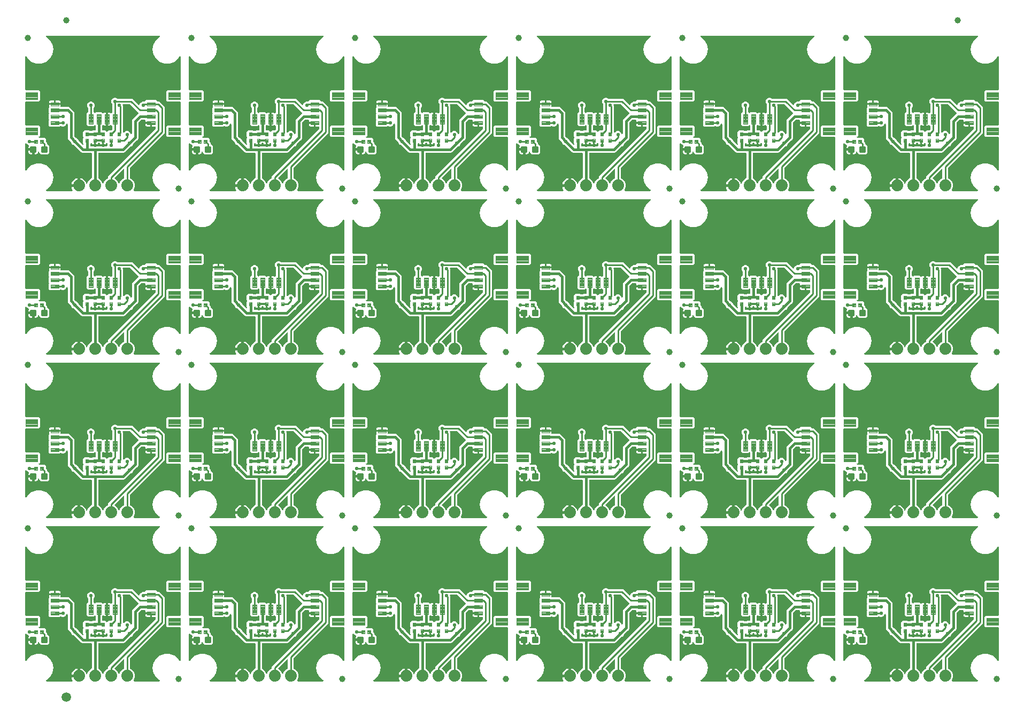
<source format=gtl>
G04 EAGLE Gerber RS-274X export*
G75*
%MOMM*%
%FSLAX34Y34*%
%LPD*%
%INTop Copper*%
%IPPOS*%
%AMOC8*
5,1,8,0,0,1.08239X$1,22.5*%
G01*
%ADD10C,1.000000*%
%ADD11C,0.102000*%
%ADD12C,0.096000*%
%ADD13C,1.879600*%
%ADD14C,0.300000*%
%ADD15C,0.105000*%
%ADD16C,1.500000*%
%ADD17C,0.406400*%
%ADD18C,0.554000*%
%ADD19C,0.254000*%

G36*
X78515Y4078D02*
X78515Y4078D01*
X78607Y4081D01*
X78656Y4097D01*
X78706Y4105D01*
X78790Y4142D01*
X78877Y4171D01*
X78919Y4200D01*
X78965Y4221D01*
X79035Y4280D01*
X79111Y4332D01*
X79143Y4372D01*
X79182Y4404D01*
X79233Y4481D01*
X79292Y4552D01*
X79312Y4599D01*
X79340Y4641D01*
X79368Y4729D01*
X79404Y4813D01*
X79410Y4864D01*
X79426Y4912D01*
X79428Y5004D01*
X79439Y5095D01*
X79432Y5146D01*
X79433Y5196D01*
X79410Y5285D01*
X79395Y5376D01*
X79375Y5416D01*
X79361Y5471D01*
X79280Y5608D01*
X79246Y5677D01*
X78689Y6443D01*
X77836Y8117D01*
X77255Y9904D01*
X77134Y10669D01*
X87884Y10669D01*
X87942Y10677D01*
X88000Y10675D01*
X88082Y10697D01*
X88165Y10709D01*
X88219Y10733D01*
X88275Y10747D01*
X88348Y10790D01*
X88425Y10825D01*
X88469Y10863D01*
X88520Y10893D01*
X88577Y10954D01*
X88642Y11009D01*
X88674Y11057D01*
X88714Y11100D01*
X88753Y11175D01*
X88799Y11245D01*
X88817Y11301D01*
X88844Y11353D01*
X88855Y11421D01*
X88885Y11516D01*
X88888Y11616D01*
X88899Y11684D01*
X88899Y12701D01*
X89916Y12701D01*
X89974Y12709D01*
X90032Y12708D01*
X90114Y12729D01*
X90197Y12741D01*
X90251Y12765D01*
X90307Y12779D01*
X90380Y12822D01*
X90457Y12857D01*
X90502Y12895D01*
X90552Y12925D01*
X90610Y12986D01*
X90674Y13041D01*
X90706Y13089D01*
X90746Y13132D01*
X90785Y13207D01*
X90831Y13277D01*
X90849Y13333D01*
X90876Y13385D01*
X90887Y13453D01*
X90917Y13548D01*
X90920Y13648D01*
X90931Y13716D01*
X90931Y24466D01*
X91696Y24345D01*
X93483Y23764D01*
X95157Y22911D01*
X96678Y21806D01*
X98006Y20478D01*
X99111Y18957D01*
X99964Y17283D01*
X100328Y16163D01*
X100358Y16101D01*
X100379Y16035D01*
X100420Y15974D01*
X100453Y15908D01*
X100499Y15857D01*
X100538Y15799D01*
X100594Y15752D01*
X100643Y15697D01*
X100702Y15661D01*
X100755Y15616D01*
X100823Y15586D01*
X100885Y15547D01*
X100952Y15529D01*
X101015Y15501D01*
X101088Y15491D01*
X101159Y15471D01*
X101228Y15471D01*
X101297Y15462D01*
X101370Y15472D01*
X101443Y15473D01*
X101509Y15493D01*
X101578Y15502D01*
X101645Y15533D01*
X101716Y15554D01*
X101774Y15591D01*
X101837Y15620D01*
X101893Y15667D01*
X101955Y15707D01*
X102001Y15759D01*
X102053Y15804D01*
X102086Y15857D01*
X102143Y15921D01*
X102192Y16025D01*
X102231Y16089D01*
X103748Y19751D01*
X107249Y23252D01*
X108593Y23808D01*
X108594Y23809D01*
X108595Y23809D01*
X108714Y23880D01*
X108837Y23953D01*
X108838Y23954D01*
X108840Y23955D01*
X108937Y24059D01*
X109033Y24159D01*
X109033Y24161D01*
X109034Y24162D01*
X109096Y24283D01*
X109163Y24412D01*
X109163Y24414D01*
X109164Y24415D01*
X109166Y24430D01*
X109218Y24691D01*
X109215Y24721D01*
X109219Y24746D01*
X109219Y63754D01*
X109211Y63812D01*
X109213Y63870D01*
X109191Y63952D01*
X109179Y64036D01*
X109156Y64089D01*
X109141Y64145D01*
X109098Y64218D01*
X109063Y64295D01*
X109025Y64340D01*
X108996Y64390D01*
X108934Y64448D01*
X108880Y64512D01*
X108831Y64544D01*
X108788Y64584D01*
X108713Y64623D01*
X108643Y64670D01*
X108587Y64687D01*
X108535Y64714D01*
X108467Y64725D01*
X108372Y64755D01*
X108272Y64758D01*
X108204Y64769D01*
X94239Y64769D01*
X92372Y65543D01*
X90800Y67115D01*
X81178Y76736D01*
X81154Y76755D01*
X81134Y76778D01*
X81067Y76820D01*
X80951Y76907D01*
X80891Y76930D01*
X80849Y76956D01*
X79254Y77617D01*
X77617Y79254D01*
X76956Y80849D01*
X76941Y80876D01*
X76931Y80905D01*
X76886Y80969D01*
X76812Y81094D01*
X76765Y81138D01*
X76736Y81178D01*
X71893Y86022D01*
X71119Y87889D01*
X71119Y109845D01*
X71107Y109931D01*
X71105Y110016D01*
X71087Y110071D01*
X71079Y110127D01*
X71044Y110205D01*
X71018Y110287D01*
X70986Y110334D01*
X70963Y110386D01*
X70908Y110452D01*
X70860Y110523D01*
X70816Y110560D01*
X70780Y110603D01*
X70708Y110651D01*
X70642Y110706D01*
X70590Y110729D01*
X70543Y110761D01*
X70461Y110787D01*
X70382Y110822D01*
X70326Y110830D01*
X70272Y110847D01*
X70186Y110849D01*
X70101Y110861D01*
X70045Y110853D01*
X69988Y110854D01*
X69905Y110832D01*
X69820Y110820D01*
X69768Y110797D01*
X69713Y110782D01*
X69639Y110738D01*
X69560Y110703D01*
X69517Y110666D01*
X69468Y110637D01*
X69409Y110574D01*
X69344Y110519D01*
X69318Y110477D01*
X69274Y110430D01*
X69208Y110300D01*
X69166Y110234D01*
X68433Y108464D01*
X66796Y106827D01*
X64657Y105941D01*
X62343Y105941D01*
X60255Y106806D01*
X60254Y106806D01*
X60252Y106807D01*
X60114Y106842D01*
X59980Y106877D01*
X59978Y106877D01*
X59977Y106877D01*
X59836Y106873D01*
X59696Y106869D01*
X59694Y106868D01*
X59692Y106868D01*
X59557Y106824D01*
X59425Y106782D01*
X59424Y106781D01*
X59422Y106781D01*
X59409Y106772D01*
X59189Y106624D01*
X59169Y106600D01*
X59149Y106586D01*
X58514Y105951D01*
X43086Y105951D01*
X41001Y108036D01*
X41001Y115964D01*
X41319Y116282D01*
X41354Y116329D01*
X41397Y116369D01*
X41440Y116442D01*
X41490Y116509D01*
X41511Y116564D01*
X41541Y116614D01*
X41561Y116696D01*
X41591Y116775D01*
X41596Y116833D01*
X41611Y116890D01*
X41608Y116974D01*
X41615Y117058D01*
X41603Y117116D01*
X41602Y117174D01*
X41576Y117254D01*
X41559Y117337D01*
X41532Y117389D01*
X41514Y117445D01*
X41474Y117501D01*
X41428Y117589D01*
X41359Y117662D01*
X41319Y117718D01*
X41001Y118036D01*
X41001Y125964D01*
X41319Y126282D01*
X41354Y126329D01*
X41397Y126369D01*
X41440Y126442D01*
X41490Y126509D01*
X41511Y126564D01*
X41541Y126614D01*
X41561Y126696D01*
X41591Y126775D01*
X41596Y126833D01*
X41611Y126890D01*
X41608Y126974D01*
X41615Y127058D01*
X41603Y127116D01*
X41602Y127174D01*
X41576Y127254D01*
X41559Y127337D01*
X41532Y127389D01*
X41514Y127445D01*
X41474Y127501D01*
X41428Y127589D01*
X41359Y127662D01*
X41319Y127718D01*
X41001Y128036D01*
X41001Y135964D01*
X41771Y136734D01*
X41812Y136788D01*
X41861Y136836D01*
X41897Y136902D01*
X41942Y136961D01*
X41966Y137025D01*
X42000Y137084D01*
X42017Y137157D01*
X42043Y137227D01*
X42049Y137295D01*
X42064Y137361D01*
X42061Y137436D01*
X42067Y137510D01*
X42053Y137577D01*
X42050Y137645D01*
X42028Y137704D01*
X42011Y137789D01*
X41959Y137890D01*
X41933Y137959D01*
X41717Y138332D01*
X41509Y139108D01*
X41509Y140501D01*
X50316Y140501D01*
X50374Y140509D01*
X50432Y140507D01*
X50514Y140529D01*
X50597Y140541D01*
X50651Y140564D01*
X50707Y140579D01*
X50780Y140622D01*
X50799Y140631D01*
X50845Y140600D01*
X50901Y140583D01*
X50953Y140556D01*
X51021Y140545D01*
X51116Y140515D01*
X51216Y140512D01*
X51284Y140501D01*
X60091Y140501D01*
X60091Y139108D01*
X59890Y138359D01*
X59884Y138310D01*
X59869Y138264D01*
X59867Y138170D01*
X59855Y138077D01*
X59863Y138028D01*
X59862Y137980D01*
X59886Y137889D01*
X59901Y137796D01*
X59921Y137752D01*
X59934Y137705D01*
X59982Y137624D01*
X60022Y137539D01*
X60054Y137502D01*
X60079Y137460D01*
X60148Y137396D01*
X60210Y137325D01*
X60251Y137299D01*
X60286Y137266D01*
X60370Y137223D01*
X60449Y137172D01*
X60496Y137158D01*
X60539Y137136D01*
X60613Y137124D01*
X60722Y137092D01*
X60809Y137091D01*
X60871Y137081D01*
X72211Y137081D01*
X74078Y136307D01*
X80507Y129878D01*
X81281Y128011D01*
X81281Y91425D01*
X81293Y91338D01*
X81296Y91251D01*
X81313Y91198D01*
X81321Y91144D01*
X81356Y91064D01*
X81383Y90981D01*
X81411Y90941D01*
X81437Y90884D01*
X81533Y90771D01*
X81548Y90750D01*
X81553Y90740D01*
X81557Y90737D01*
X81578Y90707D01*
X83922Y88364D01*
X83946Y88345D01*
X83966Y88322D01*
X84033Y88280D01*
X84149Y88193D01*
X84209Y88170D01*
X84251Y88144D01*
X85846Y87483D01*
X87483Y85846D01*
X88144Y84251D01*
X88159Y84224D01*
X88169Y84195D01*
X88214Y84131D01*
X88288Y84006D01*
X88335Y83962D01*
X88364Y83922D01*
X94786Y77499D01*
X94810Y77482D01*
X94829Y77459D01*
X94923Y77396D01*
X95013Y77328D01*
X95041Y77318D01*
X95065Y77301D01*
X95173Y77267D01*
X95279Y77227D01*
X95308Y77225D01*
X95336Y77216D01*
X95450Y77213D01*
X95562Y77203D01*
X95591Y77209D01*
X95620Y77208D01*
X95730Y77237D01*
X95841Y77259D01*
X95867Y77273D01*
X95895Y77280D01*
X95993Y77338D01*
X96093Y77390D01*
X96115Y77410D01*
X96140Y77425D01*
X96217Y77508D01*
X96299Y77586D01*
X96314Y77611D01*
X96334Y77633D01*
X96386Y77734D01*
X96443Y77831D01*
X96450Y77860D01*
X96464Y77886D01*
X96477Y77963D01*
X96513Y78107D01*
X96511Y78169D01*
X96519Y78217D01*
X96519Y78547D01*
X96507Y78634D01*
X96504Y78721D01*
X96487Y78774D01*
X96479Y78829D01*
X96444Y78909D01*
X96417Y78992D01*
X96389Y79031D01*
X96363Y79088D01*
X96267Y79201D01*
X96222Y79265D01*
X95551Y79936D01*
X95551Y87864D01*
X95869Y88182D01*
X95904Y88229D01*
X95947Y88269D01*
X95990Y88342D01*
X96040Y88409D01*
X96061Y88464D01*
X96091Y88514D01*
X96111Y88596D01*
X96141Y88675D01*
X96146Y88733D01*
X96161Y88790D01*
X96158Y88874D01*
X96165Y88958D01*
X96153Y89016D01*
X96152Y89074D01*
X96126Y89154D01*
X96109Y89237D01*
X96082Y89289D01*
X96064Y89345D01*
X96024Y89401D01*
X95978Y89489D01*
X95909Y89562D01*
X95869Y89618D01*
X95551Y89936D01*
X95551Y97864D01*
X97636Y99949D01*
X105564Y99949D01*
X106235Y99278D01*
X106304Y99226D01*
X106368Y99166D01*
X106418Y99140D01*
X106462Y99107D01*
X106544Y99076D01*
X106622Y99036D01*
X106669Y99028D01*
X106728Y99006D01*
X106875Y98994D01*
X106953Y98981D01*
X108947Y98981D01*
X109034Y98993D01*
X109121Y98996D01*
X109174Y99013D01*
X109229Y99021D01*
X109309Y99056D01*
X109392Y99083D01*
X109431Y99111D01*
X109488Y99137D01*
X109602Y99233D01*
X109665Y99278D01*
X110336Y99949D01*
X113908Y99949D01*
X113939Y99953D01*
X113970Y99951D01*
X114046Y99968D01*
X114190Y99989D01*
X114249Y100015D01*
X114297Y100026D01*
X114361Y100053D01*
X114554Y100053D01*
X114612Y100061D01*
X114670Y100059D01*
X114752Y100081D01*
X114836Y100093D01*
X114889Y100116D01*
X114945Y100131D01*
X115018Y100174D01*
X115095Y100209D01*
X115140Y100247D01*
X115190Y100276D01*
X115248Y100338D01*
X115312Y100392D01*
X115344Y100441D01*
X115384Y100484D01*
X115423Y100559D01*
X115470Y100629D01*
X115487Y100685D01*
X115514Y100737D01*
X115525Y100805D01*
X115555Y100900D01*
X115558Y101000D01*
X115569Y101068D01*
X115569Y107156D01*
X115557Y107243D01*
X115554Y107330D01*
X115537Y107383D01*
X115529Y107438D01*
X115494Y107518D01*
X115467Y107601D01*
X115439Y107640D01*
X115413Y107697D01*
X115317Y107810D01*
X115272Y107874D01*
X115018Y108128D01*
X114971Y108163D01*
X114931Y108206D01*
X114858Y108248D01*
X114791Y108299D01*
X114736Y108320D01*
X114686Y108349D01*
X114604Y108370D01*
X114525Y108400D01*
X114467Y108405D01*
X114410Y108419D01*
X114326Y108417D01*
X114242Y108424D01*
X114184Y108412D01*
X114126Y108410D01*
X114046Y108384D01*
X113963Y108368D01*
X113911Y108341D01*
X113855Y108323D01*
X113799Y108283D01*
X113711Y108237D01*
X113638Y108168D01*
X113582Y108128D01*
X112405Y106951D01*
X103495Y106951D01*
X101401Y109045D01*
X101401Y126955D01*
X103334Y128888D01*
X103386Y128958D01*
X103446Y129022D01*
X103472Y129071D01*
X103505Y129115D01*
X103536Y129197D01*
X103576Y129275D01*
X103584Y129322D01*
X103606Y129381D01*
X103618Y129528D01*
X103631Y129606D01*
X103631Y135369D01*
X103619Y135456D01*
X103616Y135543D01*
X103599Y135596D01*
X103591Y135651D01*
X103556Y135731D01*
X103529Y135814D01*
X103501Y135853D01*
X103475Y135910D01*
X103379Y136023D01*
X103334Y136087D01*
X103017Y136404D01*
X102131Y138543D01*
X102131Y140857D01*
X103017Y142996D01*
X104654Y144633D01*
X106793Y145519D01*
X109107Y145519D01*
X111246Y144633D01*
X112883Y142996D01*
X113769Y140857D01*
X113769Y138543D01*
X112883Y136404D01*
X112566Y136087D01*
X112514Y136017D01*
X112454Y135953D01*
X112428Y135904D01*
X112395Y135860D01*
X112364Y135778D01*
X112324Y135700D01*
X112316Y135653D01*
X112294Y135594D01*
X112282Y135447D01*
X112269Y135369D01*
X112269Y129606D01*
X112281Y129519D01*
X112284Y129432D01*
X112301Y129379D01*
X112309Y129324D01*
X112344Y129244D01*
X112371Y129161D01*
X112399Y129122D01*
X112425Y129065D01*
X112521Y128952D01*
X112566Y128888D01*
X113582Y127872D01*
X113629Y127837D01*
X113669Y127794D01*
X113742Y127752D01*
X113809Y127701D01*
X113864Y127680D01*
X113914Y127651D01*
X113996Y127630D01*
X114075Y127600D01*
X114133Y127595D01*
X114190Y127581D01*
X114274Y127583D01*
X114358Y127576D01*
X114416Y127588D01*
X114474Y127590D01*
X114554Y127616D01*
X114637Y127632D01*
X114689Y127659D01*
X114745Y127677D01*
X114801Y127717D01*
X114889Y127763D01*
X114962Y127832D01*
X115018Y127872D01*
X116195Y129049D01*
X125105Y129049D01*
X126641Y127513D01*
X126688Y127478D01*
X126728Y127435D01*
X126801Y127393D01*
X126868Y127342D01*
X126923Y127321D01*
X126974Y127291D01*
X127055Y127271D01*
X127134Y127241D01*
X127193Y127236D01*
X127249Y127221D01*
X127333Y127224D01*
X127417Y127217D01*
X127475Y127228D01*
X127533Y127230D01*
X127614Y127256D01*
X127696Y127273D01*
X127748Y127300D01*
X127804Y127318D01*
X127860Y127358D01*
X127949Y127404D01*
X128021Y127473D01*
X128077Y127513D01*
X128493Y127928D01*
X129192Y128332D01*
X129971Y128541D01*
X131601Y128541D01*
X131601Y118734D01*
X131608Y118685D01*
X131607Y118672D01*
X131609Y118667D01*
X131607Y118618D01*
X131629Y118536D01*
X131641Y118453D01*
X131664Y118399D01*
X131679Y118343D01*
X131722Y118270D01*
X131757Y118193D01*
X131795Y118149D01*
X131824Y118098D01*
X131886Y118041D01*
X131923Y117997D01*
X131922Y117996D01*
X131858Y117941D01*
X131826Y117893D01*
X131786Y117850D01*
X131747Y117775D01*
X131700Y117705D01*
X131683Y117649D01*
X131656Y117597D01*
X131645Y117529D01*
X131615Y117434D01*
X131612Y117334D01*
X131601Y117266D01*
X131601Y107459D01*
X129971Y107459D01*
X129192Y107668D01*
X128493Y108072D01*
X128077Y108487D01*
X128030Y108522D01*
X127990Y108565D01*
X127917Y108608D01*
X127850Y108658D01*
X127795Y108679D01*
X127745Y108709D01*
X127663Y108729D01*
X127584Y108759D01*
X127526Y108764D01*
X127469Y108779D01*
X127385Y108776D01*
X127301Y108783D01*
X127244Y108771D01*
X127185Y108770D01*
X127105Y108744D01*
X127022Y108727D01*
X126970Y108700D01*
X126915Y108682D01*
X126859Y108642D01*
X126770Y108596D01*
X126697Y108527D01*
X126641Y108487D01*
X126028Y107874D01*
X125976Y107804D01*
X125916Y107740D01*
X125890Y107691D01*
X125857Y107647D01*
X125826Y107565D01*
X125786Y107487D01*
X125778Y107440D01*
X125756Y107381D01*
X125744Y107234D01*
X125731Y107156D01*
X125731Y101068D01*
X125739Y101010D01*
X125737Y100952D01*
X125759Y100870D01*
X125771Y100786D01*
X125794Y100733D01*
X125809Y100677D01*
X125852Y100604D01*
X125887Y100527D01*
X125925Y100482D01*
X125954Y100432D01*
X126016Y100374D01*
X126070Y100310D01*
X126119Y100278D01*
X126162Y100238D01*
X126237Y100199D01*
X126307Y100152D01*
X126363Y100135D01*
X126415Y100108D01*
X126483Y100097D01*
X126578Y100067D01*
X126678Y100064D01*
X126746Y100053D01*
X126939Y100053D01*
X127003Y100026D01*
X127033Y100018D01*
X127061Y100004D01*
X127138Y99991D01*
X127278Y99955D01*
X127343Y99957D01*
X127392Y99949D01*
X130964Y99949D01*
X132632Y98281D01*
X132679Y98246D01*
X132719Y98203D01*
X132792Y98160D01*
X132859Y98110D01*
X132914Y98089D01*
X132964Y98059D01*
X133046Y98039D01*
X133125Y98009D01*
X133183Y98004D01*
X133240Y97989D01*
X133324Y97992D01*
X133408Y97985D01*
X133466Y97997D01*
X133524Y97998D01*
X133604Y98024D01*
X133687Y98041D01*
X133739Y98068D01*
X133795Y98086D01*
X133851Y98126D01*
X133939Y98172D01*
X134012Y98241D01*
X134068Y98281D01*
X135736Y99949D01*
X139221Y99949D01*
X139307Y99961D01*
X139395Y99964D01*
X139447Y99981D01*
X139502Y99989D01*
X139582Y100024D01*
X139665Y100051D01*
X139704Y100079D01*
X139761Y100105D01*
X139875Y100201D01*
X139938Y100246D01*
X141434Y101742D01*
X141486Y101811D01*
X141546Y101875D01*
X141572Y101925D01*
X141605Y101969D01*
X141636Y102050D01*
X141676Y102128D01*
X141684Y102176D01*
X141706Y102234D01*
X141718Y102382D01*
X141731Y102459D01*
X141731Y106394D01*
X141719Y106481D01*
X141716Y106568D01*
X141699Y106621D01*
X141691Y106676D01*
X141656Y106756D01*
X141629Y106839D01*
X141601Y106878D01*
X141575Y106935D01*
X141479Y107048D01*
X141434Y107112D01*
X140059Y108487D01*
X140012Y108522D01*
X139972Y108565D01*
X139899Y108608D01*
X139831Y108658D01*
X139777Y108679D01*
X139726Y108709D01*
X139645Y108729D01*
X139566Y108759D01*
X139507Y108764D01*
X139451Y108779D01*
X139367Y108776D01*
X139283Y108783D01*
X139225Y108771D01*
X139167Y108770D01*
X139086Y108744D01*
X139004Y108727D01*
X138952Y108700D01*
X138896Y108682D01*
X138840Y108642D01*
X138751Y108596D01*
X138679Y108527D01*
X138623Y108487D01*
X138207Y108072D01*
X137508Y107668D01*
X136729Y107459D01*
X135099Y107459D01*
X135099Y117266D01*
X135091Y117324D01*
X135093Y117382D01*
X135071Y117464D01*
X135059Y117547D01*
X135036Y117601D01*
X135021Y117657D01*
X134978Y117730D01*
X134943Y117807D01*
X134905Y117851D01*
X134876Y117902D01*
X134814Y117959D01*
X134777Y118003D01*
X134778Y118004D01*
X134842Y118059D01*
X134874Y118107D01*
X134914Y118150D01*
X134953Y118225D01*
X135000Y118295D01*
X135017Y118351D01*
X135044Y118403D01*
X135055Y118471D01*
X135085Y118566D01*
X135088Y118666D01*
X135099Y118734D01*
X135099Y128541D01*
X136729Y128541D01*
X137508Y128332D01*
X138207Y127928D01*
X138623Y127513D01*
X138670Y127478D01*
X138710Y127435D01*
X138783Y127392D01*
X138850Y127342D01*
X138905Y127321D01*
X138955Y127291D01*
X139037Y127271D01*
X139116Y127241D01*
X139174Y127236D01*
X139231Y127221D01*
X139315Y127224D01*
X139399Y127217D01*
X139456Y127229D01*
X139515Y127230D01*
X139595Y127256D01*
X139678Y127273D01*
X139730Y127300D01*
X139785Y127318D01*
X139841Y127358D01*
X139930Y127404D01*
X140003Y127473D01*
X140059Y127513D01*
X141434Y128888D01*
X141486Y128958D01*
X141546Y129022D01*
X141572Y129071D01*
X141605Y129115D01*
X141636Y129197D01*
X141676Y129275D01*
X141684Y129322D01*
X141706Y129381D01*
X141718Y129528D01*
X141731Y129606D01*
X141731Y141719D01*
X141719Y141806D01*
X141716Y141893D01*
X141699Y141946D01*
X141691Y142001D01*
X141656Y142081D01*
X141629Y142164D01*
X141601Y142203D01*
X141575Y142260D01*
X141479Y142373D01*
X141434Y142437D01*
X141117Y142754D01*
X140231Y144893D01*
X140231Y147207D01*
X141117Y149346D01*
X142754Y150983D01*
X144893Y151869D01*
X147207Y151869D01*
X149346Y150983D01*
X149663Y150666D01*
X149733Y150614D01*
X149797Y150554D01*
X149846Y150528D01*
X149890Y150495D01*
X149972Y150464D01*
X150050Y150424D01*
X150097Y150416D01*
X150156Y150394D01*
X150303Y150382D01*
X150381Y150369D01*
X173239Y150369D01*
X183041Y140566D01*
X183133Y140498D01*
X183221Y140423D01*
X183246Y140412D01*
X183268Y140395D01*
X183376Y140355D01*
X183481Y140308D01*
X183508Y140304D01*
X183534Y140294D01*
X183648Y140285D01*
X183762Y140269D01*
X183790Y140273D01*
X183817Y140271D01*
X183930Y140293D01*
X184044Y140310D01*
X184069Y140321D01*
X184096Y140327D01*
X184198Y140380D01*
X184303Y140427D01*
X184324Y140445D01*
X184348Y140458D01*
X184432Y140537D01*
X184519Y140611D01*
X184532Y140632D01*
X184555Y140653D01*
X184689Y140883D01*
X184697Y140896D01*
X185567Y142996D01*
X187204Y144633D01*
X189343Y145519D01*
X189791Y145519D01*
X189877Y145531D01*
X189965Y145534D01*
X190017Y145551D01*
X190072Y145559D01*
X190152Y145594D01*
X190235Y145621D01*
X190274Y145649D01*
X190331Y145675D01*
X190445Y145771D01*
X190508Y145816D01*
X191011Y146319D01*
X193335Y146319D01*
X193422Y146331D01*
X193509Y146334D01*
X193562Y146351D01*
X193617Y146359D01*
X193697Y146394D01*
X193780Y146421D01*
X193819Y146449D01*
X193876Y146475D01*
X193989Y146571D01*
X194053Y146616D01*
X195486Y148049D01*
X210914Y148049D01*
X212347Y146616D01*
X212416Y146564D01*
X212480Y146504D01*
X212530Y146478D01*
X212574Y146445D01*
X212656Y146414D01*
X212734Y146374D01*
X212781Y146366D01*
X212840Y146344D01*
X212987Y146332D01*
X213065Y146319D01*
X216024Y146319D01*
X224664Y137679D01*
X224664Y96001D01*
X169716Y41053D01*
X169664Y40984D01*
X169604Y40920D01*
X169578Y40870D01*
X169545Y40826D01*
X169514Y40745D01*
X169474Y40667D01*
X169466Y40619D01*
X169444Y40561D01*
X169432Y40413D01*
X169419Y40336D01*
X169419Y25062D01*
X169419Y25060D01*
X169419Y25059D01*
X169439Y24919D01*
X169459Y24780D01*
X169459Y24779D01*
X169459Y24777D01*
X169516Y24651D01*
X169575Y24521D01*
X169576Y24520D01*
X169577Y24518D01*
X169669Y24410D01*
X169758Y24304D01*
X169760Y24303D01*
X169761Y24302D01*
X169774Y24294D01*
X169995Y24146D01*
X170024Y24137D01*
X170045Y24124D01*
X172151Y23252D01*
X175652Y19751D01*
X177547Y15176D01*
X177547Y10224D01*
X175577Y5469D01*
X175548Y5357D01*
X175514Y5248D01*
X175513Y5220D01*
X175506Y5193D01*
X175509Y5079D01*
X175506Y4964D01*
X175513Y4937D01*
X175514Y4909D01*
X175549Y4800D01*
X175578Y4689D01*
X175592Y4665D01*
X175601Y4638D01*
X175665Y4543D01*
X175723Y4444D01*
X175744Y4425D01*
X175759Y4402D01*
X175847Y4328D01*
X175931Y4250D01*
X175955Y4237D01*
X175977Y4219D01*
X176081Y4173D01*
X176184Y4120D01*
X176208Y4116D01*
X176236Y4104D01*
X176500Y4067D01*
X176515Y4065D01*
X216067Y4065D01*
X216140Y4075D01*
X216214Y4075D01*
X216280Y4095D01*
X216349Y4105D01*
X216416Y4135D01*
X216486Y4155D01*
X216545Y4192D01*
X216608Y4221D01*
X216664Y4268D01*
X216726Y4308D01*
X216772Y4360D01*
X216825Y4404D01*
X216866Y4466D01*
X216915Y4521D01*
X216944Y4583D01*
X216983Y4641D01*
X217005Y4711D01*
X217036Y4778D01*
X217048Y4846D01*
X217068Y4912D01*
X217070Y4986D01*
X217082Y5058D01*
X217074Y5127D01*
X217076Y5196D01*
X217057Y5267D01*
X217048Y5341D01*
X217021Y5404D01*
X217004Y5471D01*
X216966Y5535D01*
X216938Y5602D01*
X216899Y5647D01*
X216859Y5716D01*
X216769Y5800D01*
X216720Y5858D01*
X211015Y10644D01*
X207029Y17549D01*
X205645Y25400D01*
X207029Y33251D01*
X211015Y40155D01*
X217122Y45280D01*
X224614Y48007D01*
X232586Y48007D01*
X240078Y45280D01*
X246185Y40156D01*
X248041Y36941D01*
X248053Y36926D01*
X248061Y36908D01*
X248140Y36814D01*
X248216Y36717D01*
X248232Y36706D01*
X248245Y36691D01*
X248347Y36622D01*
X248446Y36551D01*
X248465Y36544D01*
X248481Y36533D01*
X248599Y36496D01*
X248714Y36454D01*
X248734Y36453D01*
X248752Y36447D01*
X248875Y36444D01*
X248998Y36436D01*
X249017Y36441D01*
X249036Y36440D01*
X249155Y36471D01*
X249275Y36498D01*
X249293Y36507D01*
X249311Y36512D01*
X249417Y36574D01*
X249525Y36633D01*
X249539Y36647D01*
X249556Y36657D01*
X249640Y36747D01*
X249727Y36833D01*
X249737Y36850D01*
X249750Y36864D01*
X249806Y36974D01*
X249866Y37081D01*
X249871Y37100D01*
X249880Y37118D01*
X249892Y37190D01*
X249931Y37358D01*
X249929Y37409D01*
X249935Y37449D01*
X249935Y88936D01*
X249927Y88994D01*
X249929Y89052D01*
X249907Y89134D01*
X249895Y89218D01*
X249872Y89271D01*
X249857Y89327D01*
X249814Y89400D01*
X249779Y89477D01*
X249741Y89522D01*
X249712Y89572D01*
X249650Y89630D01*
X249596Y89694D01*
X249547Y89726D01*
X249504Y89766D01*
X249429Y89805D01*
X249359Y89852D01*
X249303Y89869D01*
X249251Y89896D01*
X249183Y89907D01*
X249088Y89937D01*
X248988Y89940D01*
X248920Y89951D01*
X228968Y89951D01*
X226901Y92018D01*
X226901Y105982D01*
X228968Y108049D01*
X248920Y108049D01*
X248978Y108057D01*
X249036Y108055D01*
X249118Y108077D01*
X249202Y108089D01*
X249255Y108112D01*
X249311Y108127D01*
X249384Y108170D01*
X249461Y108205D01*
X249506Y108243D01*
X249556Y108272D01*
X249614Y108334D01*
X249678Y108388D01*
X249710Y108437D01*
X249750Y108480D01*
X249789Y108555D01*
X249836Y108625D01*
X249853Y108681D01*
X249880Y108733D01*
X249891Y108801D01*
X249921Y108896D01*
X249924Y108996D01*
X249935Y109064D01*
X249935Y144936D01*
X249927Y144994D01*
X249929Y145052D01*
X249907Y145134D01*
X249895Y145218D01*
X249872Y145271D01*
X249857Y145327D01*
X249814Y145400D01*
X249779Y145477D01*
X249741Y145522D01*
X249712Y145572D01*
X249650Y145630D01*
X249596Y145694D01*
X249547Y145726D01*
X249504Y145766D01*
X249429Y145805D01*
X249359Y145852D01*
X249303Y145869D01*
X249251Y145896D01*
X249183Y145907D01*
X249088Y145937D01*
X248988Y145940D01*
X248920Y145951D01*
X228968Y145951D01*
X226901Y148018D01*
X226901Y161982D01*
X228968Y164049D01*
X248920Y164049D01*
X248978Y164057D01*
X249036Y164055D01*
X249118Y164077D01*
X249202Y164089D01*
X249255Y164112D01*
X249311Y164127D01*
X249384Y164170D01*
X249461Y164205D01*
X249506Y164243D01*
X249556Y164272D01*
X249614Y164334D01*
X249678Y164388D01*
X249710Y164437D01*
X249750Y164480D01*
X249789Y164555D01*
X249836Y164625D01*
X249853Y164681D01*
X249880Y164733D01*
X249891Y164801D01*
X249921Y164896D01*
X249924Y164996D01*
X249935Y165064D01*
X249935Y216551D01*
X249933Y216571D01*
X249935Y216590D01*
X249913Y216711D01*
X249895Y216833D01*
X249887Y216851D01*
X249884Y216870D01*
X249829Y216980D01*
X249779Y217092D01*
X249767Y217107D01*
X249758Y217125D01*
X249675Y217216D01*
X249596Y217309D01*
X249579Y217320D01*
X249566Y217335D01*
X249461Y217399D01*
X249359Y217467D01*
X249340Y217473D01*
X249324Y217483D01*
X249205Y217516D01*
X249088Y217553D01*
X249068Y217553D01*
X249049Y217558D01*
X248927Y217557D01*
X248804Y217560D01*
X248785Y217555D01*
X248765Y217555D01*
X248647Y217519D01*
X248529Y217488D01*
X248512Y217478D01*
X248493Y217472D01*
X248390Y217406D01*
X248284Y217343D01*
X248271Y217329D01*
X248254Y217318D01*
X248208Y217261D01*
X248090Y217136D01*
X248066Y217090D01*
X248041Y217059D01*
X246185Y213844D01*
X240078Y208720D01*
X232586Y205993D01*
X224614Y205993D01*
X217122Y208720D01*
X211015Y213844D01*
X207029Y220749D01*
X205645Y228600D01*
X207029Y236451D01*
X211015Y243355D01*
X216720Y248142D01*
X216769Y248197D01*
X216825Y248245D01*
X216864Y248302D01*
X216910Y248354D01*
X216942Y248420D01*
X216983Y248481D01*
X217004Y248547D01*
X217034Y248610D01*
X217046Y248682D01*
X217068Y248752D01*
X217070Y248821D01*
X217082Y248890D01*
X217074Y248963D01*
X217076Y249036D01*
X217058Y249103D01*
X217051Y249172D01*
X217023Y249240D01*
X217004Y249311D01*
X216969Y249371D01*
X216942Y249435D01*
X216896Y249493D01*
X216859Y249556D01*
X216808Y249603D01*
X216765Y249657D01*
X216705Y249700D01*
X216651Y249750D01*
X216590Y249782D01*
X216533Y249822D01*
X216464Y249846D01*
X216398Y249880D01*
X216340Y249890D01*
X216265Y249916D01*
X216143Y249923D01*
X216067Y249935D01*
X37933Y249935D01*
X37860Y249925D01*
X37786Y249925D01*
X37720Y249905D01*
X37651Y249895D01*
X37584Y249865D01*
X37514Y249845D01*
X37455Y249808D01*
X37392Y249779D01*
X37336Y249732D01*
X37274Y249692D01*
X37228Y249640D01*
X37175Y249596D01*
X37134Y249534D01*
X37085Y249479D01*
X37056Y249417D01*
X37017Y249359D01*
X36995Y249289D01*
X36964Y249222D01*
X36952Y249154D01*
X36932Y249088D01*
X36930Y249014D01*
X36918Y248942D01*
X36926Y248873D01*
X36924Y248804D01*
X36943Y248733D01*
X36952Y248659D01*
X36979Y248596D01*
X36996Y248529D01*
X37034Y248465D01*
X37062Y248398D01*
X37101Y248353D01*
X37141Y248284D01*
X37231Y248200D01*
X37280Y248142D01*
X42985Y243356D01*
X46971Y236451D01*
X48355Y228600D01*
X46971Y220749D01*
X42985Y213845D01*
X36878Y208720D01*
X29386Y205993D01*
X21414Y205993D01*
X13922Y208720D01*
X7815Y213844D01*
X5959Y217059D01*
X5947Y217074D01*
X5939Y217092D01*
X5860Y217186D01*
X5784Y217283D01*
X5768Y217294D01*
X5755Y217309D01*
X5653Y217378D01*
X5554Y217449D01*
X5535Y217456D01*
X5519Y217467D01*
X5401Y217504D01*
X5286Y217546D01*
X5266Y217547D01*
X5248Y217553D01*
X5125Y217556D01*
X5002Y217564D01*
X4983Y217559D01*
X4964Y217560D01*
X4845Y217529D01*
X4725Y217502D01*
X4707Y217493D01*
X4689Y217488D01*
X4583Y217426D01*
X4475Y217367D01*
X4461Y217353D01*
X4444Y217343D01*
X4360Y217253D01*
X4273Y217167D01*
X4263Y217150D01*
X4250Y217136D01*
X4194Y217026D01*
X4134Y216919D01*
X4129Y216900D01*
X4120Y216882D01*
X4108Y216810D01*
X4069Y216642D01*
X4071Y216591D01*
X4065Y216551D01*
X4065Y165064D01*
X4073Y165006D01*
X4071Y164948D01*
X4093Y164866D01*
X4105Y164782D01*
X4128Y164729D01*
X4143Y164673D01*
X4186Y164600D01*
X4221Y164523D01*
X4259Y164478D01*
X4288Y164428D01*
X4350Y164370D01*
X4404Y164306D01*
X4453Y164274D01*
X4496Y164234D01*
X4571Y164195D01*
X4641Y164148D01*
X4697Y164131D01*
X4749Y164104D01*
X4817Y164093D01*
X4912Y164063D01*
X5012Y164060D01*
X5080Y164049D01*
X25032Y164049D01*
X27099Y161982D01*
X27099Y148018D01*
X25032Y145951D01*
X5080Y145951D01*
X5022Y145943D01*
X4964Y145945D01*
X4882Y145923D01*
X4798Y145911D01*
X4745Y145888D01*
X4689Y145873D01*
X4616Y145830D01*
X4539Y145795D01*
X4494Y145757D01*
X4444Y145728D01*
X4386Y145666D01*
X4322Y145612D01*
X4290Y145563D01*
X4250Y145520D01*
X4211Y145445D01*
X4164Y145375D01*
X4147Y145319D01*
X4120Y145267D01*
X4109Y145199D01*
X4079Y145104D01*
X4076Y145004D01*
X4065Y144936D01*
X4065Y109064D01*
X4073Y109006D01*
X4071Y108948D01*
X4093Y108866D01*
X4105Y108782D01*
X4128Y108729D01*
X4143Y108673D01*
X4186Y108600D01*
X4221Y108523D01*
X4259Y108478D01*
X4288Y108428D01*
X4350Y108370D01*
X4404Y108306D01*
X4453Y108274D01*
X4496Y108234D01*
X4571Y108195D01*
X4641Y108148D01*
X4697Y108131D01*
X4749Y108104D01*
X4817Y108093D01*
X4912Y108063D01*
X5012Y108060D01*
X5080Y108049D01*
X25032Y108049D01*
X27099Y105982D01*
X27099Y92018D01*
X25412Y90332D01*
X25395Y90308D01*
X25372Y90289D01*
X25309Y90195D01*
X25241Y90105D01*
X25231Y90077D01*
X25215Y90053D01*
X25180Y89945D01*
X25140Y89839D01*
X25138Y89810D01*
X25129Y89782D01*
X25126Y89668D01*
X25117Y89556D01*
X25122Y89527D01*
X25122Y89498D01*
X25150Y89388D01*
X25172Y89277D01*
X25186Y89251D01*
X25193Y89223D01*
X25251Y89125D01*
X25303Y89025D01*
X25324Y89003D01*
X25339Y88978D01*
X25421Y88901D01*
X25499Y88819D01*
X25525Y88804D01*
X25546Y88784D01*
X25647Y88732D01*
X25745Y88675D01*
X25773Y88668D01*
X25799Y88654D01*
X25876Y88641D01*
X26020Y88605D01*
X26083Y88607D01*
X26130Y88599D01*
X34364Y88599D01*
X36449Y86514D01*
X36449Y83029D01*
X36461Y82943D01*
X36464Y82855D01*
X36481Y82803D01*
X36489Y82748D01*
X36524Y82668D01*
X36551Y82585D01*
X36579Y82546D01*
X36605Y82488D01*
X36701Y82375D01*
X36746Y82311D01*
X38489Y80569D01*
X38489Y78914D01*
X38497Y78856D01*
X38495Y78798D01*
X38517Y78716D01*
X38529Y78632D01*
X38552Y78579D01*
X38567Y78523D01*
X38610Y78450D01*
X38645Y78373D01*
X38683Y78328D01*
X38712Y78278D01*
X38774Y78220D01*
X38828Y78156D01*
X38877Y78124D01*
X38920Y78084D01*
X38995Y78045D01*
X39065Y77998D01*
X39121Y77981D01*
X39173Y77954D01*
X39241Y77943D01*
X39336Y77913D01*
X39436Y77910D01*
X39504Y77899D01*
X39554Y77899D01*
X42219Y75234D01*
X42219Y64466D01*
X39554Y61801D01*
X28786Y61801D01*
X26121Y64466D01*
X26121Y65386D01*
X26120Y65396D01*
X26121Y65405D01*
X26100Y65536D01*
X26081Y65667D01*
X26077Y65676D01*
X26076Y65686D01*
X26020Y65806D01*
X25965Y65927D01*
X25959Y65934D01*
X25955Y65943D01*
X25867Y66043D01*
X25782Y66144D01*
X25773Y66149D01*
X25767Y66157D01*
X25655Y66228D01*
X25545Y66301D01*
X25536Y66304D01*
X25527Y66310D01*
X25401Y66347D01*
X25274Y66387D01*
X25264Y66388D01*
X25255Y66390D01*
X25122Y66391D01*
X24990Y66395D01*
X24980Y66392D01*
X24970Y66392D01*
X24842Y66356D01*
X24715Y66323D01*
X24706Y66318D01*
X24697Y66315D01*
X24584Y66245D01*
X24470Y66177D01*
X24463Y66170D01*
X24455Y66165D01*
X24366Y66067D01*
X24276Y65970D01*
X24271Y65961D01*
X24265Y65954D01*
X24241Y65903D01*
X24146Y65717D01*
X24140Y65682D01*
X24125Y65649D01*
X23895Y64790D01*
X23363Y63869D01*
X22611Y63117D01*
X21690Y62585D01*
X20662Y62309D01*
X18661Y62309D01*
X18661Y68834D01*
X18653Y68892D01*
X18654Y68950D01*
X18633Y69032D01*
X18621Y69115D01*
X18597Y69169D01*
X18583Y69225D01*
X18540Y69298D01*
X18505Y69375D01*
X18467Y69419D01*
X18437Y69470D01*
X18376Y69527D01*
X18321Y69592D01*
X18273Y69624D01*
X18230Y69664D01*
X18155Y69703D01*
X18085Y69749D01*
X18029Y69767D01*
X17977Y69794D01*
X17909Y69805D01*
X17814Y69835D01*
X17714Y69838D01*
X17646Y69849D01*
X16629Y69849D01*
X16629Y70866D01*
X16621Y70924D01*
X16622Y70982D01*
X16601Y71064D01*
X16589Y71147D01*
X16565Y71201D01*
X16551Y71257D01*
X16508Y71330D01*
X16473Y71407D01*
X16435Y71451D01*
X16405Y71502D01*
X16344Y71559D01*
X16289Y71624D01*
X16241Y71656D01*
X16198Y71696D01*
X16123Y71735D01*
X16053Y71781D01*
X15997Y71799D01*
X15945Y71826D01*
X15877Y71837D01*
X15782Y71867D01*
X15682Y71870D01*
X15614Y71881D01*
X9089Y71881D01*
X9089Y73882D01*
X9365Y74910D01*
X9757Y75589D01*
X9804Y75705D01*
X9854Y75819D01*
X9857Y75836D01*
X9863Y75853D01*
X9876Y75977D01*
X9893Y76100D01*
X9891Y76118D01*
X9892Y76136D01*
X9870Y76258D01*
X9852Y76382D01*
X9845Y76398D01*
X9842Y76416D01*
X9787Y76527D01*
X9735Y76641D01*
X9724Y76654D01*
X9716Y76670D01*
X9632Y76762D01*
X9551Y76857D01*
X9537Y76866D01*
X9524Y76880D01*
X9281Y77029D01*
X9273Y77031D01*
X9266Y77035D01*
X7499Y77767D01*
X5798Y79468D01*
X5774Y79486D01*
X5755Y79508D01*
X5661Y79571D01*
X5571Y79639D01*
X5543Y79650D01*
X5519Y79666D01*
X5411Y79700D01*
X5305Y79740D01*
X5276Y79743D01*
X5248Y79752D01*
X5134Y79755D01*
X5022Y79764D01*
X4993Y79758D01*
X4964Y79759D01*
X4854Y79730D01*
X4743Y79708D01*
X4717Y79694D01*
X4689Y79687D01*
X4591Y79629D01*
X4491Y79577D01*
X4469Y79557D01*
X4444Y79542D01*
X4367Y79459D01*
X4285Y79381D01*
X4270Y79356D01*
X4250Y79335D01*
X4198Y79234D01*
X4141Y79136D01*
X4134Y79108D01*
X4120Y79081D01*
X4107Y79004D01*
X4071Y78860D01*
X4073Y78798D01*
X4065Y78750D01*
X4065Y37449D01*
X4067Y37429D01*
X4065Y37410D01*
X4087Y37289D01*
X4105Y37167D01*
X4113Y37149D01*
X4116Y37130D01*
X4171Y37020D01*
X4221Y36908D01*
X4233Y36893D01*
X4242Y36875D01*
X4325Y36784D01*
X4404Y36691D01*
X4421Y36680D01*
X4434Y36665D01*
X4539Y36601D01*
X4641Y36533D01*
X4660Y36527D01*
X4676Y36517D01*
X4795Y36484D01*
X4912Y36447D01*
X4932Y36447D01*
X4951Y36442D01*
X5073Y36443D01*
X5196Y36440D01*
X5215Y36445D01*
X5235Y36445D01*
X5353Y36481D01*
X5471Y36512D01*
X5488Y36522D01*
X5507Y36528D01*
X5610Y36594D01*
X5716Y36657D01*
X5729Y36671D01*
X5746Y36682D01*
X5792Y36739D01*
X5910Y36864D01*
X5934Y36910D01*
X5959Y36941D01*
X7815Y40156D01*
X13922Y45280D01*
X21414Y48007D01*
X29386Y48007D01*
X36878Y45280D01*
X42985Y40156D01*
X46971Y33251D01*
X48355Y25400D01*
X46971Y17549D01*
X42985Y10645D01*
X37280Y5858D01*
X37231Y5803D01*
X37175Y5755D01*
X37136Y5698D01*
X37090Y5646D01*
X37058Y5580D01*
X37017Y5519D01*
X36996Y5453D01*
X36966Y5390D01*
X36954Y5318D01*
X36932Y5248D01*
X36930Y5179D01*
X36918Y5110D01*
X36926Y5037D01*
X36924Y4964D01*
X36942Y4897D01*
X36949Y4828D01*
X36977Y4760D01*
X36996Y4689D01*
X37031Y4629D01*
X37058Y4565D01*
X37104Y4507D01*
X37141Y4444D01*
X37192Y4397D01*
X37235Y4343D01*
X37295Y4300D01*
X37349Y4250D01*
X37410Y4218D01*
X37467Y4178D01*
X37536Y4154D01*
X37602Y4120D01*
X37660Y4110D01*
X37735Y4084D01*
X37857Y4077D01*
X37933Y4065D01*
X78424Y4065D01*
X78515Y4078D01*
G37*
G36*
X596675Y4078D02*
X596675Y4078D01*
X596767Y4081D01*
X596816Y4097D01*
X596866Y4105D01*
X596950Y4142D01*
X597037Y4171D01*
X597079Y4200D01*
X597125Y4221D01*
X597195Y4280D01*
X597271Y4332D01*
X597303Y4372D01*
X597342Y4404D01*
X597393Y4481D01*
X597452Y4552D01*
X597472Y4599D01*
X597500Y4641D01*
X597528Y4729D01*
X597564Y4813D01*
X597570Y4864D01*
X597586Y4912D01*
X597588Y5004D01*
X597599Y5095D01*
X597592Y5146D01*
X597593Y5196D01*
X597570Y5285D01*
X597555Y5376D01*
X597535Y5416D01*
X597521Y5471D01*
X597440Y5608D01*
X597406Y5677D01*
X596849Y6443D01*
X595996Y8117D01*
X595415Y9904D01*
X595294Y10669D01*
X606044Y10669D01*
X606102Y10677D01*
X606160Y10675D01*
X606242Y10697D01*
X606325Y10709D01*
X606379Y10733D01*
X606435Y10747D01*
X606508Y10790D01*
X606585Y10825D01*
X606629Y10863D01*
X606680Y10893D01*
X606737Y10954D01*
X606802Y11009D01*
X606834Y11057D01*
X606874Y11100D01*
X606913Y11175D01*
X606959Y11245D01*
X606977Y11301D01*
X607004Y11353D01*
X607015Y11421D01*
X607045Y11516D01*
X607048Y11616D01*
X607059Y11684D01*
X607059Y12701D01*
X608076Y12701D01*
X608134Y12709D01*
X608192Y12708D01*
X608274Y12729D01*
X608357Y12741D01*
X608411Y12765D01*
X608467Y12779D01*
X608540Y12822D01*
X608617Y12857D01*
X608662Y12895D01*
X608712Y12925D01*
X608770Y12986D01*
X608834Y13041D01*
X608866Y13089D01*
X608906Y13132D01*
X608945Y13207D01*
X608991Y13277D01*
X609009Y13333D01*
X609036Y13385D01*
X609047Y13453D01*
X609077Y13548D01*
X609080Y13648D01*
X609091Y13716D01*
X609091Y24466D01*
X609856Y24345D01*
X611643Y23764D01*
X613317Y22911D01*
X614838Y21806D01*
X616166Y20478D01*
X617271Y18957D01*
X618124Y17283D01*
X618488Y16163D01*
X618518Y16101D01*
X618539Y16035D01*
X618580Y15974D01*
X618613Y15908D01*
X618659Y15857D01*
X618698Y15799D01*
X618754Y15752D01*
X618803Y15697D01*
X618862Y15661D01*
X618915Y15616D01*
X618982Y15586D01*
X619045Y15547D01*
X619112Y15529D01*
X619175Y15501D01*
X619248Y15491D01*
X619319Y15471D01*
X619388Y15471D01*
X619457Y15462D01*
X619529Y15472D01*
X619603Y15473D01*
X619670Y15493D01*
X619738Y15502D01*
X619805Y15533D01*
X619876Y15554D01*
X619934Y15591D01*
X619997Y15620D01*
X620053Y15667D01*
X620115Y15707D01*
X620161Y15759D01*
X620213Y15804D01*
X620246Y15857D01*
X620303Y15921D01*
X620352Y16025D01*
X620391Y16089D01*
X621908Y19751D01*
X625409Y23252D01*
X626753Y23808D01*
X626754Y23809D01*
X626755Y23809D01*
X626874Y23880D01*
X626997Y23953D01*
X626998Y23954D01*
X627000Y23955D01*
X627097Y24059D01*
X627193Y24159D01*
X627193Y24161D01*
X627194Y24162D01*
X627256Y24283D01*
X627323Y24412D01*
X627323Y24414D01*
X627324Y24415D01*
X627326Y24430D01*
X627378Y24691D01*
X627375Y24721D01*
X627379Y24746D01*
X627379Y63754D01*
X627371Y63812D01*
X627373Y63870D01*
X627351Y63952D01*
X627339Y64036D01*
X627316Y64089D01*
X627301Y64145D01*
X627258Y64218D01*
X627223Y64295D01*
X627185Y64340D01*
X627156Y64390D01*
X627094Y64448D01*
X627040Y64512D01*
X626991Y64544D01*
X626948Y64584D01*
X626873Y64623D01*
X626803Y64670D01*
X626747Y64687D01*
X626695Y64714D01*
X626627Y64725D01*
X626532Y64755D01*
X626432Y64758D01*
X626364Y64769D01*
X612399Y64769D01*
X610532Y65543D01*
X608960Y67115D01*
X599338Y76736D01*
X599314Y76755D01*
X599294Y76778D01*
X599227Y76820D01*
X599111Y76907D01*
X599051Y76930D01*
X599009Y76956D01*
X597414Y77617D01*
X595777Y79254D01*
X595116Y80849D01*
X595101Y80876D01*
X595091Y80905D01*
X595046Y80969D01*
X594972Y81094D01*
X594925Y81138D01*
X594896Y81178D01*
X590053Y86022D01*
X589279Y87889D01*
X589279Y109846D01*
X589267Y109931D01*
X589265Y110016D01*
X589247Y110071D01*
X589239Y110127D01*
X589204Y110205D01*
X589178Y110287D01*
X589146Y110335D01*
X589123Y110386D01*
X589068Y110452D01*
X589020Y110523D01*
X588976Y110560D01*
X588940Y110603D01*
X588868Y110651D01*
X588802Y110706D01*
X588750Y110729D01*
X588703Y110761D01*
X588621Y110787D01*
X588542Y110822D01*
X588486Y110830D01*
X588432Y110847D01*
X588346Y110849D01*
X588261Y110861D01*
X588205Y110853D01*
X588148Y110854D01*
X588065Y110832D01*
X587979Y110820D01*
X587928Y110797D01*
X587873Y110782D01*
X587799Y110738D01*
X587720Y110703D01*
X587677Y110666D01*
X587628Y110637D01*
X587569Y110574D01*
X587504Y110519D01*
X587478Y110477D01*
X587434Y110430D01*
X587368Y110301D01*
X587326Y110234D01*
X586593Y108464D01*
X584956Y106827D01*
X582817Y105941D01*
X580503Y105941D01*
X578415Y106806D01*
X578414Y106806D01*
X578412Y106807D01*
X578274Y106842D01*
X578140Y106877D01*
X578138Y106877D01*
X578137Y106877D01*
X577996Y106873D01*
X577856Y106869D01*
X577854Y106868D01*
X577852Y106868D01*
X577717Y106824D01*
X577585Y106782D01*
X577584Y106781D01*
X577582Y106781D01*
X577569Y106772D01*
X577349Y106624D01*
X577329Y106600D01*
X577309Y106586D01*
X576674Y105951D01*
X561246Y105951D01*
X559161Y108036D01*
X559161Y115964D01*
X559479Y116282D01*
X559514Y116329D01*
X559557Y116369D01*
X559600Y116442D01*
X559650Y116509D01*
X559671Y116564D01*
X559701Y116614D01*
X559721Y116696D01*
X559751Y116775D01*
X559756Y116833D01*
X559771Y116890D01*
X559768Y116974D01*
X559775Y117058D01*
X559763Y117116D01*
X559762Y117174D01*
X559736Y117254D01*
X559719Y117337D01*
X559692Y117389D01*
X559674Y117445D01*
X559634Y117501D01*
X559588Y117589D01*
X559519Y117662D01*
X559479Y117718D01*
X559161Y118036D01*
X559161Y125964D01*
X559479Y126282D01*
X559514Y126329D01*
X559557Y126369D01*
X559600Y126442D01*
X559650Y126509D01*
X559671Y126564D01*
X559701Y126614D01*
X559721Y126696D01*
X559751Y126775D01*
X559756Y126833D01*
X559771Y126890D01*
X559768Y126974D01*
X559775Y127058D01*
X559763Y127116D01*
X559762Y127174D01*
X559736Y127254D01*
X559719Y127337D01*
X559692Y127389D01*
X559674Y127445D01*
X559634Y127501D01*
X559588Y127589D01*
X559519Y127662D01*
X559479Y127718D01*
X559161Y128036D01*
X559161Y135964D01*
X559931Y136734D01*
X559972Y136788D01*
X560021Y136836D01*
X560057Y136901D01*
X560102Y136961D01*
X560126Y137025D01*
X560160Y137084D01*
X560177Y137157D01*
X560203Y137227D01*
X560209Y137295D01*
X560224Y137361D01*
X560221Y137436D01*
X560227Y137510D01*
X560213Y137577D01*
X560210Y137645D01*
X560188Y137704D01*
X560171Y137789D01*
X560118Y137890D01*
X560093Y137960D01*
X559877Y138332D01*
X559669Y139108D01*
X559669Y140501D01*
X568476Y140501D01*
X568534Y140509D01*
X568592Y140507D01*
X568674Y140529D01*
X568757Y140541D01*
X568811Y140564D01*
X568867Y140579D01*
X568940Y140622D01*
X568959Y140631D01*
X569005Y140600D01*
X569061Y140583D01*
X569113Y140556D01*
X569181Y140545D01*
X569276Y140515D01*
X569376Y140512D01*
X569444Y140501D01*
X578251Y140501D01*
X578251Y139108D01*
X578050Y138359D01*
X578044Y138310D01*
X578029Y138264D01*
X578027Y138170D01*
X578015Y138077D01*
X578023Y138028D01*
X578022Y137980D01*
X578046Y137889D01*
X578061Y137796D01*
X578081Y137752D01*
X578094Y137705D01*
X578142Y137624D01*
X578182Y137539D01*
X578214Y137502D01*
X578239Y137460D01*
X578308Y137396D01*
X578370Y137325D01*
X578411Y137299D01*
X578446Y137266D01*
X578530Y137223D01*
X578609Y137172D01*
X578656Y137158D01*
X578699Y137136D01*
X578773Y137124D01*
X578882Y137092D01*
X578969Y137091D01*
X579031Y137081D01*
X590371Y137081D01*
X592238Y136307D01*
X598667Y129878D01*
X599441Y128011D01*
X599441Y91425D01*
X599453Y91338D01*
X599456Y91251D01*
X599473Y91198D01*
X599481Y91144D01*
X599516Y91064D01*
X599543Y90981D01*
X599571Y90941D01*
X599597Y90884D01*
X599693Y90771D01*
X599708Y90750D01*
X599713Y90740D01*
X599717Y90737D01*
X599738Y90707D01*
X602082Y88364D01*
X602106Y88345D01*
X602126Y88322D01*
X602193Y88280D01*
X602309Y88193D01*
X602369Y88170D01*
X602411Y88144D01*
X604006Y87483D01*
X605643Y85846D01*
X606304Y84251D01*
X606319Y84224D01*
X606329Y84195D01*
X606374Y84131D01*
X606448Y84006D01*
X606495Y83962D01*
X606524Y83922D01*
X612946Y77499D01*
X612970Y77482D01*
X612989Y77459D01*
X613083Y77396D01*
X613173Y77328D01*
X613201Y77318D01*
X613225Y77301D01*
X613333Y77267D01*
X613439Y77227D01*
X613468Y77225D01*
X613496Y77216D01*
X613610Y77213D01*
X613722Y77203D01*
X613751Y77209D01*
X613780Y77208D01*
X613890Y77237D01*
X614001Y77259D01*
X614027Y77273D01*
X614055Y77280D01*
X614153Y77338D01*
X614253Y77390D01*
X614275Y77410D01*
X614300Y77425D01*
X614377Y77508D01*
X614459Y77586D01*
X614474Y77611D01*
X614494Y77633D01*
X614546Y77734D01*
X614603Y77831D01*
X614610Y77860D01*
X614624Y77886D01*
X614637Y77963D01*
X614673Y78107D01*
X614671Y78169D01*
X614679Y78217D01*
X614679Y78547D01*
X614667Y78634D01*
X614664Y78721D01*
X614647Y78774D01*
X614639Y78829D01*
X614604Y78909D01*
X614577Y78992D01*
X614549Y79031D01*
X614523Y79088D01*
X614427Y79201D01*
X614382Y79265D01*
X613711Y79936D01*
X613711Y87864D01*
X614029Y88182D01*
X614064Y88229D01*
X614107Y88269D01*
X614150Y88342D01*
X614200Y88409D01*
X614221Y88464D01*
X614251Y88514D01*
X614271Y88596D01*
X614301Y88675D01*
X614306Y88733D01*
X614321Y88790D01*
X614318Y88874D01*
X614325Y88958D01*
X614313Y89016D01*
X614312Y89074D01*
X614286Y89154D01*
X614269Y89237D01*
X614242Y89289D01*
X614224Y89345D01*
X614184Y89401D01*
X614138Y89489D01*
X614069Y89562D01*
X614029Y89618D01*
X613711Y89936D01*
X613711Y97864D01*
X615796Y99949D01*
X623724Y99949D01*
X624395Y99278D01*
X624465Y99226D01*
X624528Y99166D01*
X624578Y99140D01*
X624622Y99107D01*
X624704Y99076D01*
X624782Y99036D01*
X624829Y99028D01*
X624888Y99006D01*
X625035Y98994D01*
X625113Y98981D01*
X627107Y98981D01*
X627194Y98993D01*
X627281Y98996D01*
X627334Y99013D01*
X627389Y99021D01*
X627469Y99056D01*
X627552Y99083D01*
X627591Y99111D01*
X627648Y99137D01*
X627762Y99233D01*
X627825Y99278D01*
X628496Y99949D01*
X632068Y99949D01*
X632099Y99953D01*
X632130Y99951D01*
X632206Y99968D01*
X632350Y99989D01*
X632409Y100015D01*
X632457Y100026D01*
X632521Y100053D01*
X632714Y100053D01*
X632772Y100061D01*
X632830Y100059D01*
X632912Y100081D01*
X632996Y100093D01*
X633049Y100116D01*
X633105Y100131D01*
X633178Y100174D01*
X633255Y100209D01*
X633300Y100247D01*
X633350Y100276D01*
X633408Y100338D01*
X633472Y100392D01*
X633504Y100441D01*
X633544Y100484D01*
X633583Y100559D01*
X633630Y100629D01*
X633647Y100685D01*
X633674Y100737D01*
X633685Y100805D01*
X633715Y100900D01*
X633718Y101000D01*
X633729Y101068D01*
X633729Y107156D01*
X633717Y107243D01*
X633714Y107330D01*
X633697Y107383D01*
X633689Y107438D01*
X633654Y107517D01*
X633627Y107601D01*
X633599Y107640D01*
X633573Y107697D01*
X633477Y107810D01*
X633432Y107874D01*
X633178Y108128D01*
X633131Y108163D01*
X633091Y108206D01*
X633018Y108248D01*
X632951Y108299D01*
X632896Y108320D01*
X632846Y108349D01*
X632764Y108370D01*
X632685Y108400D01*
X632627Y108405D01*
X632570Y108419D01*
X632486Y108417D01*
X632402Y108424D01*
X632344Y108412D01*
X632286Y108410D01*
X632206Y108384D01*
X632123Y108368D01*
X632071Y108341D01*
X632015Y108323D01*
X631959Y108283D01*
X631871Y108237D01*
X631798Y108168D01*
X631742Y108128D01*
X630565Y106951D01*
X621655Y106951D01*
X619561Y109045D01*
X619561Y126955D01*
X621494Y128888D01*
X621546Y128958D01*
X621606Y129022D01*
X621632Y129071D01*
X621665Y129115D01*
X621696Y129197D01*
X621736Y129275D01*
X621744Y129322D01*
X621766Y129381D01*
X621778Y129528D01*
X621791Y129606D01*
X621791Y135369D01*
X621779Y135456D01*
X621776Y135543D01*
X621759Y135596D01*
X621751Y135651D01*
X621716Y135731D01*
X621689Y135814D01*
X621661Y135853D01*
X621635Y135910D01*
X621539Y136023D01*
X621494Y136087D01*
X621177Y136404D01*
X620291Y138543D01*
X620291Y140857D01*
X621177Y142996D01*
X622814Y144633D01*
X624953Y145519D01*
X627267Y145519D01*
X629406Y144633D01*
X631043Y142996D01*
X631929Y140857D01*
X631929Y138543D01*
X631043Y136404D01*
X630726Y136087D01*
X630674Y136017D01*
X630614Y135953D01*
X630588Y135904D01*
X630555Y135860D01*
X630524Y135778D01*
X630484Y135700D01*
X630476Y135653D01*
X630454Y135594D01*
X630442Y135447D01*
X630429Y135369D01*
X630429Y129606D01*
X630441Y129519D01*
X630444Y129432D01*
X630461Y129379D01*
X630469Y129324D01*
X630504Y129245D01*
X630531Y129161D01*
X630559Y129122D01*
X630585Y129065D01*
X630681Y128952D01*
X630726Y128888D01*
X631742Y127872D01*
X631789Y127837D01*
X631829Y127794D01*
X631902Y127752D01*
X631969Y127701D01*
X632024Y127680D01*
X632074Y127651D01*
X632156Y127630D01*
X632235Y127600D01*
X632293Y127595D01*
X632350Y127581D01*
X632434Y127583D01*
X632518Y127576D01*
X632576Y127588D01*
X632634Y127590D01*
X632714Y127616D01*
X632797Y127632D01*
X632849Y127659D01*
X632905Y127677D01*
X632961Y127717D01*
X633049Y127763D01*
X633122Y127832D01*
X633178Y127872D01*
X634355Y129049D01*
X643265Y129049D01*
X644801Y127513D01*
X644848Y127478D01*
X644888Y127435D01*
X644961Y127393D01*
X645028Y127342D01*
X645083Y127321D01*
X645134Y127291D01*
X645215Y127271D01*
X645294Y127241D01*
X645353Y127236D01*
X645409Y127221D01*
X645493Y127224D01*
X645577Y127217D01*
X645635Y127228D01*
X645693Y127230D01*
X645774Y127256D01*
X645856Y127273D01*
X645908Y127300D01*
X645964Y127318D01*
X646020Y127358D01*
X646109Y127404D01*
X646181Y127473D01*
X646237Y127513D01*
X646653Y127928D01*
X647352Y128332D01*
X648131Y128541D01*
X649761Y128541D01*
X649761Y118734D01*
X649768Y118685D01*
X649767Y118672D01*
X649769Y118667D01*
X649767Y118618D01*
X649789Y118536D01*
X649801Y118453D01*
X649824Y118399D01*
X649839Y118343D01*
X649882Y118270D01*
X649917Y118193D01*
X649955Y118149D01*
X649984Y118098D01*
X650046Y118041D01*
X650083Y117997D01*
X650082Y117996D01*
X650018Y117941D01*
X649986Y117893D01*
X649946Y117850D01*
X649907Y117775D01*
X649860Y117705D01*
X649843Y117649D01*
X649816Y117597D01*
X649805Y117529D01*
X649775Y117434D01*
X649772Y117334D01*
X649761Y117266D01*
X649761Y107459D01*
X648131Y107459D01*
X647352Y107668D01*
X646653Y108072D01*
X646237Y108487D01*
X646190Y108522D01*
X646150Y108565D01*
X646077Y108607D01*
X646010Y108658D01*
X645955Y108679D01*
X645905Y108709D01*
X645823Y108729D01*
X645744Y108759D01*
X645686Y108764D01*
X645629Y108779D01*
X645545Y108776D01*
X645461Y108783D01*
X645404Y108771D01*
X645345Y108770D01*
X645265Y108744D01*
X645182Y108727D01*
X645130Y108700D01*
X645075Y108682D01*
X645018Y108642D01*
X644930Y108596D01*
X644858Y108527D01*
X644801Y108487D01*
X644188Y107874D01*
X644135Y107804D01*
X644076Y107740D01*
X644050Y107691D01*
X644017Y107647D01*
X643986Y107565D01*
X643946Y107487D01*
X643938Y107440D01*
X643916Y107381D01*
X643904Y107234D01*
X643891Y107156D01*
X643891Y101068D01*
X643899Y101010D01*
X643897Y100952D01*
X643919Y100870D01*
X643931Y100786D01*
X643954Y100733D01*
X643969Y100677D01*
X644012Y100604D01*
X644047Y100527D01*
X644085Y100482D01*
X644114Y100432D01*
X644176Y100374D01*
X644230Y100310D01*
X644279Y100278D01*
X644322Y100238D01*
X644397Y100199D01*
X644467Y100152D01*
X644523Y100135D01*
X644575Y100108D01*
X644643Y100097D01*
X644738Y100067D01*
X644838Y100064D01*
X644906Y100053D01*
X645099Y100053D01*
X645163Y100026D01*
X645193Y100018D01*
X645221Y100004D01*
X645298Y99991D01*
X645438Y99955D01*
X645503Y99957D01*
X645552Y99949D01*
X649124Y99949D01*
X650792Y98281D01*
X650839Y98246D01*
X650879Y98203D01*
X650952Y98160D01*
X651019Y98110D01*
X651074Y98089D01*
X651124Y98059D01*
X651206Y98039D01*
X651285Y98009D01*
X651343Y98004D01*
X651400Y97989D01*
X651484Y97992D01*
X651568Y97985D01*
X651626Y97997D01*
X651684Y97998D01*
X651764Y98024D01*
X651847Y98041D01*
X651899Y98068D01*
X651955Y98086D01*
X652011Y98126D01*
X652099Y98172D01*
X652172Y98241D01*
X652228Y98281D01*
X653896Y99949D01*
X657381Y99949D01*
X657467Y99961D01*
X657555Y99964D01*
X657607Y99981D01*
X657662Y99989D01*
X657742Y100024D01*
X657825Y100051D01*
X657864Y100079D01*
X657921Y100105D01*
X658035Y100201D01*
X658098Y100246D01*
X659594Y101742D01*
X659646Y101811D01*
X659706Y101875D01*
X659732Y101925D01*
X659765Y101969D01*
X659796Y102050D01*
X659836Y102128D01*
X659844Y102176D01*
X659866Y102234D01*
X659878Y102382D01*
X659891Y102459D01*
X659891Y106394D01*
X659879Y106481D01*
X659876Y106568D01*
X659859Y106621D01*
X659851Y106676D01*
X659816Y106755D01*
X659789Y106839D01*
X659761Y106878D01*
X659735Y106935D01*
X659639Y107048D01*
X659594Y107112D01*
X658219Y108487D01*
X658172Y108522D01*
X658132Y108565D01*
X658059Y108607D01*
X657992Y108658D01*
X657937Y108679D01*
X657886Y108709D01*
X657805Y108729D01*
X657726Y108759D01*
X657667Y108764D01*
X657611Y108779D01*
X657527Y108776D01*
X657443Y108783D01*
X657385Y108772D01*
X657327Y108770D01*
X657246Y108744D01*
X657164Y108727D01*
X657112Y108700D01*
X657056Y108682D01*
X657000Y108642D01*
X656911Y108596D01*
X656839Y108527D01*
X656783Y108487D01*
X656367Y108072D01*
X655668Y107668D01*
X654889Y107459D01*
X653259Y107459D01*
X653259Y117266D01*
X653251Y117324D01*
X653253Y117382D01*
X653231Y117464D01*
X653219Y117547D01*
X653196Y117601D01*
X653181Y117657D01*
X653138Y117730D01*
X653103Y117807D01*
X653065Y117851D01*
X653036Y117902D01*
X652974Y117959D01*
X652937Y118003D01*
X652938Y118004D01*
X653002Y118059D01*
X653034Y118107D01*
X653074Y118150D01*
X653113Y118225D01*
X653160Y118295D01*
X653177Y118351D01*
X653204Y118403D01*
X653215Y118471D01*
X653245Y118566D01*
X653248Y118666D01*
X653259Y118734D01*
X653259Y128541D01*
X654889Y128541D01*
X655668Y128332D01*
X656367Y127928D01*
X656783Y127513D01*
X656830Y127478D01*
X656870Y127435D01*
X656943Y127393D01*
X657010Y127342D01*
X657065Y127321D01*
X657115Y127291D01*
X657197Y127271D01*
X657276Y127241D01*
X657334Y127236D01*
X657391Y127221D01*
X657475Y127224D01*
X657559Y127217D01*
X657616Y127229D01*
X657675Y127230D01*
X657755Y127256D01*
X657838Y127273D01*
X657890Y127300D01*
X657945Y127318D01*
X658002Y127358D01*
X658090Y127404D01*
X658162Y127473D01*
X658219Y127513D01*
X659594Y128888D01*
X659646Y128958D01*
X659706Y129022D01*
X659732Y129071D01*
X659765Y129115D01*
X659796Y129197D01*
X659836Y129275D01*
X659844Y129322D01*
X659866Y129381D01*
X659878Y129528D01*
X659891Y129606D01*
X659891Y141719D01*
X659879Y141806D01*
X659876Y141893D01*
X659859Y141946D01*
X659851Y142001D01*
X659816Y142081D01*
X659789Y142164D01*
X659761Y142203D01*
X659735Y142260D01*
X659639Y142373D01*
X659594Y142437D01*
X659277Y142754D01*
X658391Y144893D01*
X658391Y147207D01*
X659277Y149346D01*
X660914Y150983D01*
X663053Y151869D01*
X665367Y151869D01*
X667506Y150983D01*
X667823Y150666D01*
X667893Y150614D01*
X667957Y150554D01*
X668006Y150528D01*
X668050Y150495D01*
X668132Y150464D01*
X668210Y150424D01*
X668257Y150416D01*
X668316Y150394D01*
X668463Y150382D01*
X668541Y150369D01*
X691399Y150369D01*
X701201Y140566D01*
X701293Y140498D01*
X701381Y140423D01*
X701406Y140412D01*
X701428Y140395D01*
X701536Y140355D01*
X701641Y140308D01*
X701668Y140304D01*
X701694Y140294D01*
X701808Y140285D01*
X701922Y140269D01*
X701950Y140273D01*
X701977Y140271D01*
X702090Y140293D01*
X702204Y140310D01*
X702229Y140321D01*
X702256Y140327D01*
X702358Y140380D01*
X702463Y140427D01*
X702484Y140445D01*
X702508Y140458D01*
X702592Y140537D01*
X702679Y140611D01*
X702692Y140632D01*
X702715Y140653D01*
X702849Y140883D01*
X702857Y140896D01*
X703727Y142996D01*
X705364Y144633D01*
X707503Y145519D01*
X707951Y145519D01*
X708037Y145531D01*
X708125Y145534D01*
X708177Y145551D01*
X708232Y145559D01*
X708312Y145594D01*
X708395Y145621D01*
X708434Y145649D01*
X708491Y145675D01*
X708605Y145771D01*
X708668Y145816D01*
X709171Y146319D01*
X711495Y146319D01*
X711582Y146331D01*
X711669Y146334D01*
X711722Y146351D01*
X711777Y146359D01*
X711857Y146394D01*
X711940Y146421D01*
X711979Y146449D01*
X712036Y146475D01*
X712150Y146571D01*
X712213Y146616D01*
X713646Y148049D01*
X729074Y148049D01*
X730507Y146616D01*
X730576Y146564D01*
X730640Y146504D01*
X730690Y146478D01*
X730734Y146445D01*
X730816Y146414D01*
X730894Y146374D01*
X730941Y146366D01*
X731000Y146344D01*
X731147Y146332D01*
X731225Y146319D01*
X734184Y146319D01*
X742824Y137679D01*
X742824Y96001D01*
X687876Y41053D01*
X687824Y40984D01*
X687764Y40920D01*
X687738Y40870D01*
X687705Y40826D01*
X687674Y40745D01*
X687634Y40667D01*
X687626Y40619D01*
X687604Y40561D01*
X687592Y40413D01*
X687579Y40336D01*
X687579Y25062D01*
X687579Y25060D01*
X687579Y25059D01*
X687599Y24919D01*
X687619Y24780D01*
X687619Y24779D01*
X687619Y24777D01*
X687676Y24651D01*
X687735Y24521D01*
X687736Y24520D01*
X687737Y24518D01*
X687829Y24410D01*
X687918Y24304D01*
X687920Y24303D01*
X687921Y24302D01*
X687934Y24294D01*
X688155Y24146D01*
X688184Y24137D01*
X688205Y24124D01*
X690311Y23252D01*
X693812Y19751D01*
X695707Y15176D01*
X695707Y10224D01*
X693737Y5469D01*
X693708Y5357D01*
X693674Y5248D01*
X693673Y5220D01*
X693666Y5193D01*
X693669Y5079D01*
X693666Y4964D01*
X693673Y4937D01*
X693674Y4909D01*
X693709Y4800D01*
X693738Y4689D01*
X693752Y4665D01*
X693761Y4638D01*
X693825Y4543D01*
X693883Y4444D01*
X693904Y4425D01*
X693919Y4402D01*
X694007Y4328D01*
X694091Y4250D01*
X694115Y4237D01*
X694137Y4219D01*
X694241Y4173D01*
X694344Y4120D01*
X694368Y4116D01*
X694396Y4104D01*
X694660Y4067D01*
X694675Y4065D01*
X734227Y4065D01*
X734300Y4075D01*
X734374Y4075D01*
X734440Y4095D01*
X734509Y4105D01*
X734576Y4135D01*
X734646Y4155D01*
X734705Y4192D01*
X734768Y4221D01*
X734824Y4268D01*
X734886Y4308D01*
X734932Y4360D01*
X734985Y4404D01*
X735026Y4466D01*
X735075Y4521D01*
X735104Y4583D01*
X735143Y4641D01*
X735165Y4711D01*
X735196Y4778D01*
X735208Y4846D01*
X735228Y4912D01*
X735230Y4986D01*
X735242Y5058D01*
X735234Y5127D01*
X735236Y5196D01*
X735217Y5267D01*
X735208Y5341D01*
X735181Y5404D01*
X735164Y5471D01*
X735126Y5535D01*
X735098Y5602D01*
X735059Y5647D01*
X735019Y5716D01*
X734929Y5800D01*
X734880Y5858D01*
X729175Y10644D01*
X725189Y17549D01*
X723805Y25400D01*
X725189Y33251D01*
X729175Y40155D01*
X735282Y45280D01*
X742774Y48007D01*
X750746Y48007D01*
X758238Y45280D01*
X764345Y40156D01*
X766201Y36941D01*
X766213Y36926D01*
X766221Y36908D01*
X766300Y36814D01*
X766376Y36717D01*
X766392Y36706D01*
X766405Y36691D01*
X766507Y36622D01*
X766606Y36551D01*
X766625Y36544D01*
X766641Y36533D01*
X766759Y36496D01*
X766874Y36454D01*
X766894Y36453D01*
X766912Y36447D01*
X767035Y36444D01*
X767158Y36436D01*
X767177Y36441D01*
X767196Y36440D01*
X767315Y36471D01*
X767435Y36498D01*
X767453Y36507D01*
X767471Y36512D01*
X767577Y36574D01*
X767685Y36633D01*
X767699Y36647D01*
X767716Y36657D01*
X767800Y36747D01*
X767887Y36833D01*
X767897Y36850D01*
X767910Y36864D01*
X767966Y36974D01*
X768026Y37081D01*
X768031Y37100D01*
X768040Y37118D01*
X768052Y37190D01*
X768091Y37358D01*
X768089Y37409D01*
X768095Y37449D01*
X768095Y88936D01*
X768087Y88994D01*
X768089Y89052D01*
X768067Y89134D01*
X768055Y89218D01*
X768032Y89271D01*
X768017Y89327D01*
X767974Y89400D01*
X767939Y89477D01*
X767901Y89522D01*
X767872Y89572D01*
X767810Y89630D01*
X767756Y89694D01*
X767707Y89726D01*
X767664Y89766D01*
X767589Y89805D01*
X767519Y89852D01*
X767463Y89869D01*
X767411Y89896D01*
X767343Y89907D01*
X767248Y89937D01*
X767148Y89940D01*
X767080Y89951D01*
X747128Y89951D01*
X745061Y92018D01*
X745061Y105982D01*
X747128Y108049D01*
X767080Y108049D01*
X767138Y108057D01*
X767196Y108055D01*
X767278Y108077D01*
X767362Y108089D01*
X767415Y108112D01*
X767471Y108127D01*
X767544Y108170D01*
X767621Y108205D01*
X767666Y108243D01*
X767716Y108272D01*
X767774Y108334D01*
X767838Y108388D01*
X767870Y108437D01*
X767910Y108480D01*
X767949Y108555D01*
X767996Y108625D01*
X768013Y108681D01*
X768040Y108733D01*
X768051Y108801D01*
X768081Y108896D01*
X768084Y108996D01*
X768095Y109064D01*
X768095Y144936D01*
X768087Y144994D01*
X768089Y145052D01*
X768067Y145134D01*
X768055Y145218D01*
X768032Y145271D01*
X768017Y145327D01*
X767974Y145400D01*
X767939Y145477D01*
X767901Y145522D01*
X767872Y145572D01*
X767810Y145630D01*
X767756Y145694D01*
X767707Y145726D01*
X767664Y145766D01*
X767589Y145805D01*
X767519Y145852D01*
X767463Y145869D01*
X767411Y145896D01*
X767343Y145907D01*
X767248Y145937D01*
X767148Y145940D01*
X767080Y145951D01*
X747128Y145951D01*
X745061Y148018D01*
X745061Y161982D01*
X747128Y164049D01*
X767080Y164049D01*
X767138Y164057D01*
X767196Y164055D01*
X767278Y164077D01*
X767362Y164089D01*
X767415Y164112D01*
X767471Y164127D01*
X767544Y164170D01*
X767621Y164205D01*
X767666Y164243D01*
X767716Y164272D01*
X767774Y164334D01*
X767838Y164388D01*
X767870Y164437D01*
X767910Y164480D01*
X767949Y164555D01*
X767996Y164625D01*
X768013Y164681D01*
X768040Y164733D01*
X768051Y164801D01*
X768081Y164896D01*
X768084Y164996D01*
X768095Y165064D01*
X768095Y216551D01*
X768093Y216571D01*
X768095Y216590D01*
X768073Y216711D01*
X768055Y216833D01*
X768047Y216851D01*
X768044Y216870D01*
X767989Y216980D01*
X767939Y217092D01*
X767927Y217107D01*
X767918Y217125D01*
X767835Y217216D01*
X767756Y217309D01*
X767739Y217320D01*
X767726Y217335D01*
X767621Y217399D01*
X767519Y217467D01*
X767500Y217473D01*
X767484Y217483D01*
X767365Y217516D01*
X767248Y217553D01*
X767228Y217553D01*
X767209Y217558D01*
X767087Y217557D01*
X766964Y217560D01*
X766945Y217555D01*
X766925Y217555D01*
X766807Y217519D01*
X766689Y217488D01*
X766672Y217478D01*
X766653Y217472D01*
X766550Y217406D01*
X766444Y217343D01*
X766431Y217329D01*
X766414Y217318D01*
X766368Y217261D01*
X766250Y217136D01*
X766226Y217090D01*
X766201Y217059D01*
X764345Y213844D01*
X758238Y208720D01*
X750746Y205993D01*
X742774Y205993D01*
X735282Y208720D01*
X729175Y213844D01*
X725189Y220749D01*
X723805Y228600D01*
X725189Y236451D01*
X729175Y243355D01*
X734880Y248142D01*
X734929Y248197D01*
X734985Y248245D01*
X735024Y248302D01*
X735070Y248354D01*
X735102Y248420D01*
X735143Y248481D01*
X735164Y248547D01*
X735194Y248610D01*
X735206Y248682D01*
X735228Y248752D01*
X735230Y248821D01*
X735242Y248890D01*
X735234Y248963D01*
X735236Y249036D01*
X735218Y249103D01*
X735211Y249172D01*
X735183Y249240D01*
X735164Y249311D01*
X735129Y249371D01*
X735102Y249435D01*
X735056Y249493D01*
X735019Y249556D01*
X734968Y249603D01*
X734925Y249657D01*
X734865Y249700D01*
X734811Y249750D01*
X734750Y249782D01*
X734693Y249822D01*
X734624Y249846D01*
X734558Y249880D01*
X734500Y249890D01*
X734425Y249916D01*
X734303Y249923D01*
X734227Y249935D01*
X556093Y249935D01*
X556020Y249925D01*
X555946Y249925D01*
X555880Y249905D01*
X555811Y249895D01*
X555744Y249865D01*
X555674Y249845D01*
X555615Y249808D01*
X555552Y249779D01*
X555496Y249732D01*
X555434Y249692D01*
X555388Y249640D01*
X555335Y249596D01*
X555294Y249534D01*
X555245Y249479D01*
X555216Y249417D01*
X555177Y249359D01*
X555155Y249289D01*
X555124Y249222D01*
X555112Y249154D01*
X555092Y249088D01*
X555090Y249014D01*
X555078Y248942D01*
X555086Y248873D01*
X555084Y248804D01*
X555103Y248733D01*
X555112Y248659D01*
X555139Y248596D01*
X555156Y248529D01*
X555194Y248465D01*
X555222Y248398D01*
X555261Y248353D01*
X555301Y248284D01*
X555391Y248200D01*
X555440Y248142D01*
X561145Y243356D01*
X565131Y236451D01*
X566515Y228600D01*
X565131Y220749D01*
X561145Y213845D01*
X555038Y208720D01*
X547546Y205993D01*
X539574Y205993D01*
X532082Y208720D01*
X525975Y213844D01*
X524119Y217059D01*
X524107Y217074D01*
X524099Y217092D01*
X524020Y217186D01*
X523944Y217283D01*
X523928Y217294D01*
X523915Y217309D01*
X523813Y217378D01*
X523714Y217449D01*
X523695Y217456D01*
X523679Y217467D01*
X523561Y217504D01*
X523446Y217546D01*
X523426Y217547D01*
X523408Y217553D01*
X523285Y217556D01*
X523162Y217564D01*
X523143Y217559D01*
X523124Y217560D01*
X523005Y217529D01*
X522885Y217502D01*
X522867Y217493D01*
X522849Y217488D01*
X522743Y217426D01*
X522635Y217367D01*
X522621Y217353D01*
X522604Y217343D01*
X522520Y217253D01*
X522433Y217167D01*
X522423Y217150D01*
X522410Y217136D01*
X522354Y217026D01*
X522294Y216919D01*
X522289Y216900D01*
X522280Y216882D01*
X522268Y216810D01*
X522229Y216642D01*
X522231Y216591D01*
X522225Y216551D01*
X522225Y165064D01*
X522233Y165006D01*
X522231Y164948D01*
X522253Y164866D01*
X522265Y164782D01*
X522288Y164729D01*
X522303Y164673D01*
X522346Y164600D01*
X522381Y164523D01*
X522419Y164478D01*
X522448Y164428D01*
X522510Y164370D01*
X522564Y164306D01*
X522613Y164274D01*
X522656Y164234D01*
X522731Y164195D01*
X522801Y164148D01*
X522857Y164131D01*
X522909Y164104D01*
X522977Y164093D01*
X523072Y164063D01*
X523172Y164060D01*
X523240Y164049D01*
X543192Y164049D01*
X545259Y161982D01*
X545259Y148018D01*
X543192Y145951D01*
X523240Y145951D01*
X523182Y145943D01*
X523124Y145945D01*
X523042Y145923D01*
X522958Y145911D01*
X522905Y145888D01*
X522849Y145873D01*
X522776Y145830D01*
X522699Y145795D01*
X522654Y145757D01*
X522604Y145728D01*
X522546Y145666D01*
X522482Y145612D01*
X522450Y145563D01*
X522410Y145520D01*
X522371Y145445D01*
X522324Y145375D01*
X522307Y145319D01*
X522280Y145267D01*
X522269Y145199D01*
X522239Y145104D01*
X522236Y145004D01*
X522225Y144936D01*
X522225Y109064D01*
X522233Y109006D01*
X522231Y108948D01*
X522253Y108866D01*
X522265Y108782D01*
X522288Y108729D01*
X522303Y108673D01*
X522346Y108600D01*
X522381Y108523D01*
X522419Y108478D01*
X522448Y108428D01*
X522510Y108370D01*
X522564Y108306D01*
X522613Y108274D01*
X522656Y108234D01*
X522731Y108195D01*
X522801Y108148D01*
X522857Y108131D01*
X522909Y108104D01*
X522977Y108093D01*
X523072Y108063D01*
X523172Y108060D01*
X523240Y108049D01*
X543192Y108049D01*
X545259Y105982D01*
X545259Y92018D01*
X543572Y90332D01*
X543555Y90308D01*
X543532Y90289D01*
X543469Y90195D01*
X543401Y90105D01*
X543391Y90077D01*
X543375Y90053D01*
X543340Y89945D01*
X543300Y89839D01*
X543298Y89810D01*
X543289Y89782D01*
X543286Y89668D01*
X543277Y89556D01*
X543282Y89527D01*
X543282Y89498D01*
X543310Y89388D01*
X543332Y89277D01*
X543346Y89251D01*
X543353Y89223D01*
X543411Y89125D01*
X543463Y89025D01*
X543484Y89003D01*
X543499Y88978D01*
X543581Y88901D01*
X543659Y88819D01*
X543685Y88804D01*
X543706Y88784D01*
X543807Y88732D01*
X543905Y88675D01*
X543933Y88668D01*
X543959Y88654D01*
X544036Y88641D01*
X544180Y88605D01*
X544243Y88607D01*
X544290Y88599D01*
X552524Y88599D01*
X554609Y86514D01*
X554609Y83029D01*
X554621Y82943D01*
X554624Y82855D01*
X554641Y82803D01*
X554649Y82748D01*
X554684Y82668D01*
X554711Y82585D01*
X554739Y82546D01*
X554765Y82488D01*
X554861Y82375D01*
X554906Y82311D01*
X556649Y80569D01*
X556649Y78914D01*
X556657Y78856D01*
X556655Y78798D01*
X556677Y78716D01*
X556689Y78632D01*
X556712Y78579D01*
X556727Y78523D01*
X556770Y78450D01*
X556805Y78373D01*
X556843Y78328D01*
X556872Y78278D01*
X556934Y78220D01*
X556988Y78156D01*
X557037Y78124D01*
X557080Y78084D01*
X557155Y78045D01*
X557225Y77998D01*
X557281Y77981D01*
X557333Y77954D01*
X557401Y77943D01*
X557496Y77913D01*
X557596Y77910D01*
X557664Y77899D01*
X557714Y77899D01*
X560379Y75234D01*
X560379Y64466D01*
X557714Y61801D01*
X546946Y61801D01*
X544281Y64466D01*
X544281Y65386D01*
X544280Y65396D01*
X544281Y65406D01*
X544260Y65537D01*
X544241Y65668D01*
X544237Y65676D01*
X544236Y65686D01*
X544179Y65806D01*
X544125Y65927D01*
X544119Y65934D01*
X544115Y65943D01*
X544027Y66043D01*
X543942Y66144D01*
X543933Y66149D01*
X543927Y66157D01*
X543816Y66228D01*
X543705Y66302D01*
X543695Y66305D01*
X543687Y66310D01*
X543561Y66347D01*
X543434Y66387D01*
X543424Y66388D01*
X543415Y66390D01*
X543282Y66391D01*
X543150Y66395D01*
X543140Y66392D01*
X543130Y66392D01*
X543002Y66356D01*
X542875Y66323D01*
X542866Y66318D01*
X542857Y66315D01*
X542743Y66245D01*
X542630Y66178D01*
X542623Y66170D01*
X542615Y66165D01*
X542526Y66067D01*
X542436Y65970D01*
X542431Y65962D01*
X542425Y65954D01*
X542401Y65903D01*
X542306Y65717D01*
X542300Y65682D01*
X542285Y65649D01*
X542055Y64790D01*
X541523Y63869D01*
X540771Y63117D01*
X539850Y62585D01*
X538822Y62309D01*
X536821Y62309D01*
X536821Y68834D01*
X536813Y68892D01*
X536814Y68950D01*
X536793Y69032D01*
X536781Y69115D01*
X536757Y69169D01*
X536743Y69225D01*
X536700Y69298D01*
X536665Y69375D01*
X536627Y69419D01*
X536597Y69470D01*
X536536Y69527D01*
X536481Y69592D01*
X536433Y69624D01*
X536390Y69664D01*
X536315Y69703D01*
X536245Y69749D01*
X536189Y69767D01*
X536137Y69794D01*
X536069Y69805D01*
X535974Y69835D01*
X535874Y69838D01*
X535806Y69849D01*
X534789Y69849D01*
X534789Y70866D01*
X534781Y70924D01*
X534782Y70982D01*
X534761Y71064D01*
X534749Y71147D01*
X534725Y71201D01*
X534711Y71257D01*
X534668Y71330D01*
X534633Y71407D01*
X534595Y71451D01*
X534565Y71502D01*
X534504Y71559D01*
X534449Y71624D01*
X534401Y71656D01*
X534358Y71696D01*
X534283Y71735D01*
X534213Y71781D01*
X534157Y71799D01*
X534105Y71826D01*
X534037Y71837D01*
X533942Y71867D01*
X533842Y71870D01*
X533774Y71881D01*
X527249Y71881D01*
X527249Y73882D01*
X527525Y74910D01*
X527917Y75589D01*
X527964Y75705D01*
X528014Y75819D01*
X528017Y75836D01*
X528023Y75853D01*
X528036Y75977D01*
X528053Y76100D01*
X528051Y76118D01*
X528052Y76136D01*
X528030Y76258D01*
X528012Y76382D01*
X528005Y76398D01*
X528002Y76416D01*
X527947Y76527D01*
X527895Y76641D01*
X527884Y76654D01*
X527876Y76670D01*
X527792Y76762D01*
X527711Y76857D01*
X527697Y76866D01*
X527684Y76880D01*
X527441Y77029D01*
X527433Y77031D01*
X527426Y77035D01*
X525659Y77767D01*
X523958Y79468D01*
X523934Y79486D01*
X523915Y79508D01*
X523821Y79571D01*
X523731Y79639D01*
X523703Y79650D01*
X523679Y79666D01*
X523571Y79700D01*
X523465Y79740D01*
X523436Y79743D01*
X523408Y79752D01*
X523294Y79755D01*
X523182Y79764D01*
X523153Y79758D01*
X523124Y79759D01*
X523014Y79730D01*
X522903Y79708D01*
X522877Y79694D01*
X522849Y79687D01*
X522751Y79629D01*
X522651Y79577D01*
X522629Y79557D01*
X522604Y79542D01*
X522527Y79459D01*
X522445Y79381D01*
X522430Y79356D01*
X522410Y79335D01*
X522358Y79234D01*
X522301Y79136D01*
X522294Y79108D01*
X522280Y79081D01*
X522267Y79004D01*
X522231Y78860D01*
X522233Y78798D01*
X522225Y78750D01*
X522225Y37449D01*
X522227Y37429D01*
X522225Y37410D01*
X522247Y37289D01*
X522265Y37167D01*
X522273Y37149D01*
X522276Y37130D01*
X522331Y37020D01*
X522381Y36908D01*
X522393Y36893D01*
X522402Y36875D01*
X522485Y36784D01*
X522564Y36691D01*
X522581Y36680D01*
X522594Y36665D01*
X522699Y36601D01*
X522801Y36533D01*
X522820Y36527D01*
X522836Y36517D01*
X522955Y36484D01*
X523072Y36447D01*
X523092Y36447D01*
X523111Y36442D01*
X523233Y36443D01*
X523356Y36440D01*
X523375Y36445D01*
X523395Y36445D01*
X523513Y36481D01*
X523631Y36512D01*
X523648Y36522D01*
X523667Y36528D01*
X523770Y36594D01*
X523876Y36657D01*
X523889Y36671D01*
X523906Y36682D01*
X523952Y36739D01*
X524070Y36864D01*
X524094Y36910D01*
X524119Y36941D01*
X525975Y40156D01*
X532082Y45280D01*
X539574Y48007D01*
X547546Y48007D01*
X555038Y45280D01*
X561145Y40156D01*
X565131Y33251D01*
X566515Y25400D01*
X565131Y17549D01*
X561145Y10644D01*
X555440Y5858D01*
X555391Y5803D01*
X555335Y5755D01*
X555296Y5698D01*
X555250Y5646D01*
X555218Y5580D01*
X555177Y5519D01*
X555156Y5453D01*
X555126Y5390D01*
X555114Y5318D01*
X555092Y5248D01*
X555090Y5179D01*
X555078Y5110D01*
X555086Y5037D01*
X555084Y4964D01*
X555102Y4897D01*
X555109Y4828D01*
X555137Y4760D01*
X555156Y4689D01*
X555191Y4629D01*
X555218Y4565D01*
X555264Y4507D01*
X555301Y4444D01*
X555352Y4397D01*
X555395Y4343D01*
X555455Y4300D01*
X555509Y4250D01*
X555570Y4218D01*
X555627Y4178D01*
X555696Y4154D01*
X555762Y4120D01*
X555820Y4110D01*
X555895Y4084D01*
X556017Y4077D01*
X556093Y4065D01*
X596584Y4065D01*
X596675Y4078D01*
G37*
G36*
X855755Y4078D02*
X855755Y4078D01*
X855847Y4081D01*
X855896Y4097D01*
X855946Y4105D01*
X856030Y4142D01*
X856117Y4171D01*
X856159Y4200D01*
X856205Y4221D01*
X856275Y4280D01*
X856351Y4332D01*
X856383Y4372D01*
X856422Y4404D01*
X856473Y4481D01*
X856532Y4552D01*
X856552Y4599D01*
X856580Y4641D01*
X856608Y4729D01*
X856644Y4813D01*
X856650Y4864D01*
X856666Y4912D01*
X856668Y5004D01*
X856679Y5095D01*
X856672Y5146D01*
X856673Y5196D01*
X856650Y5285D01*
X856635Y5376D01*
X856615Y5416D01*
X856601Y5471D01*
X856520Y5608D01*
X856486Y5677D01*
X855929Y6443D01*
X855076Y8117D01*
X854495Y9904D01*
X854374Y10669D01*
X865124Y10669D01*
X865182Y10677D01*
X865240Y10675D01*
X865322Y10697D01*
X865405Y10709D01*
X865459Y10733D01*
X865515Y10747D01*
X865588Y10790D01*
X865665Y10825D01*
X865709Y10863D01*
X865760Y10893D01*
X865817Y10954D01*
X865882Y11009D01*
X865914Y11057D01*
X865954Y11100D01*
X865993Y11175D01*
X866039Y11245D01*
X866057Y11301D01*
X866084Y11353D01*
X866095Y11421D01*
X866125Y11516D01*
X866128Y11616D01*
X866139Y11684D01*
X866139Y12701D01*
X867156Y12701D01*
X867214Y12709D01*
X867272Y12708D01*
X867354Y12729D01*
X867437Y12741D01*
X867491Y12765D01*
X867547Y12779D01*
X867620Y12822D01*
X867697Y12857D01*
X867742Y12895D01*
X867792Y12925D01*
X867850Y12986D01*
X867914Y13041D01*
X867946Y13089D01*
X867986Y13132D01*
X868025Y13207D01*
X868071Y13277D01*
X868089Y13333D01*
X868116Y13385D01*
X868127Y13453D01*
X868157Y13548D01*
X868160Y13648D01*
X868171Y13716D01*
X868171Y24466D01*
X868936Y24345D01*
X870723Y23764D01*
X872397Y22911D01*
X873918Y21806D01*
X875246Y20478D01*
X876351Y18957D01*
X877204Y17283D01*
X877568Y16163D01*
X877598Y16101D01*
X877619Y16035D01*
X877660Y15974D01*
X877693Y15908D01*
X877739Y15857D01*
X877778Y15799D01*
X877834Y15752D01*
X877883Y15697D01*
X877942Y15661D01*
X877995Y15616D01*
X878062Y15586D01*
X878125Y15547D01*
X878192Y15529D01*
X878255Y15501D01*
X878328Y15491D01*
X878399Y15471D01*
X878468Y15471D01*
X878537Y15462D01*
X878609Y15472D01*
X878683Y15473D01*
X878750Y15493D01*
X878818Y15502D01*
X878885Y15533D01*
X878956Y15554D01*
X879014Y15591D01*
X879077Y15620D01*
X879133Y15667D01*
X879195Y15707D01*
X879241Y15759D01*
X879293Y15804D01*
X879326Y15857D01*
X879383Y15921D01*
X879432Y16025D01*
X879471Y16089D01*
X880988Y19751D01*
X884489Y23252D01*
X885833Y23808D01*
X885834Y23809D01*
X885835Y23809D01*
X885954Y23880D01*
X886077Y23953D01*
X886078Y23954D01*
X886080Y23955D01*
X886177Y24059D01*
X886273Y24159D01*
X886273Y24161D01*
X886274Y24162D01*
X886336Y24283D01*
X886403Y24412D01*
X886403Y24414D01*
X886404Y24415D01*
X886406Y24430D01*
X886458Y24691D01*
X886455Y24721D01*
X886459Y24746D01*
X886459Y63754D01*
X886451Y63812D01*
X886453Y63870D01*
X886431Y63952D01*
X886419Y64036D01*
X886396Y64089D01*
X886381Y64145D01*
X886338Y64218D01*
X886303Y64295D01*
X886265Y64340D01*
X886236Y64390D01*
X886174Y64448D01*
X886120Y64512D01*
X886071Y64544D01*
X886028Y64584D01*
X885953Y64623D01*
X885883Y64670D01*
X885827Y64687D01*
X885775Y64714D01*
X885707Y64725D01*
X885612Y64755D01*
X885512Y64758D01*
X885444Y64769D01*
X871479Y64769D01*
X869612Y65543D01*
X868040Y67115D01*
X858418Y76736D01*
X858394Y76755D01*
X858374Y76778D01*
X858307Y76820D01*
X858191Y76907D01*
X858131Y76930D01*
X858089Y76956D01*
X856494Y77617D01*
X854857Y79254D01*
X854196Y80849D01*
X854181Y80876D01*
X854171Y80905D01*
X854126Y80969D01*
X854052Y81094D01*
X854005Y81138D01*
X853976Y81178D01*
X849133Y86022D01*
X848359Y87889D01*
X848359Y109845D01*
X848347Y109931D01*
X848345Y110016D01*
X848327Y110071D01*
X848319Y110127D01*
X848284Y110205D01*
X848258Y110287D01*
X848226Y110334D01*
X848203Y110386D01*
X848148Y110452D01*
X848100Y110523D01*
X848056Y110560D01*
X848020Y110603D01*
X847948Y110651D01*
X847882Y110706D01*
X847830Y110729D01*
X847783Y110761D01*
X847701Y110787D01*
X847622Y110822D01*
X847566Y110830D01*
X847512Y110847D01*
X847426Y110849D01*
X847341Y110861D01*
X847285Y110853D01*
X847228Y110854D01*
X847145Y110832D01*
X847060Y110820D01*
X847008Y110797D01*
X846953Y110782D01*
X846879Y110738D01*
X846800Y110703D01*
X846757Y110666D01*
X846708Y110637D01*
X846649Y110574D01*
X846584Y110519D01*
X846558Y110477D01*
X846514Y110430D01*
X846448Y110300D01*
X846406Y110234D01*
X845673Y108464D01*
X844036Y106827D01*
X841897Y105941D01*
X839583Y105941D01*
X837495Y106806D01*
X837494Y106806D01*
X837492Y106807D01*
X837354Y106842D01*
X837220Y106877D01*
X837218Y106877D01*
X837217Y106877D01*
X837076Y106873D01*
X836936Y106869D01*
X836934Y106868D01*
X836932Y106868D01*
X836797Y106824D01*
X836665Y106782D01*
X836664Y106781D01*
X836662Y106781D01*
X836649Y106772D01*
X836429Y106624D01*
X836409Y106600D01*
X836389Y106586D01*
X835754Y105951D01*
X820326Y105951D01*
X818241Y108036D01*
X818241Y115964D01*
X818559Y116282D01*
X818594Y116329D01*
X818637Y116369D01*
X818680Y116442D01*
X818730Y116509D01*
X818751Y116564D01*
X818781Y116614D01*
X818801Y116696D01*
X818831Y116775D01*
X818836Y116833D01*
X818851Y116890D01*
X818848Y116974D01*
X818855Y117058D01*
X818843Y117116D01*
X818842Y117174D01*
X818816Y117254D01*
X818799Y117337D01*
X818772Y117389D01*
X818754Y117445D01*
X818714Y117501D01*
X818668Y117589D01*
X818599Y117662D01*
X818559Y117718D01*
X818241Y118036D01*
X818241Y125964D01*
X818559Y126282D01*
X818594Y126329D01*
X818637Y126369D01*
X818680Y126442D01*
X818730Y126509D01*
X818751Y126564D01*
X818781Y126614D01*
X818801Y126696D01*
X818831Y126775D01*
X818836Y126833D01*
X818851Y126890D01*
X818848Y126974D01*
X818855Y127058D01*
X818843Y127116D01*
X818842Y127174D01*
X818816Y127254D01*
X818799Y127337D01*
X818772Y127389D01*
X818754Y127445D01*
X818714Y127501D01*
X818668Y127589D01*
X818599Y127662D01*
X818559Y127718D01*
X818241Y128036D01*
X818241Y135964D01*
X819011Y136734D01*
X819052Y136788D01*
X819101Y136836D01*
X819137Y136901D01*
X819182Y136961D01*
X819206Y137025D01*
X819240Y137084D01*
X819257Y137157D01*
X819283Y137227D01*
X819289Y137295D01*
X819304Y137361D01*
X819301Y137436D01*
X819307Y137510D01*
X819293Y137577D01*
X819290Y137645D01*
X819268Y137704D01*
X819251Y137789D01*
X819198Y137890D01*
X819173Y137960D01*
X818957Y138332D01*
X818749Y139108D01*
X818749Y140501D01*
X827556Y140501D01*
X827614Y140509D01*
X827672Y140507D01*
X827754Y140529D01*
X827837Y140541D01*
X827891Y140564D01*
X827947Y140579D01*
X828020Y140622D01*
X828039Y140631D01*
X828085Y140600D01*
X828141Y140583D01*
X828193Y140556D01*
X828261Y140545D01*
X828356Y140515D01*
X828456Y140512D01*
X828524Y140501D01*
X837331Y140501D01*
X837331Y139108D01*
X837130Y138359D01*
X837124Y138310D01*
X837109Y138264D01*
X837107Y138170D01*
X837095Y138077D01*
X837103Y138028D01*
X837102Y137980D01*
X837126Y137889D01*
X837141Y137796D01*
X837161Y137752D01*
X837174Y137705D01*
X837222Y137624D01*
X837262Y137539D01*
X837294Y137502D01*
X837319Y137460D01*
X837388Y137396D01*
X837450Y137325D01*
X837491Y137299D01*
X837526Y137266D01*
X837610Y137223D01*
X837689Y137172D01*
X837736Y137158D01*
X837779Y137136D01*
X837853Y137124D01*
X837962Y137092D01*
X838049Y137091D01*
X838111Y137081D01*
X849451Y137081D01*
X851318Y136307D01*
X857747Y129878D01*
X858521Y128011D01*
X858521Y91425D01*
X858533Y91338D01*
X858536Y91251D01*
X858553Y91198D01*
X858561Y91144D01*
X858596Y91064D01*
X858623Y90981D01*
X858651Y90941D01*
X858677Y90884D01*
X858773Y90771D01*
X858788Y90750D01*
X858793Y90740D01*
X858797Y90737D01*
X858818Y90707D01*
X861162Y88364D01*
X861186Y88345D01*
X861206Y88322D01*
X861273Y88280D01*
X861389Y88193D01*
X861449Y88170D01*
X861491Y88144D01*
X863086Y87483D01*
X864723Y85846D01*
X865384Y84251D01*
X865399Y84224D01*
X865409Y84195D01*
X865454Y84131D01*
X865528Y84006D01*
X865575Y83962D01*
X865604Y83922D01*
X872026Y77499D01*
X872050Y77482D01*
X872069Y77459D01*
X872163Y77396D01*
X872253Y77328D01*
X872281Y77318D01*
X872305Y77301D01*
X872413Y77267D01*
X872519Y77227D01*
X872548Y77225D01*
X872576Y77216D01*
X872690Y77213D01*
X872802Y77203D01*
X872831Y77209D01*
X872860Y77208D01*
X872970Y77237D01*
X873081Y77259D01*
X873107Y77273D01*
X873135Y77280D01*
X873233Y77338D01*
X873333Y77390D01*
X873355Y77410D01*
X873380Y77425D01*
X873457Y77508D01*
X873539Y77586D01*
X873554Y77611D01*
X873574Y77633D01*
X873626Y77734D01*
X873683Y77831D01*
X873690Y77860D01*
X873704Y77886D01*
X873717Y77963D01*
X873753Y78107D01*
X873751Y78169D01*
X873759Y78217D01*
X873759Y78547D01*
X873747Y78634D01*
X873744Y78721D01*
X873727Y78774D01*
X873719Y78829D01*
X873684Y78909D01*
X873657Y78992D01*
X873629Y79031D01*
X873603Y79088D01*
X873507Y79202D01*
X873462Y79265D01*
X872791Y79936D01*
X872791Y87864D01*
X873109Y88182D01*
X873144Y88229D01*
X873187Y88269D01*
X873230Y88342D01*
X873280Y88409D01*
X873301Y88464D01*
X873331Y88514D01*
X873351Y88596D01*
X873381Y88675D01*
X873386Y88733D01*
X873401Y88790D01*
X873398Y88874D01*
X873405Y88958D01*
X873393Y89016D01*
X873392Y89074D01*
X873366Y89154D01*
X873349Y89237D01*
X873322Y89289D01*
X873304Y89345D01*
X873264Y89401D01*
X873218Y89489D01*
X873149Y89562D01*
X873109Y89618D01*
X872791Y89936D01*
X872791Y97864D01*
X874876Y99949D01*
X882804Y99949D01*
X883475Y99278D01*
X883544Y99226D01*
X883608Y99166D01*
X883658Y99140D01*
X883702Y99107D01*
X883784Y99076D01*
X883862Y99036D01*
X883909Y99028D01*
X883968Y99006D01*
X884115Y98994D01*
X884193Y98981D01*
X886187Y98981D01*
X886274Y98993D01*
X886361Y98996D01*
X886414Y99013D01*
X886469Y99021D01*
X886549Y99056D01*
X886632Y99083D01*
X886671Y99111D01*
X886728Y99137D01*
X886842Y99233D01*
X886905Y99278D01*
X887576Y99949D01*
X891148Y99949D01*
X891179Y99953D01*
X891210Y99951D01*
X891286Y99968D01*
X891430Y99989D01*
X891489Y100015D01*
X891537Y100026D01*
X891601Y100053D01*
X891794Y100053D01*
X891852Y100061D01*
X891910Y100059D01*
X891992Y100081D01*
X892076Y100093D01*
X892129Y100116D01*
X892185Y100131D01*
X892258Y100174D01*
X892335Y100209D01*
X892380Y100247D01*
X892430Y100276D01*
X892488Y100338D01*
X892552Y100392D01*
X892584Y100441D01*
X892624Y100484D01*
X892663Y100559D01*
X892710Y100629D01*
X892727Y100685D01*
X892754Y100737D01*
X892765Y100805D01*
X892795Y100900D01*
X892798Y101000D01*
X892809Y101068D01*
X892809Y107156D01*
X892797Y107243D01*
X892794Y107330D01*
X892777Y107383D01*
X892769Y107438D01*
X892734Y107517D01*
X892707Y107601D01*
X892679Y107640D01*
X892653Y107697D01*
X892557Y107810D01*
X892512Y107874D01*
X892258Y108128D01*
X892211Y108163D01*
X892171Y108206D01*
X892098Y108248D01*
X892031Y108299D01*
X891976Y108320D01*
X891926Y108349D01*
X891844Y108370D01*
X891765Y108400D01*
X891707Y108405D01*
X891650Y108419D01*
X891566Y108417D01*
X891482Y108424D01*
X891424Y108412D01*
X891366Y108410D01*
X891286Y108384D01*
X891203Y108368D01*
X891151Y108341D01*
X891095Y108323D01*
X891039Y108283D01*
X890951Y108237D01*
X890878Y108168D01*
X890822Y108128D01*
X889645Y106951D01*
X880735Y106951D01*
X878641Y109045D01*
X878641Y126955D01*
X880574Y128888D01*
X880626Y128958D01*
X880686Y129022D01*
X880712Y129071D01*
X880745Y129115D01*
X880776Y129197D01*
X880816Y129275D01*
X880824Y129322D01*
X880846Y129381D01*
X880858Y129528D01*
X880871Y129606D01*
X880871Y135369D01*
X880859Y135456D01*
X880856Y135543D01*
X880839Y135596D01*
X880831Y135651D01*
X880796Y135731D01*
X880769Y135814D01*
X880741Y135853D01*
X880715Y135910D01*
X880619Y136023D01*
X880574Y136087D01*
X880257Y136404D01*
X879371Y138543D01*
X879371Y140857D01*
X880257Y142996D01*
X881894Y144633D01*
X884033Y145519D01*
X886347Y145519D01*
X888486Y144633D01*
X890123Y142996D01*
X891009Y140857D01*
X891009Y138543D01*
X890123Y136404D01*
X889806Y136087D01*
X889754Y136017D01*
X889694Y135953D01*
X889668Y135904D01*
X889635Y135860D01*
X889604Y135778D01*
X889564Y135700D01*
X889556Y135653D01*
X889534Y135594D01*
X889522Y135447D01*
X889509Y135369D01*
X889509Y129606D01*
X889521Y129519D01*
X889524Y129432D01*
X889541Y129379D01*
X889549Y129324D01*
X889584Y129244D01*
X889611Y129161D01*
X889639Y129122D01*
X889665Y129065D01*
X889761Y128952D01*
X889806Y128888D01*
X890822Y127872D01*
X890869Y127837D01*
X890909Y127794D01*
X890982Y127752D01*
X891049Y127701D01*
X891104Y127680D01*
X891154Y127651D01*
X891236Y127630D01*
X891315Y127600D01*
X891373Y127595D01*
X891430Y127581D01*
X891514Y127583D01*
X891598Y127576D01*
X891656Y127588D01*
X891714Y127590D01*
X891794Y127616D01*
X891877Y127632D01*
X891929Y127659D01*
X891985Y127677D01*
X892041Y127717D01*
X892129Y127763D01*
X892202Y127832D01*
X892258Y127872D01*
X893435Y129049D01*
X902345Y129049D01*
X903881Y127513D01*
X903928Y127478D01*
X903968Y127435D01*
X904041Y127393D01*
X904108Y127342D01*
X904163Y127321D01*
X904214Y127291D01*
X904295Y127271D01*
X904374Y127241D01*
X904433Y127236D01*
X904489Y127221D01*
X904573Y127224D01*
X904657Y127217D01*
X904715Y127228D01*
X904773Y127230D01*
X904854Y127256D01*
X904936Y127273D01*
X904988Y127300D01*
X905044Y127318D01*
X905100Y127358D01*
X905189Y127404D01*
X905261Y127473D01*
X905317Y127513D01*
X905733Y127928D01*
X906432Y128332D01*
X907211Y128541D01*
X908841Y128541D01*
X908841Y118734D01*
X908848Y118685D01*
X908847Y118672D01*
X908849Y118667D01*
X908847Y118618D01*
X908869Y118536D01*
X908881Y118453D01*
X908904Y118399D01*
X908919Y118343D01*
X908962Y118270D01*
X908997Y118193D01*
X909035Y118149D01*
X909064Y118098D01*
X909126Y118041D01*
X909163Y117997D01*
X909162Y117996D01*
X909098Y117941D01*
X909066Y117893D01*
X909026Y117850D01*
X908987Y117775D01*
X908940Y117705D01*
X908923Y117649D01*
X908896Y117597D01*
X908885Y117529D01*
X908855Y117434D01*
X908852Y117334D01*
X908841Y117266D01*
X908841Y107459D01*
X907211Y107459D01*
X906432Y107668D01*
X905733Y108072D01*
X905317Y108487D01*
X905270Y108522D01*
X905230Y108565D01*
X905157Y108607D01*
X905090Y108658D01*
X905035Y108679D01*
X904985Y108709D01*
X904903Y108729D01*
X904824Y108759D01*
X904766Y108764D01*
X904709Y108779D01*
X904625Y108776D01*
X904541Y108783D01*
X904484Y108771D01*
X904425Y108770D01*
X904345Y108744D01*
X904262Y108727D01*
X904210Y108700D01*
X904155Y108682D01*
X904098Y108642D01*
X904010Y108596D01*
X903938Y108527D01*
X903881Y108487D01*
X903268Y107874D01*
X903215Y107804D01*
X903156Y107740D01*
X903130Y107691D01*
X903097Y107647D01*
X903066Y107565D01*
X903026Y107487D01*
X903018Y107440D01*
X902996Y107381D01*
X902984Y107234D01*
X902971Y107156D01*
X902971Y101068D01*
X902979Y101010D01*
X902977Y100952D01*
X902999Y100870D01*
X903011Y100786D01*
X903034Y100733D01*
X903049Y100677D01*
X903092Y100604D01*
X903127Y100527D01*
X903165Y100482D01*
X903194Y100432D01*
X903256Y100374D01*
X903310Y100310D01*
X903359Y100278D01*
X903402Y100238D01*
X903477Y100199D01*
X903547Y100152D01*
X903603Y100135D01*
X903655Y100108D01*
X903723Y100097D01*
X903818Y100067D01*
X903918Y100064D01*
X903986Y100053D01*
X904179Y100053D01*
X904243Y100026D01*
X904273Y100018D01*
X904301Y100004D01*
X904378Y99991D01*
X904518Y99955D01*
X904583Y99957D01*
X904632Y99949D01*
X908204Y99949D01*
X909872Y98281D01*
X909919Y98246D01*
X909959Y98203D01*
X910032Y98160D01*
X910099Y98110D01*
X910154Y98089D01*
X910204Y98059D01*
X910286Y98039D01*
X910365Y98009D01*
X910423Y98004D01*
X910480Y97989D01*
X910564Y97992D01*
X910648Y97985D01*
X910706Y97997D01*
X910764Y97998D01*
X910844Y98024D01*
X910927Y98041D01*
X910979Y98068D01*
X911035Y98086D01*
X911091Y98126D01*
X911179Y98172D01*
X911252Y98241D01*
X911308Y98281D01*
X912976Y99949D01*
X916461Y99949D01*
X916547Y99961D01*
X916635Y99964D01*
X916687Y99981D01*
X916742Y99989D01*
X916822Y100024D01*
X916905Y100051D01*
X916944Y100079D01*
X917002Y100105D01*
X917115Y100201D01*
X917179Y100246D01*
X918674Y101742D01*
X918726Y101811D01*
X918786Y101875D01*
X918812Y101925D01*
X918845Y101969D01*
X918876Y102050D01*
X918916Y102128D01*
X918924Y102176D01*
X918946Y102234D01*
X918958Y102382D01*
X918971Y102459D01*
X918971Y106394D01*
X918959Y106481D01*
X918956Y106568D01*
X918939Y106621D01*
X918931Y106676D01*
X918896Y106755D01*
X918869Y106839D01*
X918841Y106878D01*
X918815Y106935D01*
X918719Y107048D01*
X918674Y107112D01*
X917299Y108487D01*
X917252Y108522D01*
X917212Y108565D01*
X917139Y108607D01*
X917072Y108658D01*
X917017Y108679D01*
X916966Y108709D01*
X916885Y108729D01*
X916806Y108759D01*
X916747Y108764D01*
X916691Y108779D01*
X916607Y108776D01*
X916523Y108783D01*
X916465Y108772D01*
X916407Y108770D01*
X916326Y108744D01*
X916244Y108727D01*
X916192Y108700D01*
X916136Y108682D01*
X916080Y108642D01*
X915991Y108596D01*
X915919Y108527D01*
X915863Y108487D01*
X915447Y108072D01*
X914748Y107668D01*
X913969Y107459D01*
X912339Y107459D01*
X912339Y117266D01*
X912331Y117324D01*
X912333Y117382D01*
X912311Y117464D01*
X912299Y117547D01*
X912276Y117601D01*
X912261Y117657D01*
X912218Y117730D01*
X912183Y117807D01*
X912145Y117851D01*
X912116Y117902D01*
X912054Y117959D01*
X912017Y118003D01*
X912018Y118004D01*
X912082Y118059D01*
X912114Y118107D01*
X912154Y118150D01*
X912193Y118225D01*
X912240Y118295D01*
X912257Y118351D01*
X912284Y118403D01*
X912295Y118471D01*
X912325Y118566D01*
X912328Y118666D01*
X912339Y118734D01*
X912339Y128541D01*
X913969Y128541D01*
X914748Y128332D01*
X915447Y127928D01*
X915863Y127513D01*
X915910Y127478D01*
X915950Y127435D01*
X916023Y127393D01*
X916090Y127342D01*
X916145Y127321D01*
X916195Y127291D01*
X916277Y127271D01*
X916356Y127241D01*
X916414Y127236D01*
X916471Y127221D01*
X916555Y127224D01*
X916639Y127217D01*
X916696Y127229D01*
X916755Y127230D01*
X916835Y127256D01*
X916918Y127273D01*
X916970Y127300D01*
X917025Y127318D01*
X917082Y127358D01*
X917170Y127404D01*
X917242Y127473D01*
X917299Y127513D01*
X918674Y128888D01*
X918726Y128958D01*
X918786Y129022D01*
X918812Y129071D01*
X918845Y129115D01*
X918876Y129197D01*
X918916Y129275D01*
X918924Y129322D01*
X918946Y129381D01*
X918958Y129528D01*
X918971Y129606D01*
X918971Y141719D01*
X918959Y141806D01*
X918956Y141893D01*
X918939Y141946D01*
X918931Y142001D01*
X918896Y142081D01*
X918869Y142164D01*
X918841Y142203D01*
X918815Y142260D01*
X918719Y142373D01*
X918674Y142437D01*
X918357Y142754D01*
X917471Y144893D01*
X917471Y147207D01*
X918357Y149346D01*
X919994Y150983D01*
X922133Y151869D01*
X924447Y151869D01*
X926586Y150983D01*
X926903Y150666D01*
X926973Y150614D01*
X927037Y150554D01*
X927086Y150528D01*
X927130Y150495D01*
X927212Y150464D01*
X927290Y150424D01*
X927337Y150416D01*
X927396Y150394D01*
X927543Y150382D01*
X927621Y150369D01*
X950479Y150369D01*
X960281Y140566D01*
X960373Y140498D01*
X960461Y140423D01*
X960486Y140412D01*
X960508Y140395D01*
X960616Y140355D01*
X960721Y140308D01*
X960748Y140304D01*
X960774Y140294D01*
X960888Y140285D01*
X961002Y140269D01*
X961030Y140273D01*
X961057Y140271D01*
X961170Y140293D01*
X961284Y140310D01*
X961309Y140321D01*
X961336Y140327D01*
X961438Y140380D01*
X961543Y140427D01*
X961564Y140445D01*
X961588Y140458D01*
X961672Y140537D01*
X961759Y140611D01*
X961772Y140632D01*
X961795Y140653D01*
X961929Y140883D01*
X961937Y140896D01*
X962807Y142996D01*
X964444Y144633D01*
X966583Y145519D01*
X967031Y145519D01*
X967117Y145531D01*
X967205Y145534D01*
X967257Y145551D01*
X967312Y145559D01*
X967392Y145594D01*
X967475Y145621D01*
X967514Y145649D01*
X967571Y145675D01*
X967685Y145771D01*
X967748Y145816D01*
X968251Y146319D01*
X970575Y146319D01*
X970662Y146331D01*
X970749Y146334D01*
X970802Y146351D01*
X970857Y146359D01*
X970937Y146394D01*
X971020Y146421D01*
X971059Y146449D01*
X971116Y146475D01*
X971230Y146571D01*
X971293Y146616D01*
X972726Y148049D01*
X988154Y148049D01*
X989587Y146616D01*
X989656Y146564D01*
X989720Y146504D01*
X989770Y146478D01*
X989814Y146445D01*
X989896Y146414D01*
X989974Y146374D01*
X990021Y146366D01*
X990080Y146344D01*
X990227Y146332D01*
X990305Y146319D01*
X993264Y146319D01*
X1001904Y137679D01*
X1001904Y96001D01*
X946956Y41053D01*
X946904Y40984D01*
X946844Y40920D01*
X946818Y40870D01*
X946785Y40826D01*
X946754Y40745D01*
X946714Y40667D01*
X946706Y40619D01*
X946684Y40561D01*
X946672Y40413D01*
X946659Y40336D01*
X946659Y25062D01*
X946659Y25060D01*
X946659Y25059D01*
X946679Y24919D01*
X946699Y24780D01*
X946699Y24779D01*
X946699Y24777D01*
X946756Y24651D01*
X946815Y24521D01*
X946816Y24520D01*
X946817Y24518D01*
X946909Y24410D01*
X946998Y24304D01*
X947000Y24303D01*
X947001Y24302D01*
X947014Y24294D01*
X947235Y24146D01*
X947264Y24137D01*
X947285Y24124D01*
X949391Y23252D01*
X952892Y19751D01*
X954787Y15176D01*
X954787Y10224D01*
X952817Y5469D01*
X952788Y5357D01*
X952754Y5248D01*
X952753Y5220D01*
X952746Y5193D01*
X952749Y5079D01*
X952746Y4964D01*
X952753Y4937D01*
X952754Y4909D01*
X952789Y4800D01*
X952818Y4689D01*
X952832Y4665D01*
X952841Y4638D01*
X952905Y4543D01*
X952963Y4444D01*
X952984Y4425D01*
X952999Y4402D01*
X953087Y4328D01*
X953171Y4250D01*
X953195Y4237D01*
X953217Y4219D01*
X953321Y4173D01*
X953424Y4120D01*
X953448Y4116D01*
X953476Y4104D01*
X953740Y4067D01*
X953755Y4065D01*
X993307Y4065D01*
X993380Y4075D01*
X993454Y4075D01*
X993520Y4095D01*
X993589Y4105D01*
X993656Y4135D01*
X993726Y4155D01*
X993785Y4192D01*
X993848Y4221D01*
X993904Y4268D01*
X993966Y4308D01*
X994012Y4360D01*
X994065Y4404D01*
X994106Y4466D01*
X994155Y4521D01*
X994184Y4583D01*
X994223Y4641D01*
X994245Y4711D01*
X994276Y4778D01*
X994288Y4846D01*
X994308Y4912D01*
X994310Y4986D01*
X994322Y5058D01*
X994314Y5127D01*
X994316Y5196D01*
X994297Y5267D01*
X994288Y5341D01*
X994261Y5404D01*
X994244Y5471D01*
X994206Y5535D01*
X994178Y5602D01*
X994139Y5647D01*
X994099Y5716D01*
X994009Y5800D01*
X993960Y5858D01*
X988255Y10644D01*
X984269Y17549D01*
X982885Y25400D01*
X984269Y33251D01*
X988255Y40155D01*
X994362Y45280D01*
X1001854Y48007D01*
X1009826Y48007D01*
X1017318Y45280D01*
X1023425Y40156D01*
X1025281Y36941D01*
X1025293Y36926D01*
X1025301Y36908D01*
X1025380Y36814D01*
X1025456Y36717D01*
X1025472Y36706D01*
X1025485Y36691D01*
X1025587Y36622D01*
X1025686Y36551D01*
X1025705Y36544D01*
X1025721Y36533D01*
X1025839Y36496D01*
X1025954Y36454D01*
X1025974Y36453D01*
X1025992Y36447D01*
X1026115Y36444D01*
X1026238Y36436D01*
X1026257Y36441D01*
X1026276Y36440D01*
X1026395Y36471D01*
X1026515Y36498D01*
X1026533Y36507D01*
X1026551Y36512D01*
X1026657Y36574D01*
X1026765Y36633D01*
X1026779Y36647D01*
X1026796Y36657D01*
X1026880Y36747D01*
X1026967Y36833D01*
X1026977Y36850D01*
X1026990Y36864D01*
X1027046Y36974D01*
X1027106Y37081D01*
X1027111Y37100D01*
X1027120Y37118D01*
X1027132Y37190D01*
X1027171Y37358D01*
X1027169Y37409D01*
X1027175Y37449D01*
X1027175Y88936D01*
X1027167Y88994D01*
X1027169Y89052D01*
X1027147Y89134D01*
X1027135Y89218D01*
X1027112Y89271D01*
X1027097Y89327D01*
X1027054Y89400D01*
X1027019Y89477D01*
X1026981Y89522D01*
X1026952Y89572D01*
X1026890Y89630D01*
X1026836Y89694D01*
X1026787Y89726D01*
X1026744Y89766D01*
X1026669Y89805D01*
X1026599Y89852D01*
X1026543Y89869D01*
X1026491Y89896D01*
X1026423Y89907D01*
X1026328Y89937D01*
X1026228Y89940D01*
X1026160Y89951D01*
X1006208Y89951D01*
X1004141Y92018D01*
X1004141Y105982D01*
X1006208Y108049D01*
X1026160Y108049D01*
X1026218Y108057D01*
X1026276Y108055D01*
X1026358Y108077D01*
X1026442Y108089D01*
X1026495Y108112D01*
X1026551Y108127D01*
X1026624Y108170D01*
X1026701Y108205D01*
X1026746Y108243D01*
X1026796Y108272D01*
X1026854Y108334D01*
X1026918Y108388D01*
X1026950Y108437D01*
X1026990Y108480D01*
X1027029Y108555D01*
X1027076Y108625D01*
X1027093Y108681D01*
X1027120Y108733D01*
X1027131Y108801D01*
X1027161Y108896D01*
X1027164Y108996D01*
X1027175Y109064D01*
X1027175Y144936D01*
X1027167Y144994D01*
X1027169Y145052D01*
X1027147Y145134D01*
X1027135Y145218D01*
X1027112Y145271D01*
X1027097Y145327D01*
X1027054Y145400D01*
X1027019Y145477D01*
X1026981Y145522D01*
X1026952Y145572D01*
X1026890Y145630D01*
X1026836Y145694D01*
X1026787Y145726D01*
X1026744Y145766D01*
X1026669Y145805D01*
X1026599Y145852D01*
X1026543Y145869D01*
X1026491Y145896D01*
X1026423Y145907D01*
X1026328Y145937D01*
X1026228Y145940D01*
X1026160Y145951D01*
X1006208Y145951D01*
X1004141Y148018D01*
X1004141Y161982D01*
X1006208Y164049D01*
X1026160Y164049D01*
X1026218Y164057D01*
X1026276Y164055D01*
X1026358Y164077D01*
X1026442Y164089D01*
X1026495Y164112D01*
X1026551Y164127D01*
X1026624Y164170D01*
X1026701Y164205D01*
X1026746Y164243D01*
X1026796Y164272D01*
X1026854Y164334D01*
X1026918Y164388D01*
X1026950Y164437D01*
X1026990Y164480D01*
X1027029Y164555D01*
X1027076Y164625D01*
X1027093Y164681D01*
X1027120Y164733D01*
X1027131Y164801D01*
X1027161Y164896D01*
X1027164Y164996D01*
X1027175Y165064D01*
X1027175Y216551D01*
X1027173Y216571D01*
X1027175Y216590D01*
X1027153Y216711D01*
X1027135Y216833D01*
X1027127Y216851D01*
X1027124Y216870D01*
X1027069Y216980D01*
X1027019Y217092D01*
X1027007Y217107D01*
X1026998Y217125D01*
X1026915Y217216D01*
X1026836Y217309D01*
X1026819Y217320D01*
X1026806Y217335D01*
X1026701Y217399D01*
X1026599Y217467D01*
X1026580Y217473D01*
X1026564Y217483D01*
X1026445Y217516D01*
X1026328Y217553D01*
X1026308Y217553D01*
X1026289Y217558D01*
X1026167Y217557D01*
X1026044Y217560D01*
X1026025Y217555D01*
X1026005Y217555D01*
X1025887Y217519D01*
X1025769Y217488D01*
X1025752Y217478D01*
X1025733Y217472D01*
X1025630Y217406D01*
X1025524Y217343D01*
X1025511Y217329D01*
X1025494Y217318D01*
X1025448Y217261D01*
X1025330Y217136D01*
X1025306Y217090D01*
X1025281Y217059D01*
X1023425Y213844D01*
X1017318Y208720D01*
X1009826Y205993D01*
X1001854Y205993D01*
X994362Y208720D01*
X988255Y213844D01*
X984269Y220749D01*
X982885Y228600D01*
X984269Y236451D01*
X988255Y243355D01*
X993960Y248142D01*
X994009Y248197D01*
X994065Y248245D01*
X994104Y248302D01*
X994150Y248354D01*
X994182Y248420D01*
X994223Y248481D01*
X994244Y248547D01*
X994274Y248610D01*
X994286Y248682D01*
X994308Y248752D01*
X994310Y248821D01*
X994322Y248890D01*
X994314Y248963D01*
X994316Y249036D01*
X994298Y249103D01*
X994291Y249172D01*
X994263Y249240D01*
X994244Y249311D01*
X994209Y249371D01*
X994182Y249435D01*
X994136Y249493D01*
X994099Y249556D01*
X994048Y249603D01*
X994005Y249657D01*
X993945Y249700D01*
X993891Y249750D01*
X993830Y249782D01*
X993773Y249822D01*
X993704Y249846D01*
X993638Y249880D01*
X993580Y249890D01*
X993505Y249916D01*
X993383Y249923D01*
X993307Y249935D01*
X815173Y249935D01*
X815100Y249925D01*
X815026Y249925D01*
X814960Y249905D01*
X814891Y249895D01*
X814824Y249865D01*
X814754Y249845D01*
X814695Y249808D01*
X814632Y249779D01*
X814576Y249732D01*
X814514Y249692D01*
X814468Y249640D01*
X814415Y249596D01*
X814374Y249534D01*
X814325Y249479D01*
X814296Y249417D01*
X814257Y249359D01*
X814235Y249289D01*
X814204Y249222D01*
X814192Y249154D01*
X814172Y249088D01*
X814170Y249014D01*
X814158Y248942D01*
X814166Y248873D01*
X814164Y248804D01*
X814183Y248733D01*
X814192Y248659D01*
X814219Y248596D01*
X814236Y248529D01*
X814274Y248465D01*
X814302Y248398D01*
X814341Y248353D01*
X814381Y248284D01*
X814471Y248200D01*
X814520Y248142D01*
X820225Y243356D01*
X824211Y236451D01*
X825595Y228600D01*
X824211Y220749D01*
X820225Y213845D01*
X814118Y208720D01*
X806626Y205993D01*
X798654Y205993D01*
X791162Y208720D01*
X785055Y213844D01*
X783199Y217059D01*
X783187Y217074D01*
X783179Y217092D01*
X783100Y217186D01*
X783024Y217283D01*
X783008Y217294D01*
X782995Y217309D01*
X782893Y217378D01*
X782794Y217449D01*
X782775Y217456D01*
X782759Y217467D01*
X782641Y217504D01*
X782526Y217546D01*
X782506Y217547D01*
X782488Y217553D01*
X782365Y217556D01*
X782242Y217564D01*
X782223Y217559D01*
X782204Y217560D01*
X782085Y217529D01*
X781965Y217502D01*
X781947Y217493D01*
X781929Y217488D01*
X781823Y217426D01*
X781715Y217367D01*
X781701Y217353D01*
X781684Y217343D01*
X781600Y217253D01*
X781513Y217167D01*
X781503Y217150D01*
X781490Y217136D01*
X781434Y217026D01*
X781374Y216919D01*
X781369Y216900D01*
X781360Y216882D01*
X781348Y216810D01*
X781309Y216642D01*
X781311Y216591D01*
X781305Y216551D01*
X781305Y165064D01*
X781313Y165006D01*
X781311Y164948D01*
X781333Y164866D01*
X781345Y164782D01*
X781368Y164729D01*
X781383Y164673D01*
X781426Y164600D01*
X781461Y164523D01*
X781499Y164478D01*
X781528Y164428D01*
X781590Y164370D01*
X781644Y164306D01*
X781693Y164274D01*
X781736Y164234D01*
X781811Y164195D01*
X781881Y164148D01*
X781937Y164131D01*
X781989Y164104D01*
X782057Y164093D01*
X782152Y164063D01*
X782252Y164060D01*
X782320Y164049D01*
X802272Y164049D01*
X804339Y161982D01*
X804339Y148018D01*
X802272Y145951D01*
X782320Y145951D01*
X782262Y145943D01*
X782204Y145945D01*
X782122Y145923D01*
X782038Y145911D01*
X781985Y145888D01*
X781929Y145873D01*
X781856Y145830D01*
X781779Y145795D01*
X781734Y145757D01*
X781684Y145728D01*
X781626Y145666D01*
X781562Y145612D01*
X781530Y145563D01*
X781490Y145520D01*
X781451Y145445D01*
X781404Y145375D01*
X781387Y145319D01*
X781360Y145267D01*
X781349Y145199D01*
X781319Y145104D01*
X781316Y145004D01*
X781305Y144936D01*
X781305Y109064D01*
X781313Y109006D01*
X781311Y108948D01*
X781333Y108866D01*
X781345Y108782D01*
X781368Y108729D01*
X781383Y108673D01*
X781426Y108600D01*
X781461Y108523D01*
X781499Y108478D01*
X781528Y108428D01*
X781590Y108370D01*
X781644Y108306D01*
X781693Y108274D01*
X781736Y108234D01*
X781811Y108195D01*
X781881Y108148D01*
X781937Y108131D01*
X781989Y108104D01*
X782057Y108093D01*
X782152Y108063D01*
X782252Y108060D01*
X782320Y108049D01*
X802272Y108049D01*
X804339Y105982D01*
X804339Y92018D01*
X802652Y90332D01*
X802635Y90308D01*
X802612Y90289D01*
X802549Y90195D01*
X802481Y90105D01*
X802471Y90077D01*
X802455Y90053D01*
X802420Y89945D01*
X802380Y89839D01*
X802378Y89810D01*
X802369Y89782D01*
X802366Y89668D01*
X802357Y89556D01*
X802362Y89527D01*
X802362Y89498D01*
X802390Y89388D01*
X802412Y89277D01*
X802426Y89251D01*
X802433Y89223D01*
X802491Y89125D01*
X802543Y89025D01*
X802564Y89003D01*
X802579Y88978D01*
X802661Y88901D01*
X802739Y88819D01*
X802765Y88804D01*
X802786Y88784D01*
X802887Y88732D01*
X802985Y88675D01*
X803013Y88668D01*
X803039Y88654D01*
X803116Y88641D01*
X803260Y88605D01*
X803323Y88607D01*
X803370Y88599D01*
X811604Y88599D01*
X813689Y86514D01*
X813689Y83029D01*
X813701Y82943D01*
X813704Y82855D01*
X813721Y82803D01*
X813729Y82748D01*
X813764Y82668D01*
X813791Y82585D01*
X813819Y82546D01*
X813845Y82488D01*
X813941Y82375D01*
X813986Y82311D01*
X815729Y80569D01*
X815729Y78914D01*
X815737Y78856D01*
X815735Y78798D01*
X815757Y78716D01*
X815769Y78632D01*
X815792Y78579D01*
X815807Y78523D01*
X815850Y78450D01*
X815885Y78373D01*
X815923Y78328D01*
X815952Y78278D01*
X816014Y78220D01*
X816068Y78156D01*
X816117Y78124D01*
X816160Y78084D01*
X816235Y78045D01*
X816305Y77998D01*
X816361Y77981D01*
X816413Y77954D01*
X816481Y77943D01*
X816576Y77913D01*
X816676Y77910D01*
X816744Y77899D01*
X816794Y77899D01*
X819459Y75234D01*
X819459Y64466D01*
X816794Y61801D01*
X806026Y61801D01*
X803361Y64466D01*
X803361Y65386D01*
X803360Y65396D01*
X803361Y65405D01*
X803340Y65536D01*
X803321Y65667D01*
X803317Y65676D01*
X803316Y65686D01*
X803259Y65806D01*
X803205Y65927D01*
X803199Y65934D01*
X803195Y65943D01*
X803107Y66043D01*
X803022Y66144D01*
X803013Y66149D01*
X803007Y66157D01*
X802895Y66228D01*
X802785Y66301D01*
X802776Y66304D01*
X802767Y66310D01*
X802640Y66347D01*
X802514Y66387D01*
X802504Y66387D01*
X802495Y66390D01*
X802362Y66391D01*
X802230Y66395D01*
X802220Y66392D01*
X802210Y66392D01*
X802082Y66356D01*
X801955Y66323D01*
X801946Y66318D01*
X801937Y66315D01*
X801824Y66245D01*
X801710Y66177D01*
X801703Y66170D01*
X801695Y66165D01*
X801606Y66067D01*
X801516Y65970D01*
X801511Y65961D01*
X801505Y65954D01*
X801481Y65903D01*
X801386Y65717D01*
X801380Y65681D01*
X801365Y65649D01*
X801135Y64790D01*
X800603Y63869D01*
X799851Y63117D01*
X798930Y62585D01*
X797902Y62309D01*
X795901Y62309D01*
X795901Y68834D01*
X795893Y68892D01*
X795894Y68950D01*
X795873Y69032D01*
X795861Y69115D01*
X795837Y69169D01*
X795823Y69225D01*
X795780Y69298D01*
X795745Y69375D01*
X795707Y69419D01*
X795677Y69470D01*
X795616Y69527D01*
X795561Y69592D01*
X795513Y69624D01*
X795470Y69664D01*
X795395Y69703D01*
X795325Y69749D01*
X795269Y69767D01*
X795217Y69794D01*
X795149Y69805D01*
X795054Y69835D01*
X794954Y69838D01*
X794886Y69849D01*
X793869Y69849D01*
X793869Y70866D01*
X793861Y70924D01*
X793862Y70982D01*
X793841Y71064D01*
X793829Y71147D01*
X793805Y71201D01*
X793791Y71257D01*
X793748Y71330D01*
X793713Y71407D01*
X793675Y71451D01*
X793645Y71502D01*
X793584Y71559D01*
X793529Y71624D01*
X793481Y71656D01*
X793438Y71696D01*
X793363Y71735D01*
X793293Y71781D01*
X793237Y71799D01*
X793185Y71826D01*
X793117Y71837D01*
X793022Y71867D01*
X792922Y71870D01*
X792854Y71881D01*
X786329Y71881D01*
X786329Y73882D01*
X786605Y74910D01*
X786997Y75589D01*
X787044Y75705D01*
X787094Y75819D01*
X787097Y75836D01*
X787103Y75853D01*
X787116Y75977D01*
X787133Y76100D01*
X787131Y76118D01*
X787132Y76136D01*
X787110Y76259D01*
X787092Y76382D01*
X787085Y76398D01*
X787082Y76416D01*
X787027Y76527D01*
X786975Y76641D01*
X786964Y76654D01*
X786956Y76670D01*
X786872Y76762D01*
X786791Y76857D01*
X786777Y76866D01*
X786764Y76880D01*
X786521Y77029D01*
X786513Y77031D01*
X786506Y77035D01*
X784739Y77767D01*
X783038Y79468D01*
X783014Y79486D01*
X782995Y79508D01*
X782901Y79571D01*
X782811Y79639D01*
X782783Y79650D01*
X782759Y79666D01*
X782651Y79700D01*
X782545Y79740D01*
X782516Y79743D01*
X782488Y79752D01*
X782374Y79755D01*
X782262Y79764D01*
X782233Y79758D01*
X782204Y79759D01*
X782094Y79730D01*
X781983Y79708D01*
X781957Y79694D01*
X781929Y79687D01*
X781831Y79629D01*
X781731Y79577D01*
X781709Y79557D01*
X781684Y79542D01*
X781607Y79459D01*
X781525Y79381D01*
X781510Y79356D01*
X781490Y79335D01*
X781438Y79234D01*
X781381Y79136D01*
X781374Y79108D01*
X781360Y79081D01*
X781347Y79004D01*
X781311Y78860D01*
X781313Y78798D01*
X781305Y78750D01*
X781305Y37449D01*
X781307Y37429D01*
X781305Y37410D01*
X781327Y37289D01*
X781345Y37167D01*
X781353Y37149D01*
X781356Y37130D01*
X781411Y37020D01*
X781461Y36908D01*
X781473Y36893D01*
X781482Y36875D01*
X781565Y36784D01*
X781644Y36691D01*
X781661Y36680D01*
X781674Y36665D01*
X781779Y36601D01*
X781881Y36533D01*
X781900Y36527D01*
X781916Y36517D01*
X782035Y36484D01*
X782152Y36447D01*
X782172Y36447D01*
X782191Y36442D01*
X782313Y36443D01*
X782436Y36440D01*
X782455Y36445D01*
X782475Y36445D01*
X782593Y36481D01*
X782711Y36512D01*
X782728Y36522D01*
X782747Y36528D01*
X782850Y36594D01*
X782956Y36657D01*
X782969Y36671D01*
X782986Y36682D01*
X783032Y36739D01*
X783150Y36864D01*
X783174Y36910D01*
X783199Y36941D01*
X785055Y40156D01*
X791162Y45280D01*
X798654Y48007D01*
X806626Y48007D01*
X814118Y45280D01*
X820225Y40156D01*
X824211Y33251D01*
X825595Y25400D01*
X824211Y17549D01*
X820225Y10645D01*
X814520Y5858D01*
X814471Y5803D01*
X814415Y5755D01*
X814376Y5698D01*
X814330Y5646D01*
X814298Y5580D01*
X814257Y5519D01*
X814236Y5453D01*
X814206Y5390D01*
X814194Y5318D01*
X814172Y5248D01*
X814170Y5179D01*
X814158Y5110D01*
X814166Y5037D01*
X814164Y4964D01*
X814182Y4897D01*
X814189Y4828D01*
X814217Y4760D01*
X814236Y4689D01*
X814271Y4629D01*
X814298Y4565D01*
X814344Y4507D01*
X814381Y4444D01*
X814432Y4397D01*
X814475Y4343D01*
X814535Y4300D01*
X814589Y4250D01*
X814650Y4218D01*
X814707Y4178D01*
X814776Y4154D01*
X814842Y4120D01*
X814900Y4110D01*
X814975Y4084D01*
X815097Y4077D01*
X815173Y4065D01*
X855664Y4065D01*
X855755Y4078D01*
G37*
G36*
X337595Y4078D02*
X337595Y4078D01*
X337687Y4081D01*
X337736Y4097D01*
X337786Y4105D01*
X337870Y4142D01*
X337957Y4171D01*
X337999Y4200D01*
X338045Y4221D01*
X338115Y4280D01*
X338191Y4332D01*
X338223Y4372D01*
X338262Y4404D01*
X338313Y4481D01*
X338372Y4552D01*
X338392Y4599D01*
X338420Y4641D01*
X338448Y4729D01*
X338484Y4813D01*
X338490Y4864D01*
X338506Y4912D01*
X338508Y5004D01*
X338519Y5095D01*
X338512Y5146D01*
X338513Y5196D01*
X338490Y5285D01*
X338475Y5376D01*
X338455Y5416D01*
X338441Y5471D01*
X338360Y5608D01*
X338326Y5677D01*
X337769Y6443D01*
X336916Y8117D01*
X336335Y9904D01*
X336214Y10669D01*
X346964Y10669D01*
X347022Y10677D01*
X347080Y10675D01*
X347162Y10697D01*
X347245Y10709D01*
X347299Y10733D01*
X347355Y10747D01*
X347428Y10790D01*
X347505Y10825D01*
X347549Y10863D01*
X347600Y10893D01*
X347657Y10954D01*
X347722Y11009D01*
X347754Y11057D01*
X347794Y11100D01*
X347833Y11175D01*
X347879Y11245D01*
X347897Y11301D01*
X347924Y11353D01*
X347935Y11421D01*
X347965Y11516D01*
X347968Y11616D01*
X347979Y11684D01*
X347979Y12701D01*
X348996Y12701D01*
X349054Y12709D01*
X349112Y12708D01*
X349194Y12729D01*
X349277Y12741D01*
X349331Y12765D01*
X349387Y12779D01*
X349460Y12822D01*
X349537Y12857D01*
X349582Y12895D01*
X349632Y12925D01*
X349690Y12986D01*
X349754Y13041D01*
X349786Y13089D01*
X349826Y13132D01*
X349865Y13207D01*
X349911Y13277D01*
X349929Y13333D01*
X349956Y13385D01*
X349967Y13453D01*
X349997Y13548D01*
X350000Y13648D01*
X350011Y13716D01*
X350011Y24466D01*
X350776Y24345D01*
X352563Y23764D01*
X354237Y22911D01*
X355758Y21806D01*
X357086Y20478D01*
X358191Y18957D01*
X359044Y17283D01*
X359408Y16163D01*
X359438Y16101D01*
X359459Y16035D01*
X359500Y15974D01*
X359533Y15908D01*
X359579Y15857D01*
X359618Y15799D01*
X359674Y15752D01*
X359723Y15697D01*
X359782Y15661D01*
X359835Y15616D01*
X359902Y15586D01*
X359965Y15548D01*
X360032Y15529D01*
X360095Y15501D01*
X360168Y15491D01*
X360239Y15471D01*
X360308Y15471D01*
X360376Y15462D01*
X360449Y15472D01*
X360523Y15473D01*
X360590Y15493D01*
X360658Y15503D01*
X360725Y15533D01*
X360796Y15554D01*
X360854Y15591D01*
X360917Y15620D01*
X360973Y15667D01*
X361035Y15707D01*
X361081Y15759D01*
X361133Y15804D01*
X361166Y15857D01*
X361223Y15921D01*
X361272Y16025D01*
X361311Y16089D01*
X362828Y19751D01*
X366329Y23252D01*
X367673Y23808D01*
X367674Y23809D01*
X367675Y23809D01*
X367794Y23880D01*
X367917Y23953D01*
X367918Y23954D01*
X367920Y23955D01*
X368017Y24059D01*
X368113Y24159D01*
X368113Y24161D01*
X368114Y24162D01*
X368176Y24283D01*
X368243Y24412D01*
X368243Y24414D01*
X368244Y24415D01*
X368246Y24430D01*
X368298Y24691D01*
X368295Y24721D01*
X368299Y24746D01*
X368299Y63754D01*
X368291Y63812D01*
X368293Y63870D01*
X368271Y63952D01*
X368259Y64036D01*
X368236Y64089D01*
X368221Y64145D01*
X368178Y64218D01*
X368143Y64295D01*
X368105Y64340D01*
X368076Y64390D01*
X368014Y64448D01*
X367960Y64512D01*
X367911Y64544D01*
X367868Y64584D01*
X367793Y64623D01*
X367723Y64670D01*
X367667Y64687D01*
X367615Y64714D01*
X367547Y64725D01*
X367452Y64755D01*
X367352Y64758D01*
X367284Y64769D01*
X353319Y64769D01*
X351452Y65543D01*
X349880Y67115D01*
X340258Y76736D01*
X340234Y76755D01*
X340214Y76778D01*
X340147Y76820D01*
X340031Y76907D01*
X339971Y76930D01*
X339929Y76956D01*
X338334Y77617D01*
X336697Y79254D01*
X336036Y80849D01*
X336021Y80876D01*
X336011Y80905D01*
X335966Y80969D01*
X335892Y81094D01*
X335845Y81138D01*
X335816Y81178D01*
X330973Y86022D01*
X330199Y87889D01*
X330199Y109845D01*
X330187Y109931D01*
X330185Y110016D01*
X330167Y110071D01*
X330159Y110127D01*
X330124Y110205D01*
X330098Y110287D01*
X330066Y110334D01*
X330043Y110386D01*
X329988Y110452D01*
X329940Y110523D01*
X329896Y110560D01*
X329860Y110603D01*
X329788Y110651D01*
X329722Y110706D01*
X329670Y110729D01*
X329623Y110761D01*
X329541Y110787D01*
X329462Y110822D01*
X329406Y110830D01*
X329352Y110847D01*
X329266Y110849D01*
X329181Y110861D01*
X329125Y110853D01*
X329068Y110854D01*
X328985Y110832D01*
X328900Y110820D01*
X328848Y110797D01*
X328793Y110782D01*
X328719Y110738D01*
X328640Y110703D01*
X328597Y110666D01*
X328548Y110637D01*
X328489Y110574D01*
X328424Y110519D01*
X328398Y110477D01*
X328354Y110430D01*
X328288Y110301D01*
X328246Y110234D01*
X327513Y108464D01*
X325876Y106827D01*
X323737Y105941D01*
X321423Y105941D01*
X319335Y106806D01*
X319334Y106806D01*
X319332Y106807D01*
X319194Y106842D01*
X319060Y106877D01*
X319058Y106877D01*
X319057Y106877D01*
X318916Y106873D01*
X318776Y106869D01*
X318774Y106868D01*
X318772Y106868D01*
X318637Y106824D01*
X318505Y106782D01*
X318504Y106781D01*
X318502Y106781D01*
X318489Y106772D01*
X318269Y106624D01*
X318249Y106600D01*
X318229Y106586D01*
X317594Y105951D01*
X302166Y105951D01*
X300081Y108036D01*
X300081Y115964D01*
X300399Y116282D01*
X300434Y116329D01*
X300477Y116369D01*
X300520Y116442D01*
X300570Y116509D01*
X300591Y116564D01*
X300621Y116614D01*
X300641Y116696D01*
X300671Y116775D01*
X300676Y116833D01*
X300691Y116890D01*
X300688Y116974D01*
X300695Y117058D01*
X300683Y117116D01*
X300682Y117174D01*
X300656Y117254D01*
X300639Y117337D01*
X300612Y117389D01*
X300594Y117445D01*
X300554Y117501D01*
X300508Y117589D01*
X300439Y117662D01*
X300399Y117718D01*
X300081Y118036D01*
X300081Y125964D01*
X300399Y126282D01*
X300434Y126329D01*
X300477Y126369D01*
X300520Y126442D01*
X300570Y126509D01*
X300591Y126564D01*
X300621Y126614D01*
X300641Y126696D01*
X300671Y126775D01*
X300676Y126833D01*
X300691Y126890D01*
X300688Y126974D01*
X300695Y127058D01*
X300683Y127116D01*
X300682Y127174D01*
X300656Y127254D01*
X300639Y127337D01*
X300612Y127389D01*
X300594Y127445D01*
X300554Y127501D01*
X300508Y127589D01*
X300439Y127662D01*
X300399Y127718D01*
X300081Y128036D01*
X300081Y135964D01*
X300851Y136734D01*
X300892Y136788D01*
X300941Y136836D01*
X300977Y136901D01*
X301022Y136961D01*
X301046Y137025D01*
X301080Y137084D01*
X301097Y137157D01*
X301123Y137227D01*
X301129Y137295D01*
X301144Y137361D01*
X301141Y137436D01*
X301147Y137510D01*
X301133Y137577D01*
X301130Y137645D01*
X301108Y137704D01*
X301091Y137789D01*
X301038Y137890D01*
X301013Y137960D01*
X300797Y138332D01*
X300589Y139108D01*
X300589Y140501D01*
X309396Y140501D01*
X309454Y140509D01*
X309512Y140507D01*
X309594Y140529D01*
X309677Y140541D01*
X309731Y140564D01*
X309787Y140579D01*
X309860Y140622D01*
X309879Y140631D01*
X309925Y140600D01*
X309981Y140583D01*
X310033Y140556D01*
X310101Y140545D01*
X310196Y140515D01*
X310296Y140512D01*
X310364Y140501D01*
X319171Y140501D01*
X319171Y139108D01*
X318970Y138359D01*
X318964Y138310D01*
X318949Y138264D01*
X318947Y138170D01*
X318935Y138077D01*
X318943Y138028D01*
X318942Y137980D01*
X318966Y137889D01*
X318981Y137796D01*
X319001Y137752D01*
X319014Y137705D01*
X319062Y137624D01*
X319102Y137539D01*
X319134Y137502D01*
X319159Y137460D01*
X319228Y137396D01*
X319290Y137325D01*
X319331Y137299D01*
X319366Y137266D01*
X319450Y137223D01*
X319529Y137172D01*
X319576Y137158D01*
X319619Y137136D01*
X319693Y137124D01*
X319802Y137092D01*
X319889Y137091D01*
X319951Y137081D01*
X331291Y137081D01*
X333158Y136307D01*
X339587Y129878D01*
X340361Y128011D01*
X340361Y91425D01*
X340373Y91338D01*
X340376Y91251D01*
X340393Y91198D01*
X340401Y91144D01*
X340436Y91064D01*
X340463Y90981D01*
X340491Y90941D01*
X340517Y90884D01*
X340613Y90771D01*
X340628Y90750D01*
X340633Y90740D01*
X340637Y90737D01*
X340658Y90707D01*
X343002Y88364D01*
X343026Y88345D01*
X343046Y88322D01*
X343113Y88280D01*
X343229Y88193D01*
X343289Y88170D01*
X343331Y88144D01*
X344926Y87483D01*
X346563Y85846D01*
X347224Y84251D01*
X347239Y84224D01*
X347249Y84195D01*
X347294Y84131D01*
X347368Y84006D01*
X347415Y83962D01*
X347444Y83922D01*
X353866Y77499D01*
X353890Y77482D01*
X353909Y77459D01*
X354003Y77396D01*
X354093Y77328D01*
X354121Y77318D01*
X354145Y77301D01*
X354253Y77267D01*
X354359Y77227D01*
X354388Y77225D01*
X354416Y77216D01*
X354530Y77213D01*
X354642Y77203D01*
X354671Y77209D01*
X354700Y77208D01*
X354810Y77237D01*
X354921Y77259D01*
X354947Y77273D01*
X354975Y77280D01*
X355073Y77338D01*
X355173Y77390D01*
X355195Y77410D01*
X355220Y77425D01*
X355297Y77508D01*
X355379Y77586D01*
X355394Y77611D01*
X355414Y77633D01*
X355466Y77734D01*
X355523Y77831D01*
X355530Y77860D01*
X355544Y77886D01*
X355557Y77963D01*
X355593Y78107D01*
X355591Y78169D01*
X355599Y78217D01*
X355599Y78547D01*
X355587Y78634D01*
X355584Y78721D01*
X355567Y78774D01*
X355559Y78829D01*
X355524Y78909D01*
X355497Y78992D01*
X355469Y79031D01*
X355443Y79088D01*
X355347Y79201D01*
X355302Y79265D01*
X354631Y79936D01*
X354631Y87864D01*
X354949Y88182D01*
X354984Y88229D01*
X355027Y88269D01*
X355070Y88342D01*
X355120Y88409D01*
X355141Y88464D01*
X355171Y88514D01*
X355191Y88596D01*
X355221Y88675D01*
X355226Y88733D01*
X355241Y88790D01*
X355238Y88874D01*
X355245Y88958D01*
X355233Y89016D01*
X355232Y89074D01*
X355206Y89154D01*
X355189Y89237D01*
X355162Y89289D01*
X355144Y89345D01*
X355104Y89401D01*
X355058Y89489D01*
X354989Y89562D01*
X354949Y89618D01*
X354631Y89936D01*
X354631Y97864D01*
X356716Y99949D01*
X364644Y99949D01*
X365315Y99278D01*
X365385Y99226D01*
X365448Y99166D01*
X365498Y99140D01*
X365542Y99107D01*
X365624Y99076D01*
X365702Y99036D01*
X365749Y99028D01*
X365808Y99006D01*
X365955Y98994D01*
X366033Y98981D01*
X368027Y98981D01*
X368114Y98993D01*
X368201Y98996D01*
X368254Y99013D01*
X368309Y99021D01*
X368389Y99056D01*
X368472Y99083D01*
X368511Y99111D01*
X368568Y99137D01*
X368681Y99233D01*
X368745Y99278D01*
X369416Y99949D01*
X372988Y99949D01*
X373019Y99953D01*
X373050Y99951D01*
X373126Y99968D01*
X373270Y99989D01*
X373329Y100015D01*
X373377Y100026D01*
X373441Y100053D01*
X373634Y100053D01*
X373692Y100061D01*
X373750Y100059D01*
X373832Y100081D01*
X373916Y100093D01*
X373969Y100116D01*
X374025Y100131D01*
X374098Y100174D01*
X374175Y100209D01*
X374220Y100247D01*
X374270Y100276D01*
X374328Y100338D01*
X374392Y100392D01*
X374424Y100441D01*
X374464Y100484D01*
X374503Y100559D01*
X374550Y100629D01*
X374567Y100685D01*
X374594Y100737D01*
X374605Y100805D01*
X374635Y100900D01*
X374638Y101000D01*
X374649Y101068D01*
X374649Y107156D01*
X374637Y107243D01*
X374634Y107330D01*
X374617Y107383D01*
X374609Y107438D01*
X374574Y107517D01*
X374547Y107601D01*
X374519Y107640D01*
X374493Y107697D01*
X374397Y107810D01*
X374352Y107874D01*
X374098Y108128D01*
X374051Y108163D01*
X374011Y108206D01*
X373938Y108248D01*
X373871Y108299D01*
X373816Y108320D01*
X373766Y108349D01*
X373684Y108370D01*
X373605Y108400D01*
X373547Y108405D01*
X373490Y108419D01*
X373406Y108417D01*
X373322Y108424D01*
X373264Y108412D01*
X373206Y108410D01*
X373126Y108384D01*
X373043Y108368D01*
X372991Y108341D01*
X372935Y108323D01*
X372879Y108283D01*
X372791Y108237D01*
X372718Y108168D01*
X372662Y108128D01*
X371485Y106951D01*
X362575Y106951D01*
X360481Y109045D01*
X360481Y126955D01*
X362414Y128888D01*
X362466Y128958D01*
X362526Y129022D01*
X362552Y129071D01*
X362585Y129115D01*
X362616Y129197D01*
X362656Y129275D01*
X362664Y129322D01*
X362686Y129381D01*
X362698Y129528D01*
X362711Y129606D01*
X362711Y135369D01*
X362699Y135456D01*
X362696Y135543D01*
X362679Y135596D01*
X362671Y135651D01*
X362636Y135731D01*
X362609Y135814D01*
X362581Y135853D01*
X362555Y135910D01*
X362459Y136023D01*
X362414Y136087D01*
X362097Y136404D01*
X361211Y138543D01*
X361211Y140857D01*
X362097Y142996D01*
X363734Y144633D01*
X365873Y145519D01*
X368187Y145519D01*
X370326Y144633D01*
X371963Y142996D01*
X372849Y140857D01*
X372849Y138543D01*
X371963Y136404D01*
X371646Y136087D01*
X371594Y136017D01*
X371534Y135953D01*
X371508Y135904D01*
X371475Y135860D01*
X371444Y135778D01*
X371404Y135700D01*
X371396Y135653D01*
X371374Y135594D01*
X371362Y135447D01*
X371349Y135369D01*
X371349Y129606D01*
X371361Y129519D01*
X371364Y129432D01*
X371381Y129379D01*
X371389Y129324D01*
X371424Y129245D01*
X371451Y129161D01*
X371479Y129122D01*
X371505Y129065D01*
X371601Y128952D01*
X371646Y128888D01*
X372662Y127872D01*
X372709Y127837D01*
X372749Y127794D01*
X372822Y127752D01*
X372889Y127701D01*
X372944Y127680D01*
X372994Y127651D01*
X373076Y127630D01*
X373155Y127600D01*
X373213Y127595D01*
X373270Y127581D01*
X373354Y127583D01*
X373438Y127576D01*
X373496Y127588D01*
X373554Y127590D01*
X373634Y127616D01*
X373717Y127632D01*
X373769Y127659D01*
X373825Y127677D01*
X373881Y127717D01*
X373969Y127763D01*
X374042Y127832D01*
X374098Y127872D01*
X375275Y129049D01*
X384185Y129049D01*
X385721Y127513D01*
X385768Y127478D01*
X385808Y127435D01*
X385881Y127393D01*
X385948Y127342D01*
X386003Y127321D01*
X386054Y127291D01*
X386135Y127271D01*
X386214Y127241D01*
X386273Y127236D01*
X386329Y127221D01*
X386413Y127224D01*
X386497Y127217D01*
X386555Y127228D01*
X386613Y127230D01*
X386694Y127256D01*
X386776Y127273D01*
X386828Y127300D01*
X386884Y127318D01*
X386940Y127358D01*
X387029Y127404D01*
X387101Y127473D01*
X387157Y127513D01*
X387573Y127928D01*
X388272Y128332D01*
X389051Y128541D01*
X390681Y128541D01*
X390681Y118734D01*
X390688Y118685D01*
X390687Y118672D01*
X390689Y118667D01*
X390687Y118618D01*
X390709Y118536D01*
X390721Y118453D01*
X390744Y118399D01*
X390759Y118343D01*
X390802Y118270D01*
X390837Y118193D01*
X390875Y118149D01*
X390904Y118098D01*
X390966Y118041D01*
X391003Y117997D01*
X391002Y117996D01*
X390938Y117941D01*
X390906Y117893D01*
X390866Y117850D01*
X390827Y117775D01*
X390780Y117705D01*
X390763Y117649D01*
X390736Y117597D01*
X390725Y117529D01*
X390695Y117434D01*
X390692Y117334D01*
X390681Y117266D01*
X390681Y107459D01*
X389051Y107459D01*
X388272Y107668D01*
X387573Y108072D01*
X387157Y108487D01*
X387110Y108522D01*
X387070Y108565D01*
X386997Y108607D01*
X386930Y108658D01*
X386875Y108679D01*
X386825Y108709D01*
X386743Y108729D01*
X386664Y108759D01*
X386606Y108764D01*
X386549Y108779D01*
X386465Y108776D01*
X386381Y108783D01*
X386324Y108771D01*
X386265Y108770D01*
X386185Y108744D01*
X386102Y108727D01*
X386050Y108700D01*
X385995Y108682D01*
X385938Y108642D01*
X385850Y108596D01*
X385778Y108527D01*
X385721Y108487D01*
X385108Y107874D01*
X385055Y107804D01*
X384996Y107740D01*
X384970Y107691D01*
X384937Y107647D01*
X384906Y107565D01*
X384866Y107487D01*
X384858Y107440D01*
X384836Y107381D01*
X384824Y107234D01*
X384811Y107156D01*
X384811Y101068D01*
X384819Y101010D01*
X384817Y100952D01*
X384839Y100870D01*
X384851Y100786D01*
X384874Y100733D01*
X384889Y100677D01*
X384932Y100604D01*
X384967Y100527D01*
X385005Y100482D01*
X385034Y100432D01*
X385096Y100374D01*
X385150Y100310D01*
X385199Y100278D01*
X385242Y100238D01*
X385317Y100199D01*
X385387Y100152D01*
X385443Y100135D01*
X385495Y100108D01*
X385563Y100097D01*
X385658Y100067D01*
X385758Y100064D01*
X385826Y100053D01*
X386019Y100053D01*
X386083Y100026D01*
X386113Y100018D01*
X386141Y100004D01*
X386218Y99991D01*
X386358Y99955D01*
X386423Y99957D01*
X386472Y99949D01*
X390044Y99949D01*
X391712Y98281D01*
X391759Y98246D01*
X391799Y98203D01*
X391872Y98160D01*
X391939Y98110D01*
X391994Y98089D01*
X392044Y98059D01*
X392126Y98039D01*
X392205Y98009D01*
X392263Y98004D01*
X392320Y97989D01*
X392404Y97992D01*
X392488Y97985D01*
X392546Y97997D01*
X392604Y97998D01*
X392684Y98024D01*
X392767Y98041D01*
X392819Y98068D01*
X392875Y98086D01*
X392931Y98126D01*
X393019Y98172D01*
X393092Y98241D01*
X393148Y98281D01*
X394816Y99949D01*
X398301Y99949D01*
X398387Y99961D01*
X398475Y99964D01*
X398527Y99981D01*
X398582Y99989D01*
X398662Y100024D01*
X398745Y100051D01*
X398784Y100079D01*
X398842Y100105D01*
X398955Y100201D01*
X399019Y100246D01*
X400514Y101742D01*
X400566Y101811D01*
X400626Y101875D01*
X400652Y101925D01*
X400685Y101969D01*
X400716Y102050D01*
X400756Y102128D01*
X400764Y102176D01*
X400786Y102234D01*
X400798Y102382D01*
X400811Y102459D01*
X400811Y106394D01*
X400799Y106481D01*
X400796Y106568D01*
X400779Y106621D01*
X400771Y106676D01*
X400736Y106756D01*
X400709Y106839D01*
X400681Y106878D01*
X400655Y106935D01*
X400559Y107048D01*
X400514Y107112D01*
X399139Y108487D01*
X399092Y108522D01*
X399052Y108565D01*
X398979Y108608D01*
X398911Y108658D01*
X398857Y108679D01*
X398806Y108709D01*
X398725Y108729D01*
X398646Y108759D01*
X398587Y108764D01*
X398531Y108779D01*
X398447Y108776D01*
X398363Y108783D01*
X398305Y108771D01*
X398247Y108770D01*
X398166Y108744D01*
X398084Y108727D01*
X398032Y108700D01*
X397976Y108682D01*
X397920Y108642D01*
X397831Y108596D01*
X397759Y108527D01*
X397703Y108487D01*
X397287Y108072D01*
X396588Y107668D01*
X395809Y107459D01*
X394179Y107459D01*
X394179Y117266D01*
X394171Y117324D01*
X394173Y117382D01*
X394151Y117464D01*
X394139Y117547D01*
X394116Y117601D01*
X394101Y117657D01*
X394058Y117730D01*
X394023Y117807D01*
X393985Y117851D01*
X393956Y117902D01*
X393894Y117959D01*
X393857Y118003D01*
X393858Y118004D01*
X393922Y118059D01*
X393954Y118107D01*
X393994Y118150D01*
X394033Y118225D01*
X394080Y118295D01*
X394097Y118351D01*
X394124Y118403D01*
X394135Y118471D01*
X394165Y118566D01*
X394168Y118666D01*
X394179Y118734D01*
X394179Y128541D01*
X395809Y128541D01*
X396588Y128332D01*
X397287Y127928D01*
X397703Y127513D01*
X397750Y127478D01*
X397790Y127435D01*
X397863Y127392D01*
X397930Y127342D01*
X397985Y127321D01*
X398035Y127291D01*
X398117Y127271D01*
X398196Y127241D01*
X398254Y127236D01*
X398311Y127221D01*
X398395Y127224D01*
X398479Y127217D01*
X398536Y127229D01*
X398595Y127230D01*
X398675Y127256D01*
X398758Y127273D01*
X398810Y127300D01*
X398865Y127318D01*
X398921Y127358D01*
X399010Y127404D01*
X399083Y127473D01*
X399139Y127513D01*
X400514Y128888D01*
X400566Y128958D01*
X400626Y129022D01*
X400652Y129071D01*
X400685Y129115D01*
X400716Y129197D01*
X400756Y129275D01*
X400764Y129322D01*
X400786Y129381D01*
X400798Y129528D01*
X400811Y129606D01*
X400811Y141719D01*
X400799Y141806D01*
X400796Y141893D01*
X400779Y141946D01*
X400771Y142001D01*
X400736Y142081D01*
X400709Y142164D01*
X400681Y142203D01*
X400655Y142260D01*
X400559Y142373D01*
X400514Y142437D01*
X400197Y142754D01*
X399311Y144893D01*
X399311Y147207D01*
X400197Y149346D01*
X401834Y150983D01*
X403973Y151869D01*
X406287Y151869D01*
X408426Y150983D01*
X408743Y150666D01*
X408813Y150614D01*
X408877Y150554D01*
X408926Y150528D01*
X408970Y150495D01*
X409052Y150464D01*
X409130Y150424D01*
X409177Y150416D01*
X409236Y150394D01*
X409384Y150382D01*
X409461Y150369D01*
X432319Y150369D01*
X442121Y140566D01*
X442213Y140498D01*
X442301Y140423D01*
X442326Y140412D01*
X442348Y140395D01*
X442456Y140355D01*
X442561Y140308D01*
X442588Y140304D01*
X442614Y140294D01*
X442728Y140285D01*
X442842Y140269D01*
X442870Y140273D01*
X442897Y140271D01*
X443010Y140293D01*
X443124Y140310D01*
X443149Y140321D01*
X443176Y140327D01*
X443278Y140380D01*
X443383Y140427D01*
X443404Y140445D01*
X443428Y140458D01*
X443512Y140537D01*
X443599Y140611D01*
X443612Y140632D01*
X443635Y140653D01*
X443769Y140883D01*
X443777Y140896D01*
X444647Y142996D01*
X446284Y144633D01*
X448423Y145519D01*
X448871Y145519D01*
X448957Y145531D01*
X449045Y145534D01*
X449097Y145551D01*
X449152Y145559D01*
X449232Y145594D01*
X449315Y145621D01*
X449354Y145649D01*
X449411Y145675D01*
X449525Y145771D01*
X449588Y145816D01*
X450091Y146319D01*
X452415Y146319D01*
X452502Y146331D01*
X452589Y146334D01*
X452642Y146351D01*
X452697Y146359D01*
X452777Y146394D01*
X452860Y146421D01*
X452899Y146449D01*
X452956Y146475D01*
X453069Y146571D01*
X453133Y146616D01*
X454566Y148049D01*
X469994Y148049D01*
X471427Y146616D01*
X471497Y146564D01*
X471560Y146504D01*
X471610Y146478D01*
X471654Y146445D01*
X471736Y146414D01*
X471814Y146374D01*
X471861Y146366D01*
X471920Y146344D01*
X472067Y146332D01*
X472145Y146319D01*
X475104Y146319D01*
X483744Y137679D01*
X483744Y96001D01*
X428796Y41053D01*
X428744Y40984D01*
X428684Y40920D01*
X428658Y40870D01*
X428625Y40826D01*
X428594Y40745D01*
X428554Y40667D01*
X428546Y40619D01*
X428524Y40561D01*
X428512Y40413D01*
X428499Y40336D01*
X428499Y25062D01*
X428499Y25060D01*
X428499Y25059D01*
X428519Y24919D01*
X428539Y24780D01*
X428539Y24779D01*
X428539Y24777D01*
X428596Y24651D01*
X428655Y24521D01*
X428656Y24520D01*
X428657Y24518D01*
X428749Y24410D01*
X428838Y24304D01*
X428840Y24303D01*
X428841Y24302D01*
X428854Y24294D01*
X429075Y24146D01*
X429104Y24137D01*
X429125Y24124D01*
X431231Y23252D01*
X434732Y19751D01*
X436627Y15176D01*
X436627Y10224D01*
X434657Y5469D01*
X434628Y5357D01*
X434594Y5248D01*
X434593Y5220D01*
X434586Y5193D01*
X434589Y5079D01*
X434586Y4964D01*
X434593Y4937D01*
X434594Y4909D01*
X434629Y4800D01*
X434658Y4689D01*
X434672Y4665D01*
X434681Y4638D01*
X434745Y4543D01*
X434803Y4444D01*
X434824Y4425D01*
X434839Y4402D01*
X434927Y4328D01*
X435011Y4250D01*
X435035Y4237D01*
X435057Y4219D01*
X435161Y4173D01*
X435264Y4120D01*
X435288Y4116D01*
X435316Y4104D01*
X435580Y4067D01*
X435595Y4065D01*
X475147Y4065D01*
X475220Y4075D01*
X475294Y4075D01*
X475360Y4095D01*
X475429Y4105D01*
X475496Y4135D01*
X475566Y4155D01*
X475625Y4192D01*
X475688Y4221D01*
X475744Y4268D01*
X475806Y4308D01*
X475852Y4360D01*
X475905Y4404D01*
X475946Y4466D01*
X475995Y4521D01*
X476024Y4583D01*
X476063Y4641D01*
X476085Y4711D01*
X476116Y4778D01*
X476128Y4846D01*
X476148Y4912D01*
X476150Y4986D01*
X476162Y5058D01*
X476154Y5127D01*
X476156Y5196D01*
X476137Y5267D01*
X476128Y5341D01*
X476101Y5404D01*
X476084Y5471D01*
X476046Y5535D01*
X476018Y5602D01*
X475979Y5647D01*
X475939Y5716D01*
X475849Y5800D01*
X475800Y5858D01*
X470095Y10644D01*
X466109Y17549D01*
X464725Y25400D01*
X466109Y33251D01*
X470095Y40155D01*
X476202Y45280D01*
X483694Y48007D01*
X491666Y48007D01*
X499158Y45280D01*
X505265Y40156D01*
X507121Y36941D01*
X507133Y36926D01*
X507141Y36908D01*
X507220Y36814D01*
X507296Y36717D01*
X507312Y36706D01*
X507325Y36691D01*
X507427Y36622D01*
X507526Y36551D01*
X507545Y36544D01*
X507561Y36533D01*
X507679Y36496D01*
X507794Y36454D01*
X507814Y36453D01*
X507832Y36447D01*
X507955Y36444D01*
X508078Y36436D01*
X508097Y36441D01*
X508116Y36440D01*
X508235Y36471D01*
X508355Y36498D01*
X508373Y36507D01*
X508391Y36512D01*
X508497Y36574D01*
X508605Y36633D01*
X508619Y36647D01*
X508636Y36657D01*
X508720Y36747D01*
X508807Y36833D01*
X508817Y36850D01*
X508830Y36864D01*
X508886Y36974D01*
X508946Y37081D01*
X508951Y37100D01*
X508960Y37118D01*
X508972Y37190D01*
X509011Y37358D01*
X509009Y37409D01*
X509015Y37449D01*
X509015Y88936D01*
X509007Y88994D01*
X509009Y89052D01*
X508987Y89134D01*
X508975Y89218D01*
X508952Y89271D01*
X508937Y89327D01*
X508894Y89400D01*
X508859Y89477D01*
X508821Y89522D01*
X508792Y89572D01*
X508730Y89630D01*
X508676Y89694D01*
X508627Y89726D01*
X508584Y89766D01*
X508509Y89805D01*
X508439Y89852D01*
X508383Y89869D01*
X508331Y89896D01*
X508263Y89907D01*
X508168Y89937D01*
X508068Y89940D01*
X508000Y89951D01*
X488048Y89951D01*
X485981Y92018D01*
X485981Y105982D01*
X488048Y108049D01*
X508000Y108049D01*
X508058Y108057D01*
X508116Y108055D01*
X508198Y108077D01*
X508282Y108089D01*
X508335Y108112D01*
X508391Y108127D01*
X508464Y108170D01*
X508541Y108205D01*
X508586Y108243D01*
X508636Y108272D01*
X508694Y108334D01*
X508758Y108388D01*
X508790Y108437D01*
X508830Y108480D01*
X508869Y108555D01*
X508916Y108625D01*
X508933Y108681D01*
X508960Y108733D01*
X508971Y108801D01*
X509001Y108896D01*
X509004Y108996D01*
X509015Y109064D01*
X509015Y144936D01*
X509007Y144994D01*
X509009Y145052D01*
X508987Y145134D01*
X508975Y145218D01*
X508952Y145271D01*
X508937Y145327D01*
X508894Y145400D01*
X508859Y145477D01*
X508821Y145522D01*
X508792Y145572D01*
X508730Y145630D01*
X508676Y145694D01*
X508627Y145726D01*
X508584Y145766D01*
X508509Y145805D01*
X508439Y145852D01*
X508383Y145869D01*
X508331Y145896D01*
X508263Y145907D01*
X508168Y145937D01*
X508068Y145940D01*
X508000Y145951D01*
X488048Y145951D01*
X485981Y148018D01*
X485981Y161982D01*
X488048Y164049D01*
X508000Y164049D01*
X508058Y164057D01*
X508116Y164055D01*
X508198Y164077D01*
X508282Y164089D01*
X508335Y164112D01*
X508391Y164127D01*
X508464Y164170D01*
X508541Y164205D01*
X508586Y164243D01*
X508636Y164272D01*
X508694Y164334D01*
X508758Y164388D01*
X508790Y164437D01*
X508830Y164480D01*
X508869Y164555D01*
X508916Y164625D01*
X508933Y164681D01*
X508960Y164733D01*
X508971Y164801D01*
X509001Y164896D01*
X509004Y164996D01*
X509015Y165064D01*
X509015Y216551D01*
X509013Y216571D01*
X509015Y216590D01*
X508993Y216711D01*
X508975Y216833D01*
X508967Y216851D01*
X508964Y216870D01*
X508909Y216980D01*
X508859Y217092D01*
X508847Y217107D01*
X508838Y217125D01*
X508755Y217216D01*
X508676Y217309D01*
X508659Y217320D01*
X508646Y217335D01*
X508541Y217399D01*
X508439Y217467D01*
X508420Y217473D01*
X508404Y217483D01*
X508285Y217516D01*
X508168Y217553D01*
X508148Y217553D01*
X508129Y217558D01*
X508007Y217557D01*
X507884Y217560D01*
X507865Y217555D01*
X507845Y217555D01*
X507727Y217519D01*
X507609Y217488D01*
X507592Y217478D01*
X507573Y217472D01*
X507470Y217406D01*
X507364Y217343D01*
X507351Y217329D01*
X507334Y217318D01*
X507288Y217261D01*
X507170Y217136D01*
X507146Y217090D01*
X507121Y217059D01*
X505265Y213844D01*
X499158Y208720D01*
X491666Y205993D01*
X483694Y205993D01*
X476202Y208720D01*
X470095Y213844D01*
X466109Y220749D01*
X464725Y228600D01*
X466109Y236451D01*
X470095Y243356D01*
X475800Y248142D01*
X475849Y248197D01*
X475905Y248245D01*
X475944Y248302D01*
X475990Y248354D01*
X476022Y248420D01*
X476063Y248481D01*
X476084Y248547D01*
X476114Y248610D01*
X476126Y248682D01*
X476148Y248752D01*
X476150Y248821D01*
X476162Y248890D01*
X476154Y248963D01*
X476156Y249036D01*
X476138Y249103D01*
X476131Y249172D01*
X476103Y249240D01*
X476084Y249311D01*
X476049Y249371D01*
X476022Y249435D01*
X475976Y249493D01*
X475939Y249556D01*
X475888Y249603D01*
X475845Y249657D01*
X475785Y249700D01*
X475731Y249750D01*
X475670Y249782D01*
X475613Y249822D01*
X475544Y249846D01*
X475478Y249880D01*
X475420Y249890D01*
X475345Y249916D01*
X475223Y249923D01*
X475147Y249935D01*
X297013Y249935D01*
X296940Y249925D01*
X296866Y249925D01*
X296800Y249905D01*
X296731Y249895D01*
X296664Y249865D01*
X296594Y249845D01*
X296535Y249808D01*
X296472Y249779D01*
X296416Y249732D01*
X296354Y249692D01*
X296308Y249640D01*
X296255Y249596D01*
X296214Y249534D01*
X296165Y249479D01*
X296136Y249417D01*
X296097Y249359D01*
X296075Y249289D01*
X296044Y249222D01*
X296032Y249154D01*
X296012Y249088D01*
X296010Y249014D01*
X295998Y248942D01*
X296006Y248873D01*
X296004Y248804D01*
X296023Y248733D01*
X296032Y248659D01*
X296059Y248596D01*
X296076Y248529D01*
X296114Y248465D01*
X296142Y248398D01*
X296181Y248353D01*
X296221Y248284D01*
X296311Y248200D01*
X296360Y248142D01*
X302065Y243356D01*
X306051Y236451D01*
X307435Y228600D01*
X306051Y220749D01*
X302065Y213845D01*
X295958Y208720D01*
X288466Y205993D01*
X280494Y205993D01*
X273002Y208720D01*
X266895Y213844D01*
X265039Y217059D01*
X265027Y217074D01*
X265019Y217092D01*
X264940Y217186D01*
X264864Y217283D01*
X264848Y217294D01*
X264835Y217309D01*
X264733Y217378D01*
X264634Y217449D01*
X264615Y217456D01*
X264599Y217467D01*
X264481Y217504D01*
X264366Y217546D01*
X264346Y217547D01*
X264328Y217553D01*
X264205Y217556D01*
X264082Y217564D01*
X264063Y217559D01*
X264044Y217560D01*
X263925Y217529D01*
X263805Y217502D01*
X263787Y217493D01*
X263769Y217488D01*
X263663Y217426D01*
X263555Y217367D01*
X263541Y217353D01*
X263524Y217343D01*
X263440Y217253D01*
X263353Y217167D01*
X263343Y217150D01*
X263330Y217136D01*
X263274Y217026D01*
X263214Y216919D01*
X263209Y216900D01*
X263200Y216882D01*
X263188Y216810D01*
X263149Y216642D01*
X263151Y216591D01*
X263145Y216551D01*
X263145Y165064D01*
X263153Y165006D01*
X263151Y164948D01*
X263173Y164866D01*
X263185Y164782D01*
X263208Y164729D01*
X263223Y164673D01*
X263266Y164600D01*
X263301Y164523D01*
X263339Y164478D01*
X263368Y164428D01*
X263430Y164370D01*
X263484Y164306D01*
X263533Y164274D01*
X263576Y164234D01*
X263651Y164195D01*
X263721Y164148D01*
X263777Y164131D01*
X263829Y164104D01*
X263897Y164093D01*
X263992Y164063D01*
X264092Y164060D01*
X264160Y164049D01*
X284112Y164049D01*
X286179Y161982D01*
X286179Y148018D01*
X284112Y145951D01*
X264160Y145951D01*
X264102Y145943D01*
X264044Y145945D01*
X263962Y145923D01*
X263878Y145911D01*
X263825Y145888D01*
X263769Y145873D01*
X263696Y145830D01*
X263619Y145795D01*
X263574Y145757D01*
X263524Y145728D01*
X263466Y145666D01*
X263402Y145612D01*
X263370Y145563D01*
X263330Y145520D01*
X263291Y145445D01*
X263244Y145375D01*
X263227Y145319D01*
X263200Y145267D01*
X263189Y145199D01*
X263159Y145104D01*
X263156Y145004D01*
X263145Y144936D01*
X263145Y109064D01*
X263153Y109006D01*
X263151Y108948D01*
X263173Y108866D01*
X263185Y108782D01*
X263208Y108729D01*
X263223Y108673D01*
X263266Y108600D01*
X263301Y108523D01*
X263339Y108478D01*
X263368Y108428D01*
X263430Y108370D01*
X263484Y108306D01*
X263533Y108274D01*
X263576Y108234D01*
X263651Y108195D01*
X263721Y108148D01*
X263777Y108131D01*
X263829Y108104D01*
X263897Y108093D01*
X263992Y108063D01*
X264092Y108060D01*
X264160Y108049D01*
X284112Y108049D01*
X286179Y105982D01*
X286179Y92018D01*
X284492Y90332D01*
X284475Y90308D01*
X284452Y90289D01*
X284389Y90195D01*
X284321Y90105D01*
X284311Y90077D01*
X284295Y90053D01*
X284260Y89945D01*
X284220Y89839D01*
X284218Y89810D01*
X284209Y89782D01*
X284206Y89668D01*
X284197Y89556D01*
X284202Y89527D01*
X284202Y89498D01*
X284230Y89388D01*
X284252Y89277D01*
X284266Y89251D01*
X284273Y89223D01*
X284331Y89125D01*
X284383Y89025D01*
X284404Y89003D01*
X284419Y88978D01*
X284501Y88901D01*
X284579Y88819D01*
X284605Y88804D01*
X284626Y88784D01*
X284727Y88732D01*
X284825Y88675D01*
X284853Y88668D01*
X284879Y88654D01*
X284956Y88641D01*
X285100Y88605D01*
X285163Y88607D01*
X285210Y88599D01*
X293444Y88599D01*
X295529Y86514D01*
X295529Y83029D01*
X295541Y82943D01*
X295544Y82855D01*
X295561Y82803D01*
X295569Y82748D01*
X295604Y82668D01*
X295631Y82585D01*
X295659Y82546D01*
X295685Y82489D01*
X295781Y82375D01*
X295826Y82312D01*
X297569Y80569D01*
X297569Y78914D01*
X297577Y78856D01*
X297575Y78798D01*
X297597Y78716D01*
X297609Y78632D01*
X297632Y78579D01*
X297647Y78523D01*
X297690Y78450D01*
X297725Y78373D01*
X297763Y78328D01*
X297792Y78278D01*
X297854Y78220D01*
X297908Y78156D01*
X297957Y78124D01*
X298000Y78084D01*
X298075Y78045D01*
X298145Y77998D01*
X298201Y77981D01*
X298253Y77954D01*
X298321Y77943D01*
X298416Y77913D01*
X298516Y77910D01*
X298584Y77899D01*
X298634Y77899D01*
X301299Y75234D01*
X301299Y64466D01*
X298634Y61801D01*
X287866Y61801D01*
X285201Y64466D01*
X285201Y65386D01*
X285200Y65396D01*
X285201Y65405D01*
X285180Y65537D01*
X285161Y65668D01*
X285157Y65676D01*
X285156Y65686D01*
X285099Y65806D01*
X285045Y65927D01*
X285039Y65934D01*
X285035Y65943D01*
X284947Y66043D01*
X284862Y66144D01*
X284853Y66149D01*
X284847Y66157D01*
X284736Y66228D01*
X284625Y66302D01*
X284615Y66304D01*
X284607Y66310D01*
X284481Y66347D01*
X284354Y66387D01*
X284344Y66388D01*
X284335Y66390D01*
X284202Y66391D01*
X284070Y66395D01*
X284060Y66392D01*
X284050Y66392D01*
X283922Y66356D01*
X283795Y66323D01*
X283786Y66318D01*
X283777Y66315D01*
X283663Y66245D01*
X283550Y66178D01*
X283543Y66170D01*
X283535Y66165D01*
X283446Y66067D01*
X283356Y65970D01*
X283351Y65961D01*
X283345Y65954D01*
X283321Y65903D01*
X283226Y65717D01*
X283220Y65682D01*
X283205Y65649D01*
X282975Y64790D01*
X282443Y63869D01*
X281691Y63117D01*
X280770Y62585D01*
X279742Y62309D01*
X277741Y62309D01*
X277741Y68834D01*
X277733Y68892D01*
X277734Y68950D01*
X277713Y69032D01*
X277701Y69115D01*
X277677Y69169D01*
X277663Y69225D01*
X277620Y69298D01*
X277585Y69375D01*
X277547Y69419D01*
X277517Y69470D01*
X277456Y69527D01*
X277401Y69592D01*
X277353Y69624D01*
X277310Y69664D01*
X277235Y69703D01*
X277165Y69749D01*
X277109Y69767D01*
X277057Y69794D01*
X276989Y69805D01*
X276894Y69835D01*
X276794Y69838D01*
X276726Y69849D01*
X275709Y69849D01*
X275709Y70866D01*
X275701Y70924D01*
X275702Y70982D01*
X275681Y71064D01*
X275669Y71147D01*
X275645Y71201D01*
X275631Y71257D01*
X275588Y71330D01*
X275553Y71407D01*
X275515Y71451D01*
X275485Y71502D01*
X275424Y71559D01*
X275369Y71624D01*
X275321Y71656D01*
X275278Y71696D01*
X275203Y71735D01*
X275133Y71781D01*
X275077Y71799D01*
X275025Y71826D01*
X274957Y71837D01*
X274862Y71867D01*
X274762Y71870D01*
X274694Y71881D01*
X268169Y71881D01*
X268169Y73882D01*
X268445Y74910D01*
X268837Y75589D01*
X268884Y75705D01*
X268934Y75819D01*
X268937Y75836D01*
X268943Y75853D01*
X268956Y75977D01*
X268973Y76100D01*
X268971Y76118D01*
X268972Y76136D01*
X268950Y76258D01*
X268932Y76382D01*
X268925Y76398D01*
X268922Y76416D01*
X268867Y76527D01*
X268815Y76641D01*
X268804Y76654D01*
X268796Y76670D01*
X268712Y76762D01*
X268631Y76857D01*
X268617Y76866D01*
X268604Y76880D01*
X268361Y77029D01*
X268353Y77031D01*
X268346Y77035D01*
X266579Y77767D01*
X264878Y79468D01*
X264854Y79486D01*
X264835Y79508D01*
X264741Y79571D01*
X264651Y79639D01*
X264623Y79650D01*
X264599Y79666D01*
X264491Y79700D01*
X264385Y79740D01*
X264356Y79743D01*
X264328Y79752D01*
X264214Y79755D01*
X264102Y79764D01*
X264073Y79758D01*
X264044Y79759D01*
X263934Y79730D01*
X263823Y79708D01*
X263797Y79694D01*
X263769Y79687D01*
X263671Y79629D01*
X263571Y79577D01*
X263549Y79557D01*
X263524Y79542D01*
X263447Y79459D01*
X263365Y79381D01*
X263350Y79356D01*
X263330Y79335D01*
X263278Y79234D01*
X263221Y79136D01*
X263214Y79108D01*
X263200Y79081D01*
X263187Y79004D01*
X263151Y78860D01*
X263153Y78798D01*
X263145Y78750D01*
X263145Y37449D01*
X263147Y37429D01*
X263145Y37410D01*
X263167Y37289D01*
X263185Y37167D01*
X263193Y37149D01*
X263196Y37130D01*
X263251Y37020D01*
X263301Y36908D01*
X263313Y36893D01*
X263322Y36875D01*
X263405Y36784D01*
X263484Y36691D01*
X263501Y36680D01*
X263514Y36665D01*
X263619Y36601D01*
X263721Y36533D01*
X263740Y36527D01*
X263756Y36517D01*
X263875Y36484D01*
X263992Y36447D01*
X264012Y36447D01*
X264031Y36442D01*
X264153Y36443D01*
X264276Y36440D01*
X264295Y36445D01*
X264315Y36445D01*
X264433Y36481D01*
X264551Y36512D01*
X264568Y36522D01*
X264587Y36528D01*
X264690Y36594D01*
X264796Y36657D01*
X264809Y36671D01*
X264826Y36682D01*
X264872Y36739D01*
X264990Y36864D01*
X265014Y36910D01*
X265039Y36941D01*
X266895Y40156D01*
X273002Y45280D01*
X280494Y48007D01*
X288466Y48007D01*
X295958Y45280D01*
X302065Y40156D01*
X306051Y33251D01*
X307435Y25400D01*
X306051Y17549D01*
X302065Y10645D01*
X296360Y5858D01*
X296311Y5803D01*
X296255Y5755D01*
X296216Y5698D01*
X296170Y5646D01*
X296138Y5580D01*
X296097Y5519D01*
X296076Y5453D01*
X296046Y5390D01*
X296034Y5318D01*
X296012Y5248D01*
X296010Y5179D01*
X295998Y5110D01*
X296006Y5037D01*
X296004Y4964D01*
X296022Y4897D01*
X296029Y4828D01*
X296057Y4760D01*
X296076Y4689D01*
X296111Y4629D01*
X296138Y4565D01*
X296184Y4507D01*
X296221Y4444D01*
X296272Y4397D01*
X296315Y4343D01*
X296375Y4300D01*
X296429Y4250D01*
X296490Y4218D01*
X296547Y4178D01*
X296616Y4154D01*
X296682Y4120D01*
X296740Y4110D01*
X296815Y4084D01*
X296937Y4077D01*
X297013Y4065D01*
X337504Y4065D01*
X337595Y4078D01*
G37*
G36*
X855755Y781318D02*
X855755Y781318D01*
X855847Y781321D01*
X855896Y781337D01*
X855946Y781345D01*
X856030Y781382D01*
X856117Y781411D01*
X856159Y781440D01*
X856205Y781461D01*
X856275Y781520D01*
X856351Y781572D01*
X856383Y781612D01*
X856422Y781644D01*
X856473Y781721D01*
X856532Y781792D01*
X856552Y781839D01*
X856580Y781881D01*
X856608Y781969D01*
X856644Y782053D01*
X856650Y782104D01*
X856666Y782152D01*
X856668Y782244D01*
X856679Y782335D01*
X856672Y782386D01*
X856673Y782436D01*
X856650Y782525D01*
X856635Y782616D01*
X856615Y782656D01*
X856601Y782711D01*
X856520Y782848D01*
X856486Y782917D01*
X855929Y783683D01*
X855076Y785357D01*
X854495Y787144D01*
X854374Y787909D01*
X865124Y787909D01*
X865182Y787917D01*
X865240Y787915D01*
X865322Y787937D01*
X865405Y787949D01*
X865459Y787973D01*
X865515Y787987D01*
X865588Y788030D01*
X865665Y788065D01*
X865709Y788103D01*
X865760Y788133D01*
X865817Y788194D01*
X865882Y788249D01*
X865914Y788297D01*
X865954Y788340D01*
X865993Y788415D01*
X866039Y788485D01*
X866057Y788541D01*
X866084Y788593D01*
X866095Y788661D01*
X866125Y788756D01*
X866128Y788856D01*
X866139Y788924D01*
X866139Y789941D01*
X867156Y789941D01*
X867214Y789949D01*
X867272Y789948D01*
X867354Y789969D01*
X867437Y789981D01*
X867491Y790005D01*
X867547Y790019D01*
X867620Y790062D01*
X867697Y790097D01*
X867742Y790135D01*
X867792Y790165D01*
X867850Y790226D01*
X867914Y790281D01*
X867946Y790329D01*
X867986Y790372D01*
X868025Y790447D01*
X868071Y790517D01*
X868089Y790573D01*
X868116Y790625D01*
X868127Y790693D01*
X868157Y790788D01*
X868160Y790888D01*
X868171Y790956D01*
X868171Y801706D01*
X868936Y801585D01*
X870723Y801004D01*
X872397Y800151D01*
X873918Y799046D01*
X875246Y797718D01*
X876351Y796197D01*
X877204Y794523D01*
X877568Y793403D01*
X877598Y793341D01*
X877619Y793275D01*
X877660Y793214D01*
X877693Y793148D01*
X877739Y793097D01*
X877778Y793039D01*
X877834Y792992D01*
X877883Y792937D01*
X877942Y792901D01*
X877995Y792856D01*
X878062Y792826D01*
X878125Y792787D01*
X878192Y792769D01*
X878255Y792741D01*
X878328Y792731D01*
X878399Y792711D01*
X878468Y792711D01*
X878537Y792702D01*
X878609Y792712D01*
X878683Y792713D01*
X878750Y792733D01*
X878818Y792742D01*
X878885Y792773D01*
X878956Y792794D01*
X879014Y792831D01*
X879077Y792860D01*
X879133Y792907D01*
X879195Y792947D01*
X879241Y792999D01*
X879293Y793044D01*
X879326Y793097D01*
X879383Y793161D01*
X879432Y793265D01*
X879471Y793329D01*
X880988Y796991D01*
X884489Y800492D01*
X885833Y801048D01*
X885834Y801049D01*
X885835Y801049D01*
X885954Y801120D01*
X886077Y801193D01*
X886078Y801194D01*
X886080Y801195D01*
X886177Y801299D01*
X886273Y801399D01*
X886273Y801401D01*
X886274Y801402D01*
X886336Y801523D01*
X886403Y801652D01*
X886403Y801654D01*
X886404Y801655D01*
X886406Y801670D01*
X886458Y801931D01*
X886455Y801961D01*
X886459Y801986D01*
X886459Y840994D01*
X886451Y841052D01*
X886453Y841110D01*
X886431Y841192D01*
X886419Y841276D01*
X886396Y841329D01*
X886381Y841385D01*
X886338Y841458D01*
X886303Y841535D01*
X886265Y841580D01*
X886236Y841630D01*
X886174Y841688D01*
X886120Y841752D01*
X886071Y841784D01*
X886028Y841824D01*
X885953Y841863D01*
X885883Y841910D01*
X885827Y841927D01*
X885775Y841954D01*
X885707Y841965D01*
X885612Y841995D01*
X885512Y841998D01*
X885444Y842009D01*
X871479Y842009D01*
X869612Y842783D01*
X868040Y844355D01*
X858418Y853976D01*
X858394Y853995D01*
X858374Y854018D01*
X858307Y854060D01*
X858191Y854147D01*
X858131Y854170D01*
X858089Y854196D01*
X856494Y854857D01*
X854857Y856494D01*
X854196Y858089D01*
X854181Y858116D01*
X854171Y858145D01*
X854126Y858209D01*
X854052Y858334D01*
X854005Y858378D01*
X853976Y858418D01*
X849133Y863262D01*
X848359Y865129D01*
X848359Y887085D01*
X848347Y887171D01*
X848345Y887256D01*
X848327Y887311D01*
X848319Y887367D01*
X848284Y887445D01*
X848258Y887527D01*
X848226Y887574D01*
X848203Y887626D01*
X848148Y887692D01*
X848100Y887763D01*
X848056Y887800D01*
X848020Y887843D01*
X847948Y887891D01*
X847882Y887946D01*
X847830Y887969D01*
X847783Y888001D01*
X847701Y888027D01*
X847622Y888062D01*
X847566Y888070D01*
X847512Y888087D01*
X847426Y888089D01*
X847341Y888101D01*
X847285Y888093D01*
X847228Y888094D01*
X847145Y888072D01*
X847060Y888060D01*
X847008Y888037D01*
X846953Y888022D01*
X846879Y887978D01*
X846800Y887943D01*
X846757Y887906D01*
X846708Y887877D01*
X846649Y887814D01*
X846584Y887759D01*
X846558Y887717D01*
X846514Y887670D01*
X846448Y887540D01*
X846406Y887474D01*
X845673Y885704D01*
X844036Y884067D01*
X841897Y883181D01*
X839583Y883181D01*
X837495Y884046D01*
X837494Y884046D01*
X837492Y884047D01*
X837354Y884082D01*
X837220Y884117D01*
X837218Y884117D01*
X837217Y884117D01*
X837076Y884113D01*
X836936Y884109D01*
X836934Y884108D01*
X836932Y884108D01*
X836797Y884064D01*
X836665Y884022D01*
X836664Y884021D01*
X836662Y884021D01*
X836649Y884012D01*
X836429Y883864D01*
X836409Y883840D01*
X836389Y883826D01*
X835754Y883191D01*
X820326Y883191D01*
X818241Y885276D01*
X818241Y893204D01*
X818559Y893522D01*
X818594Y893569D01*
X818637Y893609D01*
X818680Y893682D01*
X818730Y893749D01*
X818751Y893804D01*
X818781Y893854D01*
X818801Y893936D01*
X818831Y894015D01*
X818836Y894073D01*
X818851Y894130D01*
X818848Y894214D01*
X818855Y894298D01*
X818843Y894356D01*
X818842Y894414D01*
X818816Y894494D01*
X818799Y894577D01*
X818772Y894629D01*
X818754Y894685D01*
X818714Y894741D01*
X818668Y894829D01*
X818599Y894902D01*
X818559Y894958D01*
X818241Y895276D01*
X818241Y903204D01*
X818559Y903522D01*
X818594Y903569D01*
X818637Y903609D01*
X818680Y903682D01*
X818730Y903749D01*
X818751Y903804D01*
X818781Y903854D01*
X818801Y903936D01*
X818831Y904015D01*
X818836Y904073D01*
X818851Y904130D01*
X818848Y904214D01*
X818855Y904298D01*
X818843Y904356D01*
X818842Y904414D01*
X818816Y904494D01*
X818799Y904577D01*
X818772Y904629D01*
X818754Y904685D01*
X818714Y904741D01*
X818668Y904829D01*
X818599Y904902D01*
X818559Y904958D01*
X818241Y905276D01*
X818241Y913204D01*
X819011Y913974D01*
X819052Y914028D01*
X819101Y914076D01*
X819137Y914141D01*
X819182Y914201D01*
X819206Y914265D01*
X819240Y914324D01*
X819257Y914397D01*
X819283Y914467D01*
X819289Y914535D01*
X819304Y914601D01*
X819301Y914676D01*
X819307Y914750D01*
X819293Y914817D01*
X819290Y914885D01*
X819268Y914944D01*
X819251Y915029D01*
X819198Y915130D01*
X819173Y915200D01*
X818957Y915572D01*
X818749Y916348D01*
X818749Y917741D01*
X827556Y917741D01*
X827614Y917749D01*
X827672Y917747D01*
X827754Y917769D01*
X827837Y917781D01*
X827891Y917804D01*
X827947Y917819D01*
X828020Y917862D01*
X828039Y917871D01*
X828085Y917840D01*
X828141Y917823D01*
X828193Y917796D01*
X828261Y917785D01*
X828356Y917755D01*
X828456Y917752D01*
X828524Y917741D01*
X837331Y917741D01*
X837331Y916348D01*
X837130Y915599D01*
X837124Y915550D01*
X837109Y915504D01*
X837107Y915410D01*
X837095Y915317D01*
X837103Y915268D01*
X837102Y915220D01*
X837126Y915129D01*
X837141Y915036D01*
X837161Y914992D01*
X837174Y914945D01*
X837222Y914864D01*
X837262Y914779D01*
X837294Y914742D01*
X837319Y914700D01*
X837388Y914636D01*
X837450Y914565D01*
X837491Y914539D01*
X837526Y914506D01*
X837610Y914463D01*
X837689Y914412D01*
X837736Y914398D01*
X837779Y914376D01*
X837853Y914364D01*
X837962Y914332D01*
X838049Y914331D01*
X838111Y914321D01*
X849451Y914321D01*
X851318Y913547D01*
X857747Y907118D01*
X858521Y905251D01*
X858521Y868665D01*
X858533Y868578D01*
X858536Y868491D01*
X858553Y868438D01*
X858561Y868384D01*
X858596Y868304D01*
X858623Y868221D01*
X858651Y868181D01*
X858677Y868124D01*
X858773Y868011D01*
X858788Y867990D01*
X858793Y867980D01*
X858797Y867977D01*
X858818Y867947D01*
X861162Y865604D01*
X861186Y865585D01*
X861206Y865562D01*
X861273Y865520D01*
X861389Y865433D01*
X861449Y865410D01*
X861491Y865384D01*
X863086Y864723D01*
X864723Y863086D01*
X865384Y861491D01*
X865399Y861464D01*
X865409Y861435D01*
X865454Y861371D01*
X865528Y861246D01*
X865575Y861202D01*
X865604Y861162D01*
X872026Y854739D01*
X872050Y854722D01*
X872069Y854699D01*
X872163Y854636D01*
X872253Y854568D01*
X872281Y854558D01*
X872305Y854541D01*
X872413Y854507D01*
X872519Y854467D01*
X872548Y854465D01*
X872576Y854456D01*
X872690Y854453D01*
X872802Y854443D01*
X872831Y854449D01*
X872860Y854448D01*
X872970Y854477D01*
X873081Y854499D01*
X873107Y854513D01*
X873135Y854520D01*
X873233Y854578D01*
X873333Y854630D01*
X873355Y854650D01*
X873380Y854665D01*
X873457Y854748D01*
X873539Y854826D01*
X873554Y854851D01*
X873574Y854873D01*
X873626Y854974D01*
X873683Y855071D01*
X873690Y855100D01*
X873704Y855126D01*
X873717Y855203D01*
X873753Y855347D01*
X873751Y855409D01*
X873759Y855457D01*
X873759Y855787D01*
X873747Y855874D01*
X873744Y855961D01*
X873727Y856014D01*
X873719Y856069D01*
X873684Y856149D01*
X873657Y856232D01*
X873629Y856271D01*
X873603Y856328D01*
X873507Y856442D01*
X873462Y856505D01*
X872791Y857176D01*
X872791Y865104D01*
X873109Y865422D01*
X873144Y865469D01*
X873187Y865509D01*
X873230Y865582D01*
X873280Y865649D01*
X873301Y865704D01*
X873331Y865754D01*
X873351Y865836D01*
X873381Y865915D01*
X873386Y865973D01*
X873401Y866030D01*
X873398Y866114D01*
X873405Y866198D01*
X873393Y866256D01*
X873392Y866314D01*
X873366Y866394D01*
X873349Y866477D01*
X873322Y866529D01*
X873304Y866585D01*
X873264Y866641D01*
X873218Y866729D01*
X873149Y866802D01*
X873109Y866858D01*
X872791Y867176D01*
X872791Y875104D01*
X874876Y877189D01*
X882804Y877189D01*
X883475Y876518D01*
X883544Y876466D01*
X883608Y876406D01*
X883658Y876380D01*
X883702Y876347D01*
X883784Y876316D01*
X883862Y876276D01*
X883909Y876268D01*
X883968Y876246D01*
X884115Y876234D01*
X884193Y876221D01*
X886187Y876221D01*
X886274Y876233D01*
X886361Y876236D01*
X886414Y876253D01*
X886469Y876261D01*
X886549Y876296D01*
X886632Y876323D01*
X886671Y876351D01*
X886728Y876377D01*
X886842Y876473D01*
X886905Y876518D01*
X887576Y877189D01*
X891148Y877189D01*
X891179Y877193D01*
X891210Y877191D01*
X891286Y877208D01*
X891430Y877229D01*
X891489Y877255D01*
X891537Y877266D01*
X891601Y877293D01*
X891794Y877293D01*
X891852Y877301D01*
X891910Y877299D01*
X891992Y877321D01*
X892076Y877333D01*
X892129Y877356D01*
X892185Y877371D01*
X892258Y877414D01*
X892335Y877449D01*
X892380Y877487D01*
X892430Y877516D01*
X892488Y877578D01*
X892552Y877632D01*
X892584Y877681D01*
X892624Y877724D01*
X892663Y877799D01*
X892710Y877869D01*
X892727Y877925D01*
X892754Y877977D01*
X892765Y878045D01*
X892795Y878140D01*
X892798Y878240D01*
X892809Y878308D01*
X892809Y884396D01*
X892797Y884483D01*
X892794Y884570D01*
X892777Y884623D01*
X892769Y884678D01*
X892734Y884757D01*
X892707Y884841D01*
X892679Y884880D01*
X892653Y884937D01*
X892557Y885050D01*
X892512Y885114D01*
X892258Y885368D01*
X892211Y885403D01*
X892171Y885446D01*
X892098Y885488D01*
X892031Y885539D01*
X891976Y885560D01*
X891926Y885589D01*
X891844Y885610D01*
X891765Y885640D01*
X891707Y885645D01*
X891650Y885659D01*
X891566Y885657D01*
X891482Y885664D01*
X891424Y885652D01*
X891366Y885650D01*
X891286Y885624D01*
X891203Y885608D01*
X891151Y885581D01*
X891095Y885563D01*
X891039Y885523D01*
X890951Y885477D01*
X890878Y885408D01*
X890822Y885368D01*
X889645Y884191D01*
X880735Y884191D01*
X878641Y886285D01*
X878641Y904195D01*
X880574Y906128D01*
X880626Y906198D01*
X880686Y906262D01*
X880712Y906311D01*
X880745Y906355D01*
X880776Y906437D01*
X880816Y906515D01*
X880824Y906562D01*
X880846Y906621D01*
X880858Y906768D01*
X880871Y906846D01*
X880871Y912609D01*
X880859Y912696D01*
X880856Y912783D01*
X880839Y912836D01*
X880831Y912891D01*
X880796Y912971D01*
X880769Y913054D01*
X880741Y913093D01*
X880715Y913150D01*
X880619Y913263D01*
X880574Y913327D01*
X880257Y913644D01*
X879371Y915783D01*
X879371Y918097D01*
X880257Y920236D01*
X881894Y921873D01*
X884033Y922759D01*
X886347Y922759D01*
X888486Y921873D01*
X890123Y920236D01*
X891009Y918097D01*
X891009Y915783D01*
X890123Y913644D01*
X889806Y913327D01*
X889754Y913257D01*
X889694Y913193D01*
X889668Y913144D01*
X889635Y913100D01*
X889604Y913018D01*
X889564Y912940D01*
X889556Y912893D01*
X889534Y912834D01*
X889522Y912687D01*
X889509Y912609D01*
X889509Y906846D01*
X889521Y906759D01*
X889524Y906672D01*
X889541Y906619D01*
X889549Y906564D01*
X889584Y906484D01*
X889611Y906401D01*
X889639Y906362D01*
X889665Y906305D01*
X889761Y906192D01*
X889806Y906128D01*
X890822Y905112D01*
X890869Y905077D01*
X890909Y905034D01*
X890982Y904992D01*
X891049Y904941D01*
X891104Y904920D01*
X891154Y904891D01*
X891236Y904870D01*
X891315Y904840D01*
X891373Y904835D01*
X891430Y904821D01*
X891514Y904823D01*
X891598Y904816D01*
X891656Y904828D01*
X891714Y904830D01*
X891794Y904856D01*
X891877Y904872D01*
X891929Y904899D01*
X891985Y904917D01*
X892041Y904957D01*
X892129Y905003D01*
X892202Y905072D01*
X892258Y905112D01*
X893435Y906289D01*
X902345Y906289D01*
X903881Y904753D01*
X903928Y904718D01*
X903968Y904675D01*
X904041Y904633D01*
X904108Y904582D01*
X904163Y904561D01*
X904214Y904531D01*
X904295Y904511D01*
X904374Y904481D01*
X904433Y904476D01*
X904489Y904461D01*
X904573Y904464D01*
X904657Y904457D01*
X904715Y904468D01*
X904773Y904470D01*
X904854Y904496D01*
X904936Y904513D01*
X904988Y904540D01*
X905044Y904558D01*
X905100Y904598D01*
X905189Y904644D01*
X905261Y904713D01*
X905317Y904753D01*
X905733Y905168D01*
X906432Y905572D01*
X907211Y905781D01*
X908841Y905781D01*
X908841Y895974D01*
X908848Y895925D01*
X908847Y895912D01*
X908849Y895907D01*
X908847Y895858D01*
X908869Y895776D01*
X908881Y895693D01*
X908904Y895639D01*
X908919Y895583D01*
X908962Y895510D01*
X908997Y895433D01*
X909035Y895389D01*
X909064Y895338D01*
X909126Y895281D01*
X909163Y895237D01*
X909162Y895236D01*
X909098Y895181D01*
X909066Y895133D01*
X909026Y895090D01*
X908987Y895015D01*
X908940Y894945D01*
X908923Y894889D01*
X908896Y894837D01*
X908885Y894769D01*
X908855Y894674D01*
X908852Y894574D01*
X908841Y894506D01*
X908841Y884699D01*
X907211Y884699D01*
X906432Y884908D01*
X905733Y885312D01*
X905317Y885727D01*
X905270Y885762D01*
X905230Y885805D01*
X905157Y885847D01*
X905090Y885898D01*
X905035Y885919D01*
X904985Y885949D01*
X904903Y885969D01*
X904824Y885999D01*
X904766Y886004D01*
X904709Y886019D01*
X904625Y886016D01*
X904541Y886023D01*
X904484Y886011D01*
X904425Y886010D01*
X904345Y885984D01*
X904262Y885967D01*
X904210Y885940D01*
X904155Y885922D01*
X904098Y885882D01*
X904010Y885836D01*
X903938Y885767D01*
X903881Y885727D01*
X903268Y885114D01*
X903215Y885044D01*
X903156Y884980D01*
X903130Y884931D01*
X903097Y884887D01*
X903066Y884805D01*
X903026Y884727D01*
X903018Y884680D01*
X902996Y884621D01*
X902984Y884474D01*
X902971Y884396D01*
X902971Y878308D01*
X902979Y878250D01*
X902977Y878192D01*
X902999Y878110D01*
X903011Y878026D01*
X903034Y877973D01*
X903049Y877917D01*
X903092Y877844D01*
X903127Y877767D01*
X903165Y877722D01*
X903194Y877672D01*
X903256Y877614D01*
X903310Y877550D01*
X903359Y877518D01*
X903402Y877478D01*
X903477Y877439D01*
X903547Y877392D01*
X903603Y877375D01*
X903655Y877348D01*
X903723Y877337D01*
X903818Y877307D01*
X903918Y877304D01*
X903986Y877293D01*
X904179Y877293D01*
X904243Y877266D01*
X904273Y877258D01*
X904301Y877244D01*
X904378Y877231D01*
X904518Y877195D01*
X904583Y877197D01*
X904632Y877189D01*
X908204Y877189D01*
X909872Y875521D01*
X909919Y875486D01*
X909959Y875443D01*
X910032Y875400D01*
X910099Y875350D01*
X910154Y875329D01*
X910204Y875299D01*
X910286Y875279D01*
X910365Y875249D01*
X910423Y875244D01*
X910480Y875229D01*
X910564Y875232D01*
X910648Y875225D01*
X910706Y875237D01*
X910764Y875238D01*
X910844Y875264D01*
X910927Y875281D01*
X910979Y875308D01*
X911035Y875326D01*
X911091Y875366D01*
X911179Y875412D01*
X911252Y875481D01*
X911308Y875521D01*
X912976Y877189D01*
X916461Y877189D01*
X916547Y877201D01*
X916635Y877204D01*
X916687Y877221D01*
X916742Y877229D01*
X916822Y877264D01*
X916905Y877291D01*
X916944Y877319D01*
X917002Y877345D01*
X917115Y877441D01*
X917179Y877486D01*
X918674Y878982D01*
X918726Y879051D01*
X918786Y879115D01*
X918812Y879165D01*
X918845Y879209D01*
X918876Y879290D01*
X918916Y879368D01*
X918924Y879416D01*
X918946Y879474D01*
X918958Y879622D01*
X918971Y879699D01*
X918971Y883634D01*
X918959Y883721D01*
X918956Y883808D01*
X918939Y883861D01*
X918931Y883916D01*
X918896Y883995D01*
X918869Y884079D01*
X918841Y884118D01*
X918815Y884175D01*
X918719Y884288D01*
X918674Y884352D01*
X917299Y885727D01*
X917252Y885762D01*
X917212Y885805D01*
X917139Y885847D01*
X917072Y885898D01*
X917017Y885919D01*
X916966Y885949D01*
X916885Y885969D01*
X916806Y885999D01*
X916747Y886004D01*
X916691Y886019D01*
X916607Y886016D01*
X916523Y886023D01*
X916465Y886012D01*
X916407Y886010D01*
X916326Y885984D01*
X916244Y885967D01*
X916192Y885940D01*
X916136Y885922D01*
X916080Y885882D01*
X915991Y885836D01*
X915919Y885767D01*
X915863Y885727D01*
X915447Y885312D01*
X914748Y884908D01*
X913969Y884699D01*
X912339Y884699D01*
X912339Y894506D01*
X912331Y894564D01*
X912333Y894622D01*
X912311Y894704D01*
X912299Y894787D01*
X912276Y894841D01*
X912261Y894897D01*
X912218Y894970D01*
X912183Y895047D01*
X912145Y895091D01*
X912116Y895142D01*
X912054Y895199D01*
X912017Y895243D01*
X912018Y895244D01*
X912082Y895299D01*
X912114Y895347D01*
X912154Y895390D01*
X912193Y895465D01*
X912240Y895535D01*
X912257Y895591D01*
X912284Y895643D01*
X912295Y895711D01*
X912325Y895806D01*
X912328Y895906D01*
X912339Y895974D01*
X912339Y905781D01*
X913969Y905781D01*
X914748Y905572D01*
X915447Y905168D01*
X915863Y904753D01*
X915910Y904718D01*
X915950Y904675D01*
X916023Y904633D01*
X916090Y904582D01*
X916145Y904561D01*
X916195Y904531D01*
X916277Y904511D01*
X916356Y904481D01*
X916414Y904476D01*
X916471Y904461D01*
X916555Y904464D01*
X916639Y904457D01*
X916696Y904469D01*
X916755Y904470D01*
X916835Y904496D01*
X916918Y904513D01*
X916970Y904540D01*
X917025Y904558D01*
X917082Y904598D01*
X917170Y904644D01*
X917242Y904713D01*
X917299Y904753D01*
X918674Y906128D01*
X918726Y906198D01*
X918786Y906262D01*
X918812Y906311D01*
X918845Y906355D01*
X918876Y906437D01*
X918916Y906515D01*
X918924Y906562D01*
X918946Y906621D01*
X918958Y906768D01*
X918971Y906846D01*
X918971Y918959D01*
X918959Y919046D01*
X918956Y919133D01*
X918939Y919186D01*
X918931Y919241D01*
X918896Y919321D01*
X918869Y919404D01*
X918841Y919443D01*
X918815Y919500D01*
X918719Y919613D01*
X918674Y919677D01*
X918357Y919994D01*
X917471Y922133D01*
X917471Y924447D01*
X918357Y926586D01*
X919994Y928223D01*
X922133Y929109D01*
X924447Y929109D01*
X926586Y928223D01*
X926903Y927906D01*
X926973Y927854D01*
X927037Y927794D01*
X927086Y927768D01*
X927130Y927735D01*
X927212Y927704D01*
X927290Y927664D01*
X927337Y927656D01*
X927396Y927634D01*
X927543Y927622D01*
X927621Y927609D01*
X950479Y927609D01*
X960281Y917806D01*
X960373Y917738D01*
X960461Y917663D01*
X960486Y917652D01*
X960508Y917635D01*
X960616Y917595D01*
X960721Y917548D01*
X960748Y917544D01*
X960774Y917534D01*
X960888Y917525D01*
X961002Y917509D01*
X961030Y917513D01*
X961057Y917511D01*
X961170Y917533D01*
X961284Y917550D01*
X961309Y917561D01*
X961336Y917567D01*
X961438Y917620D01*
X961543Y917667D01*
X961564Y917685D01*
X961588Y917698D01*
X961672Y917777D01*
X961759Y917851D01*
X961772Y917872D01*
X961795Y917893D01*
X961929Y918123D01*
X961937Y918136D01*
X962807Y920236D01*
X964444Y921873D01*
X966583Y922759D01*
X967031Y922759D01*
X967117Y922771D01*
X967205Y922774D01*
X967257Y922791D01*
X967312Y922799D01*
X967392Y922834D01*
X967475Y922861D01*
X967514Y922889D01*
X967571Y922915D01*
X967685Y923011D01*
X967748Y923056D01*
X968251Y923559D01*
X970575Y923559D01*
X970662Y923571D01*
X970749Y923574D01*
X970802Y923591D01*
X970857Y923599D01*
X970937Y923634D01*
X971020Y923661D01*
X971059Y923689D01*
X971116Y923715D01*
X971230Y923811D01*
X971293Y923856D01*
X972726Y925289D01*
X988154Y925289D01*
X989587Y923856D01*
X989656Y923804D01*
X989720Y923744D01*
X989770Y923718D01*
X989814Y923685D01*
X989896Y923654D01*
X989974Y923614D01*
X990021Y923606D01*
X990080Y923584D01*
X990227Y923572D01*
X990305Y923559D01*
X993264Y923559D01*
X1001904Y914919D01*
X1001904Y873241D01*
X946956Y818293D01*
X946904Y818224D01*
X946844Y818160D01*
X946818Y818110D01*
X946785Y818066D01*
X946754Y817985D01*
X946714Y817907D01*
X946706Y817859D01*
X946684Y817801D01*
X946672Y817653D01*
X946659Y817576D01*
X946659Y802302D01*
X946659Y802300D01*
X946659Y802299D01*
X946679Y802159D01*
X946699Y802020D01*
X946699Y802019D01*
X946699Y802017D01*
X946756Y801891D01*
X946815Y801761D01*
X946816Y801760D01*
X946817Y801758D01*
X946909Y801650D01*
X946998Y801544D01*
X947000Y801543D01*
X947001Y801542D01*
X947014Y801534D01*
X947235Y801386D01*
X947264Y801377D01*
X947285Y801364D01*
X949391Y800492D01*
X952892Y796991D01*
X954787Y792416D01*
X954787Y787464D01*
X952817Y782709D01*
X952788Y782597D01*
X952754Y782488D01*
X952753Y782460D01*
X952746Y782433D01*
X952749Y782319D01*
X952746Y782204D01*
X952753Y782177D01*
X952754Y782149D01*
X952789Y782040D01*
X952818Y781929D01*
X952832Y781905D01*
X952841Y781878D01*
X952905Y781783D01*
X952963Y781684D01*
X952984Y781665D01*
X952999Y781642D01*
X953087Y781568D01*
X953171Y781490D01*
X953195Y781477D01*
X953217Y781459D01*
X953321Y781413D01*
X953424Y781360D01*
X953448Y781356D01*
X953476Y781344D01*
X953740Y781307D01*
X953755Y781305D01*
X993307Y781305D01*
X993380Y781315D01*
X993454Y781315D01*
X993520Y781335D01*
X993589Y781345D01*
X993656Y781375D01*
X993726Y781395D01*
X993785Y781432D01*
X993848Y781461D01*
X993904Y781508D01*
X993966Y781548D01*
X994012Y781600D01*
X994065Y781644D01*
X994106Y781706D01*
X994155Y781761D01*
X994184Y781823D01*
X994223Y781881D01*
X994245Y781951D01*
X994276Y782018D01*
X994288Y782086D01*
X994308Y782152D01*
X994310Y782226D01*
X994322Y782298D01*
X994314Y782367D01*
X994316Y782436D01*
X994297Y782507D01*
X994288Y782581D01*
X994261Y782644D01*
X994244Y782711D01*
X994206Y782775D01*
X994178Y782842D01*
X994139Y782887D01*
X994099Y782956D01*
X994009Y783040D01*
X993960Y783098D01*
X988255Y787884D01*
X984269Y794789D01*
X982885Y802640D01*
X984269Y810491D01*
X988255Y817395D01*
X994362Y822520D01*
X1001854Y825247D01*
X1009826Y825247D01*
X1017318Y822520D01*
X1023425Y817396D01*
X1025281Y814181D01*
X1025293Y814166D01*
X1025301Y814148D01*
X1025380Y814054D01*
X1025456Y813957D01*
X1025472Y813946D01*
X1025485Y813931D01*
X1025587Y813862D01*
X1025686Y813791D01*
X1025705Y813784D01*
X1025721Y813773D01*
X1025839Y813736D01*
X1025954Y813694D01*
X1025974Y813693D01*
X1025992Y813687D01*
X1026115Y813684D01*
X1026238Y813676D01*
X1026257Y813681D01*
X1026276Y813680D01*
X1026395Y813711D01*
X1026515Y813738D01*
X1026533Y813747D01*
X1026551Y813752D01*
X1026657Y813814D01*
X1026765Y813873D01*
X1026779Y813887D01*
X1026796Y813897D01*
X1026880Y813987D01*
X1026967Y814073D01*
X1026977Y814090D01*
X1026990Y814104D01*
X1027046Y814214D01*
X1027106Y814321D01*
X1027111Y814340D01*
X1027120Y814358D01*
X1027132Y814430D01*
X1027171Y814598D01*
X1027169Y814649D01*
X1027175Y814689D01*
X1027175Y866176D01*
X1027167Y866234D01*
X1027169Y866292D01*
X1027147Y866374D01*
X1027135Y866458D01*
X1027112Y866511D01*
X1027097Y866567D01*
X1027054Y866640D01*
X1027019Y866717D01*
X1026981Y866762D01*
X1026952Y866812D01*
X1026890Y866870D01*
X1026836Y866934D01*
X1026787Y866966D01*
X1026744Y867006D01*
X1026669Y867045D01*
X1026599Y867092D01*
X1026543Y867109D01*
X1026491Y867136D01*
X1026423Y867147D01*
X1026328Y867177D01*
X1026228Y867180D01*
X1026160Y867191D01*
X1006208Y867191D01*
X1004141Y869258D01*
X1004141Y883222D01*
X1006208Y885289D01*
X1026160Y885289D01*
X1026218Y885297D01*
X1026276Y885295D01*
X1026358Y885317D01*
X1026442Y885329D01*
X1026495Y885352D01*
X1026551Y885367D01*
X1026624Y885410D01*
X1026701Y885445D01*
X1026746Y885483D01*
X1026796Y885512D01*
X1026854Y885574D01*
X1026918Y885628D01*
X1026950Y885677D01*
X1026990Y885720D01*
X1027029Y885795D01*
X1027076Y885865D01*
X1027093Y885921D01*
X1027120Y885973D01*
X1027131Y886041D01*
X1027161Y886136D01*
X1027164Y886236D01*
X1027175Y886304D01*
X1027175Y922176D01*
X1027167Y922234D01*
X1027169Y922292D01*
X1027147Y922374D01*
X1027135Y922458D01*
X1027112Y922511D01*
X1027097Y922567D01*
X1027054Y922640D01*
X1027019Y922717D01*
X1026981Y922762D01*
X1026952Y922812D01*
X1026890Y922870D01*
X1026836Y922934D01*
X1026787Y922966D01*
X1026744Y923006D01*
X1026669Y923045D01*
X1026599Y923092D01*
X1026543Y923109D01*
X1026491Y923136D01*
X1026423Y923147D01*
X1026328Y923177D01*
X1026228Y923180D01*
X1026160Y923191D01*
X1006208Y923191D01*
X1004141Y925258D01*
X1004141Y939222D01*
X1006208Y941289D01*
X1026160Y941289D01*
X1026218Y941297D01*
X1026276Y941295D01*
X1026358Y941317D01*
X1026442Y941329D01*
X1026495Y941352D01*
X1026551Y941367D01*
X1026624Y941410D01*
X1026701Y941445D01*
X1026746Y941483D01*
X1026796Y941512D01*
X1026854Y941574D01*
X1026918Y941628D01*
X1026950Y941677D01*
X1026990Y941720D01*
X1027029Y941795D01*
X1027076Y941865D01*
X1027093Y941921D01*
X1027120Y941973D01*
X1027131Y942041D01*
X1027161Y942136D01*
X1027164Y942236D01*
X1027175Y942304D01*
X1027175Y993791D01*
X1027173Y993811D01*
X1027175Y993830D01*
X1027153Y993951D01*
X1027135Y994073D01*
X1027127Y994091D01*
X1027124Y994110D01*
X1027069Y994220D01*
X1027019Y994332D01*
X1027007Y994347D01*
X1026998Y994365D01*
X1026915Y994456D01*
X1026836Y994549D01*
X1026819Y994560D01*
X1026806Y994575D01*
X1026701Y994639D01*
X1026599Y994707D01*
X1026580Y994713D01*
X1026564Y994723D01*
X1026445Y994756D01*
X1026328Y994793D01*
X1026308Y994793D01*
X1026289Y994798D01*
X1026167Y994797D01*
X1026044Y994800D01*
X1026025Y994795D01*
X1026005Y994795D01*
X1025887Y994759D01*
X1025769Y994728D01*
X1025752Y994718D01*
X1025733Y994712D01*
X1025630Y994646D01*
X1025524Y994583D01*
X1025511Y994569D01*
X1025494Y994558D01*
X1025448Y994501D01*
X1025330Y994376D01*
X1025306Y994330D01*
X1025281Y994299D01*
X1023425Y991084D01*
X1017318Y985960D01*
X1009826Y983233D01*
X1001854Y983233D01*
X994362Y985960D01*
X988255Y991084D01*
X984269Y997989D01*
X982885Y1005840D01*
X984269Y1013691D01*
X988255Y1020595D01*
X993960Y1025382D01*
X994009Y1025437D01*
X994065Y1025485D01*
X994104Y1025542D01*
X994150Y1025594D01*
X994182Y1025660D01*
X994223Y1025721D01*
X994244Y1025787D01*
X994274Y1025850D01*
X994286Y1025922D01*
X994308Y1025992D01*
X994310Y1026061D01*
X994322Y1026130D01*
X994314Y1026203D01*
X994316Y1026276D01*
X994298Y1026343D01*
X994291Y1026412D01*
X994263Y1026480D01*
X994244Y1026551D01*
X994209Y1026611D01*
X994182Y1026675D01*
X994136Y1026733D01*
X994099Y1026796D01*
X994048Y1026843D01*
X994005Y1026897D01*
X993945Y1026940D01*
X993891Y1026990D01*
X993830Y1027022D01*
X993773Y1027062D01*
X993704Y1027086D01*
X993638Y1027120D01*
X993580Y1027130D01*
X993505Y1027156D01*
X993383Y1027163D01*
X993307Y1027175D01*
X815173Y1027175D01*
X815100Y1027165D01*
X815026Y1027165D01*
X814960Y1027145D01*
X814891Y1027135D01*
X814824Y1027105D01*
X814754Y1027085D01*
X814695Y1027048D01*
X814632Y1027019D01*
X814576Y1026972D01*
X814514Y1026932D01*
X814468Y1026880D01*
X814415Y1026836D01*
X814374Y1026774D01*
X814325Y1026719D01*
X814296Y1026657D01*
X814257Y1026599D01*
X814235Y1026529D01*
X814204Y1026462D01*
X814192Y1026394D01*
X814172Y1026328D01*
X814170Y1026254D01*
X814158Y1026182D01*
X814166Y1026113D01*
X814164Y1026044D01*
X814183Y1025973D01*
X814192Y1025899D01*
X814219Y1025836D01*
X814236Y1025769D01*
X814274Y1025705D01*
X814302Y1025638D01*
X814341Y1025593D01*
X814381Y1025524D01*
X814471Y1025440D01*
X814520Y1025382D01*
X820225Y1020596D01*
X824211Y1013691D01*
X825595Y1005840D01*
X824211Y997989D01*
X820225Y991085D01*
X814118Y985960D01*
X806626Y983233D01*
X798654Y983233D01*
X791162Y985960D01*
X785055Y991084D01*
X783199Y994299D01*
X783187Y994314D01*
X783179Y994332D01*
X783100Y994426D01*
X783024Y994523D01*
X783008Y994534D01*
X782995Y994549D01*
X782893Y994618D01*
X782794Y994689D01*
X782775Y994696D01*
X782759Y994707D01*
X782641Y994744D01*
X782526Y994786D01*
X782506Y994787D01*
X782488Y994793D01*
X782365Y994796D01*
X782242Y994804D01*
X782223Y994799D01*
X782204Y994800D01*
X782085Y994769D01*
X781965Y994742D01*
X781947Y994733D01*
X781929Y994728D01*
X781823Y994666D01*
X781715Y994607D01*
X781701Y994593D01*
X781684Y994583D01*
X781600Y994493D01*
X781513Y994407D01*
X781503Y994390D01*
X781490Y994376D01*
X781434Y994266D01*
X781374Y994159D01*
X781369Y994140D01*
X781360Y994122D01*
X781348Y994050D01*
X781309Y993882D01*
X781311Y993831D01*
X781305Y993791D01*
X781305Y942304D01*
X781313Y942246D01*
X781311Y942188D01*
X781333Y942106D01*
X781345Y942022D01*
X781368Y941969D01*
X781383Y941913D01*
X781426Y941840D01*
X781461Y941763D01*
X781499Y941718D01*
X781528Y941668D01*
X781590Y941610D01*
X781644Y941546D01*
X781693Y941514D01*
X781736Y941474D01*
X781811Y941435D01*
X781881Y941388D01*
X781937Y941371D01*
X781989Y941344D01*
X782057Y941333D01*
X782152Y941303D01*
X782252Y941300D01*
X782320Y941289D01*
X802272Y941289D01*
X804339Y939222D01*
X804339Y925258D01*
X802272Y923191D01*
X782320Y923191D01*
X782262Y923183D01*
X782204Y923185D01*
X782122Y923163D01*
X782038Y923151D01*
X781985Y923128D01*
X781929Y923113D01*
X781856Y923070D01*
X781779Y923035D01*
X781734Y922997D01*
X781684Y922968D01*
X781626Y922906D01*
X781562Y922852D01*
X781530Y922803D01*
X781490Y922760D01*
X781451Y922685D01*
X781404Y922615D01*
X781387Y922559D01*
X781360Y922507D01*
X781349Y922439D01*
X781319Y922344D01*
X781316Y922244D01*
X781305Y922176D01*
X781305Y886304D01*
X781313Y886246D01*
X781311Y886188D01*
X781333Y886106D01*
X781345Y886022D01*
X781368Y885969D01*
X781383Y885913D01*
X781426Y885840D01*
X781461Y885763D01*
X781499Y885718D01*
X781528Y885668D01*
X781590Y885610D01*
X781644Y885546D01*
X781693Y885514D01*
X781736Y885474D01*
X781811Y885435D01*
X781881Y885388D01*
X781937Y885371D01*
X781989Y885344D01*
X782057Y885333D01*
X782152Y885303D01*
X782252Y885300D01*
X782320Y885289D01*
X802272Y885289D01*
X804339Y883222D01*
X804339Y869258D01*
X802652Y867572D01*
X802635Y867548D01*
X802612Y867529D01*
X802549Y867435D01*
X802481Y867345D01*
X802471Y867317D01*
X802455Y867293D01*
X802420Y867185D01*
X802380Y867079D01*
X802378Y867050D01*
X802369Y867022D01*
X802366Y866908D01*
X802357Y866796D01*
X802362Y866767D01*
X802362Y866738D01*
X802390Y866628D01*
X802412Y866517D01*
X802426Y866491D01*
X802433Y866463D01*
X802491Y866365D01*
X802543Y866265D01*
X802564Y866243D01*
X802579Y866218D01*
X802661Y866141D01*
X802739Y866059D01*
X802765Y866044D01*
X802786Y866024D01*
X802887Y865972D01*
X802985Y865915D01*
X803013Y865908D01*
X803039Y865894D01*
X803116Y865881D01*
X803260Y865845D01*
X803323Y865847D01*
X803370Y865839D01*
X811604Y865839D01*
X813689Y863754D01*
X813689Y860269D01*
X813701Y860183D01*
X813704Y860095D01*
X813721Y860043D01*
X813729Y859988D01*
X813764Y859908D01*
X813791Y859825D01*
X813819Y859786D01*
X813845Y859728D01*
X813941Y859615D01*
X813986Y859551D01*
X815729Y857809D01*
X815729Y856154D01*
X815737Y856096D01*
X815735Y856038D01*
X815757Y855956D01*
X815769Y855872D01*
X815792Y855819D01*
X815807Y855763D01*
X815850Y855690D01*
X815885Y855613D01*
X815923Y855568D01*
X815952Y855518D01*
X816014Y855460D01*
X816068Y855396D01*
X816117Y855364D01*
X816160Y855324D01*
X816235Y855285D01*
X816305Y855238D01*
X816361Y855221D01*
X816413Y855194D01*
X816481Y855183D01*
X816576Y855153D01*
X816676Y855150D01*
X816744Y855139D01*
X816794Y855139D01*
X819459Y852474D01*
X819459Y841706D01*
X816794Y839041D01*
X806026Y839041D01*
X803361Y841706D01*
X803361Y842626D01*
X803360Y842636D01*
X803361Y842645D01*
X803340Y842776D01*
X803321Y842907D01*
X803317Y842916D01*
X803316Y842926D01*
X803259Y843046D01*
X803205Y843167D01*
X803199Y843174D01*
X803195Y843183D01*
X803107Y843283D01*
X803022Y843384D01*
X803013Y843389D01*
X803007Y843397D01*
X802895Y843468D01*
X802785Y843541D01*
X802776Y843544D01*
X802767Y843550D01*
X802640Y843587D01*
X802514Y843627D01*
X802504Y843627D01*
X802495Y843630D01*
X802362Y843631D01*
X802230Y843635D01*
X802220Y843632D01*
X802210Y843632D01*
X802082Y843596D01*
X801955Y843563D01*
X801946Y843558D01*
X801937Y843555D01*
X801824Y843485D01*
X801710Y843417D01*
X801703Y843410D01*
X801695Y843405D01*
X801606Y843307D01*
X801516Y843210D01*
X801511Y843201D01*
X801505Y843194D01*
X801481Y843143D01*
X801386Y842957D01*
X801380Y842921D01*
X801365Y842889D01*
X801135Y842030D01*
X800603Y841109D01*
X799851Y840357D01*
X798930Y839825D01*
X797902Y839549D01*
X795901Y839549D01*
X795901Y846074D01*
X795893Y846132D01*
X795894Y846190D01*
X795873Y846272D01*
X795861Y846355D01*
X795837Y846409D01*
X795823Y846465D01*
X795780Y846538D01*
X795745Y846615D01*
X795707Y846659D01*
X795677Y846710D01*
X795616Y846767D01*
X795561Y846832D01*
X795513Y846864D01*
X795470Y846904D01*
X795395Y846943D01*
X795325Y846989D01*
X795269Y847007D01*
X795217Y847034D01*
X795149Y847045D01*
X795054Y847075D01*
X794954Y847078D01*
X794886Y847089D01*
X793869Y847089D01*
X793869Y848106D01*
X793861Y848164D01*
X793862Y848222D01*
X793841Y848304D01*
X793829Y848387D01*
X793805Y848441D01*
X793791Y848497D01*
X793748Y848570D01*
X793713Y848647D01*
X793675Y848691D01*
X793645Y848742D01*
X793584Y848799D01*
X793529Y848864D01*
X793481Y848896D01*
X793438Y848936D01*
X793363Y848975D01*
X793293Y849021D01*
X793237Y849039D01*
X793185Y849066D01*
X793117Y849077D01*
X793022Y849107D01*
X792922Y849110D01*
X792854Y849121D01*
X786329Y849121D01*
X786329Y851122D01*
X786605Y852150D01*
X786997Y852829D01*
X787044Y852945D01*
X787094Y853059D01*
X787097Y853076D01*
X787103Y853093D01*
X787116Y853217D01*
X787133Y853340D01*
X787131Y853358D01*
X787132Y853376D01*
X787110Y853499D01*
X787092Y853622D01*
X787085Y853638D01*
X787082Y853656D01*
X787027Y853767D01*
X786975Y853881D01*
X786964Y853894D01*
X786956Y853910D01*
X786872Y854002D01*
X786791Y854097D01*
X786777Y854106D01*
X786764Y854120D01*
X786521Y854269D01*
X786513Y854271D01*
X786506Y854275D01*
X784739Y855007D01*
X783038Y856708D01*
X783014Y856726D01*
X782995Y856748D01*
X782901Y856811D01*
X782811Y856879D01*
X782783Y856890D01*
X782759Y856906D01*
X782651Y856940D01*
X782545Y856980D01*
X782516Y856983D01*
X782488Y856992D01*
X782374Y856995D01*
X782262Y857004D01*
X782233Y856998D01*
X782204Y856999D01*
X782094Y856970D01*
X781983Y856948D01*
X781957Y856934D01*
X781929Y856927D01*
X781831Y856869D01*
X781731Y856817D01*
X781709Y856797D01*
X781684Y856782D01*
X781607Y856699D01*
X781525Y856621D01*
X781510Y856596D01*
X781490Y856575D01*
X781438Y856474D01*
X781381Y856376D01*
X781374Y856348D01*
X781360Y856321D01*
X781347Y856244D01*
X781311Y856100D01*
X781313Y856038D01*
X781305Y855990D01*
X781305Y814689D01*
X781307Y814669D01*
X781305Y814650D01*
X781327Y814529D01*
X781345Y814407D01*
X781353Y814389D01*
X781356Y814370D01*
X781411Y814260D01*
X781461Y814148D01*
X781473Y814133D01*
X781482Y814115D01*
X781565Y814024D01*
X781644Y813931D01*
X781661Y813920D01*
X781674Y813905D01*
X781779Y813841D01*
X781881Y813773D01*
X781900Y813767D01*
X781916Y813757D01*
X782035Y813724D01*
X782152Y813687D01*
X782172Y813687D01*
X782191Y813682D01*
X782313Y813683D01*
X782436Y813680D01*
X782455Y813685D01*
X782475Y813685D01*
X782593Y813721D01*
X782711Y813752D01*
X782728Y813762D01*
X782747Y813768D01*
X782850Y813834D01*
X782956Y813897D01*
X782969Y813911D01*
X782986Y813922D01*
X783032Y813979D01*
X783150Y814104D01*
X783174Y814150D01*
X783199Y814181D01*
X785055Y817396D01*
X791162Y822520D01*
X798654Y825247D01*
X806626Y825247D01*
X814118Y822520D01*
X820225Y817396D01*
X824211Y810491D01*
X825595Y802640D01*
X824211Y794789D01*
X820225Y787885D01*
X814520Y783098D01*
X814471Y783043D01*
X814415Y782995D01*
X814376Y782938D01*
X814330Y782886D01*
X814298Y782820D01*
X814257Y782759D01*
X814236Y782693D01*
X814206Y782630D01*
X814194Y782558D01*
X814172Y782488D01*
X814170Y782419D01*
X814158Y782350D01*
X814166Y782277D01*
X814164Y782204D01*
X814182Y782137D01*
X814189Y782068D01*
X814217Y782000D01*
X814236Y781929D01*
X814271Y781869D01*
X814298Y781805D01*
X814344Y781747D01*
X814381Y781684D01*
X814432Y781637D01*
X814475Y781583D01*
X814535Y781540D01*
X814589Y781490D01*
X814650Y781458D01*
X814707Y781418D01*
X814776Y781394D01*
X814842Y781360D01*
X814900Y781350D01*
X814975Y781324D01*
X815097Y781317D01*
X815173Y781305D01*
X855664Y781305D01*
X855755Y781318D01*
G37*
G36*
X78515Y522238D02*
X78515Y522238D01*
X78607Y522241D01*
X78656Y522257D01*
X78706Y522265D01*
X78790Y522302D01*
X78877Y522331D01*
X78919Y522360D01*
X78965Y522381D01*
X79035Y522440D01*
X79111Y522492D01*
X79143Y522532D01*
X79182Y522564D01*
X79233Y522641D01*
X79292Y522712D01*
X79312Y522759D01*
X79340Y522801D01*
X79368Y522889D01*
X79404Y522973D01*
X79410Y523024D01*
X79426Y523072D01*
X79428Y523164D01*
X79439Y523255D01*
X79432Y523306D01*
X79433Y523356D01*
X79410Y523445D01*
X79395Y523536D01*
X79375Y523576D01*
X79361Y523631D01*
X79280Y523768D01*
X79246Y523837D01*
X78689Y524603D01*
X77836Y526277D01*
X77255Y528064D01*
X77134Y528829D01*
X87884Y528829D01*
X87942Y528837D01*
X88000Y528835D01*
X88082Y528857D01*
X88165Y528869D01*
X88219Y528893D01*
X88275Y528907D01*
X88348Y528950D01*
X88425Y528985D01*
X88469Y529023D01*
X88520Y529053D01*
X88577Y529114D01*
X88642Y529169D01*
X88674Y529217D01*
X88714Y529260D01*
X88753Y529335D01*
X88799Y529405D01*
X88817Y529461D01*
X88844Y529513D01*
X88855Y529581D01*
X88885Y529676D01*
X88888Y529776D01*
X88899Y529844D01*
X88899Y530861D01*
X89916Y530861D01*
X89974Y530869D01*
X90032Y530868D01*
X90114Y530889D01*
X90197Y530901D01*
X90251Y530925D01*
X90307Y530939D01*
X90380Y530982D01*
X90457Y531017D01*
X90502Y531055D01*
X90552Y531085D01*
X90610Y531146D01*
X90674Y531201D01*
X90706Y531249D01*
X90746Y531292D01*
X90785Y531367D01*
X90831Y531437D01*
X90849Y531493D01*
X90876Y531545D01*
X90887Y531613D01*
X90917Y531708D01*
X90920Y531808D01*
X90931Y531876D01*
X90931Y542626D01*
X91696Y542505D01*
X93483Y541924D01*
X95157Y541071D01*
X96678Y539966D01*
X98006Y538638D01*
X99111Y537117D01*
X99964Y535443D01*
X100328Y534323D01*
X100358Y534261D01*
X100379Y534195D01*
X100420Y534134D01*
X100453Y534068D01*
X100499Y534017D01*
X100538Y533959D01*
X100594Y533912D01*
X100643Y533857D01*
X100702Y533821D01*
X100755Y533776D01*
X100822Y533746D01*
X100885Y533707D01*
X100952Y533689D01*
X101015Y533661D01*
X101088Y533651D01*
X101159Y533631D01*
X101228Y533631D01*
X101297Y533622D01*
X101369Y533632D01*
X101443Y533633D01*
X101510Y533653D01*
X101578Y533662D01*
X101645Y533693D01*
X101716Y533714D01*
X101774Y533751D01*
X101837Y533780D01*
X101893Y533827D01*
X101955Y533867D01*
X102001Y533919D01*
X102053Y533964D01*
X102086Y534017D01*
X102143Y534081D01*
X102192Y534185D01*
X102231Y534249D01*
X103748Y537911D01*
X107249Y541412D01*
X108593Y541968D01*
X108594Y541969D01*
X108595Y541969D01*
X108714Y542040D01*
X108837Y542113D01*
X108838Y542114D01*
X108840Y542115D01*
X108937Y542219D01*
X109033Y542319D01*
X109033Y542321D01*
X109034Y542322D01*
X109096Y542443D01*
X109163Y542572D01*
X109163Y542574D01*
X109164Y542575D01*
X109166Y542590D01*
X109218Y542851D01*
X109215Y542881D01*
X109219Y542906D01*
X109219Y581914D01*
X109211Y581972D01*
X109213Y582030D01*
X109191Y582112D01*
X109179Y582196D01*
X109156Y582249D01*
X109141Y582305D01*
X109098Y582378D01*
X109063Y582455D01*
X109025Y582500D01*
X108996Y582550D01*
X108934Y582608D01*
X108880Y582672D01*
X108831Y582704D01*
X108788Y582744D01*
X108713Y582783D01*
X108643Y582830D01*
X108587Y582847D01*
X108535Y582874D01*
X108467Y582885D01*
X108372Y582915D01*
X108272Y582918D01*
X108204Y582929D01*
X94239Y582929D01*
X92372Y583703D01*
X90800Y585275D01*
X81178Y594896D01*
X81154Y594915D01*
X81134Y594938D01*
X81067Y594980D01*
X80951Y595067D01*
X80891Y595090D01*
X80849Y595116D01*
X79254Y595777D01*
X77617Y597414D01*
X76956Y599009D01*
X76941Y599036D01*
X76931Y599065D01*
X76886Y599129D01*
X76812Y599254D01*
X76765Y599298D01*
X76736Y599338D01*
X71893Y604182D01*
X71119Y606049D01*
X71119Y628005D01*
X71107Y628091D01*
X71105Y628176D01*
X71087Y628231D01*
X71079Y628287D01*
X71044Y628365D01*
X71018Y628447D01*
X70986Y628494D01*
X70963Y628546D01*
X70908Y628612D01*
X70860Y628683D01*
X70816Y628720D01*
X70780Y628763D01*
X70708Y628811D01*
X70642Y628866D01*
X70590Y628889D01*
X70543Y628921D01*
X70461Y628947D01*
X70382Y628982D01*
X70326Y628990D01*
X70272Y629007D01*
X70186Y629009D01*
X70101Y629021D01*
X70045Y629013D01*
X69988Y629014D01*
X69905Y628992D01*
X69820Y628980D01*
X69768Y628957D01*
X69713Y628942D01*
X69639Y628898D01*
X69560Y628863D01*
X69517Y628826D01*
X69468Y628797D01*
X69409Y628734D01*
X69344Y628679D01*
X69318Y628637D01*
X69274Y628590D01*
X69208Y628460D01*
X69166Y628394D01*
X68433Y626624D01*
X66796Y624987D01*
X64657Y624101D01*
X62343Y624101D01*
X60255Y624966D01*
X60254Y624966D01*
X60252Y624967D01*
X60114Y625002D01*
X59980Y625037D01*
X59978Y625037D01*
X59977Y625037D01*
X59836Y625033D01*
X59696Y625029D01*
X59694Y625028D01*
X59692Y625028D01*
X59557Y624984D01*
X59425Y624942D01*
X59424Y624941D01*
X59422Y624941D01*
X59409Y624932D01*
X59189Y624784D01*
X59169Y624760D01*
X59149Y624746D01*
X58514Y624111D01*
X43086Y624111D01*
X41001Y626196D01*
X41001Y634124D01*
X41319Y634442D01*
X41354Y634489D01*
X41397Y634529D01*
X41440Y634602D01*
X41490Y634669D01*
X41511Y634724D01*
X41541Y634774D01*
X41561Y634856D01*
X41591Y634935D01*
X41596Y634993D01*
X41611Y635050D01*
X41608Y635134D01*
X41615Y635218D01*
X41603Y635276D01*
X41602Y635334D01*
X41576Y635414D01*
X41559Y635497D01*
X41532Y635549D01*
X41514Y635605D01*
X41474Y635661D01*
X41428Y635749D01*
X41359Y635822D01*
X41319Y635878D01*
X41001Y636196D01*
X41001Y644124D01*
X41319Y644442D01*
X41354Y644489D01*
X41397Y644529D01*
X41440Y644602D01*
X41490Y644669D01*
X41511Y644724D01*
X41541Y644774D01*
X41561Y644856D01*
X41591Y644935D01*
X41596Y644993D01*
X41611Y645050D01*
X41608Y645134D01*
X41615Y645218D01*
X41603Y645276D01*
X41602Y645334D01*
X41576Y645414D01*
X41559Y645497D01*
X41532Y645549D01*
X41514Y645605D01*
X41474Y645661D01*
X41428Y645749D01*
X41359Y645822D01*
X41319Y645878D01*
X41001Y646196D01*
X41001Y654124D01*
X41771Y654894D01*
X41812Y654948D01*
X41861Y654996D01*
X41897Y655061D01*
X41942Y655121D01*
X41966Y655185D01*
X42000Y655244D01*
X42017Y655317D01*
X42043Y655387D01*
X42049Y655455D01*
X42064Y655521D01*
X42061Y655596D01*
X42067Y655670D01*
X42053Y655737D01*
X42050Y655805D01*
X42028Y655864D01*
X42011Y655949D01*
X41958Y656050D01*
X41933Y656120D01*
X41717Y656492D01*
X41509Y657268D01*
X41509Y658661D01*
X50316Y658661D01*
X50374Y658669D01*
X50432Y658667D01*
X50514Y658689D01*
X50597Y658701D01*
X50651Y658724D01*
X50707Y658739D01*
X50780Y658782D01*
X50799Y658791D01*
X50845Y658760D01*
X50901Y658743D01*
X50953Y658716D01*
X51021Y658705D01*
X51116Y658675D01*
X51216Y658672D01*
X51284Y658661D01*
X60091Y658661D01*
X60091Y657268D01*
X59890Y656519D01*
X59884Y656470D01*
X59869Y656424D01*
X59867Y656330D01*
X59855Y656237D01*
X59863Y656188D01*
X59862Y656140D01*
X59886Y656049D01*
X59901Y655956D01*
X59921Y655912D01*
X59934Y655865D01*
X59982Y655784D01*
X60022Y655699D01*
X60054Y655662D01*
X60079Y655620D01*
X60148Y655556D01*
X60210Y655485D01*
X60251Y655459D01*
X60286Y655426D01*
X60370Y655383D01*
X60449Y655332D01*
X60496Y655318D01*
X60539Y655296D01*
X60613Y655284D01*
X60722Y655252D01*
X60809Y655251D01*
X60871Y655241D01*
X72211Y655241D01*
X74078Y654467D01*
X80507Y648038D01*
X81281Y646171D01*
X81281Y609585D01*
X81293Y609498D01*
X81296Y609411D01*
X81313Y609358D01*
X81321Y609304D01*
X81356Y609224D01*
X81383Y609141D01*
X81411Y609101D01*
X81437Y609044D01*
X81533Y608931D01*
X81548Y608910D01*
X81553Y608900D01*
X81557Y608897D01*
X81578Y608867D01*
X83922Y606524D01*
X83946Y606505D01*
X83966Y606482D01*
X84033Y606440D01*
X84149Y606353D01*
X84209Y606330D01*
X84251Y606304D01*
X85846Y605643D01*
X87483Y604006D01*
X88144Y602411D01*
X88159Y602384D01*
X88169Y602355D01*
X88214Y602291D01*
X88288Y602166D01*
X88335Y602122D01*
X88364Y602082D01*
X94786Y595659D01*
X94810Y595642D01*
X94829Y595619D01*
X94923Y595556D01*
X95013Y595488D01*
X95041Y595478D01*
X95065Y595461D01*
X95173Y595427D01*
X95279Y595387D01*
X95308Y595385D01*
X95336Y595376D01*
X95450Y595373D01*
X95562Y595363D01*
X95591Y595369D01*
X95620Y595368D01*
X95730Y595397D01*
X95841Y595419D01*
X95867Y595433D01*
X95895Y595440D01*
X95993Y595498D01*
X96093Y595550D01*
X96115Y595570D01*
X96140Y595585D01*
X96217Y595668D01*
X96299Y595746D01*
X96314Y595771D01*
X96334Y595793D01*
X96386Y595894D01*
X96443Y595991D01*
X96450Y596020D01*
X96464Y596046D01*
X96477Y596123D01*
X96513Y596267D01*
X96511Y596329D01*
X96519Y596377D01*
X96519Y596707D01*
X96507Y596794D01*
X96504Y596881D01*
X96487Y596934D01*
X96479Y596989D01*
X96444Y597069D01*
X96417Y597152D01*
X96389Y597191D01*
X96363Y597248D01*
X96267Y597362D01*
X96222Y597425D01*
X95551Y598096D01*
X95551Y606024D01*
X95869Y606342D01*
X95904Y606389D01*
X95947Y606429D01*
X95990Y606502D01*
X96040Y606569D01*
X96061Y606624D01*
X96091Y606674D01*
X96111Y606756D01*
X96141Y606835D01*
X96146Y606893D01*
X96161Y606950D01*
X96158Y607034D01*
X96165Y607118D01*
X96153Y607176D01*
X96152Y607234D01*
X96126Y607314D01*
X96109Y607397D01*
X96082Y607449D01*
X96064Y607505D01*
X96024Y607561D01*
X95978Y607649D01*
X95909Y607722D01*
X95869Y607778D01*
X95551Y608096D01*
X95551Y616024D01*
X97636Y618109D01*
X105564Y618109D01*
X106235Y617438D01*
X106304Y617386D01*
X106368Y617326D01*
X106418Y617300D01*
X106462Y617267D01*
X106544Y617236D01*
X106622Y617196D01*
X106669Y617188D01*
X106728Y617166D01*
X106875Y617154D01*
X106953Y617141D01*
X108947Y617141D01*
X109034Y617153D01*
X109121Y617156D01*
X109174Y617173D01*
X109229Y617181D01*
X109309Y617216D01*
X109392Y617243D01*
X109431Y617271D01*
X109488Y617297D01*
X109602Y617393D01*
X109665Y617438D01*
X110336Y618109D01*
X113908Y618109D01*
X113939Y618113D01*
X113970Y618111D01*
X114046Y618128D01*
X114190Y618149D01*
X114249Y618175D01*
X114297Y618186D01*
X114361Y618213D01*
X114554Y618213D01*
X114612Y618221D01*
X114670Y618219D01*
X114752Y618241D01*
X114836Y618253D01*
X114889Y618276D01*
X114945Y618291D01*
X115018Y618334D01*
X115095Y618369D01*
X115140Y618407D01*
X115190Y618436D01*
X115248Y618498D01*
X115312Y618552D01*
X115344Y618601D01*
X115384Y618644D01*
X115423Y618719D01*
X115470Y618789D01*
X115487Y618845D01*
X115514Y618897D01*
X115525Y618965D01*
X115555Y619060D01*
X115558Y619160D01*
X115569Y619228D01*
X115569Y625316D01*
X115557Y625403D01*
X115554Y625490D01*
X115537Y625543D01*
X115529Y625598D01*
X115494Y625677D01*
X115467Y625761D01*
X115439Y625800D01*
X115413Y625857D01*
X115317Y625970D01*
X115272Y626034D01*
X115018Y626288D01*
X114971Y626323D01*
X114931Y626366D01*
X114858Y626408D01*
X114791Y626459D01*
X114736Y626480D01*
X114686Y626509D01*
X114604Y626530D01*
X114525Y626560D01*
X114467Y626565D01*
X114410Y626579D01*
X114326Y626577D01*
X114242Y626584D01*
X114184Y626572D01*
X114126Y626570D01*
X114046Y626544D01*
X113963Y626528D01*
X113911Y626501D01*
X113855Y626483D01*
X113799Y626443D01*
X113711Y626397D01*
X113638Y626328D01*
X113582Y626288D01*
X112405Y625111D01*
X103495Y625111D01*
X101401Y627205D01*
X101401Y645115D01*
X103334Y647048D01*
X103386Y647118D01*
X103446Y647182D01*
X103472Y647231D01*
X103505Y647275D01*
X103536Y647357D01*
X103576Y647435D01*
X103584Y647482D01*
X103606Y647541D01*
X103618Y647688D01*
X103631Y647766D01*
X103631Y653529D01*
X103619Y653616D01*
X103616Y653703D01*
X103599Y653756D01*
X103591Y653811D01*
X103556Y653891D01*
X103529Y653974D01*
X103501Y654013D01*
X103475Y654070D01*
X103379Y654183D01*
X103334Y654247D01*
X103017Y654564D01*
X102131Y656703D01*
X102131Y659017D01*
X103017Y661156D01*
X104654Y662793D01*
X106793Y663679D01*
X109107Y663679D01*
X111246Y662793D01*
X112883Y661156D01*
X113769Y659017D01*
X113769Y656703D01*
X112883Y654564D01*
X112566Y654247D01*
X112514Y654177D01*
X112454Y654113D01*
X112428Y654064D01*
X112395Y654020D01*
X112364Y653938D01*
X112324Y653860D01*
X112316Y653813D01*
X112294Y653754D01*
X112282Y653607D01*
X112269Y653529D01*
X112269Y647766D01*
X112281Y647679D01*
X112284Y647592D01*
X112301Y647539D01*
X112309Y647484D01*
X112344Y647404D01*
X112371Y647321D01*
X112399Y647282D01*
X112425Y647225D01*
X112521Y647112D01*
X112566Y647048D01*
X113582Y646032D01*
X113629Y645997D01*
X113669Y645954D01*
X113742Y645912D01*
X113809Y645861D01*
X113864Y645840D01*
X113914Y645811D01*
X113996Y645790D01*
X114075Y645760D01*
X114133Y645755D01*
X114190Y645741D01*
X114274Y645743D01*
X114358Y645736D01*
X114416Y645748D01*
X114474Y645750D01*
X114554Y645776D01*
X114637Y645792D01*
X114689Y645819D01*
X114745Y645837D01*
X114801Y645877D01*
X114889Y645923D01*
X114962Y645992D01*
X115018Y646032D01*
X116195Y647209D01*
X125105Y647209D01*
X126641Y645673D01*
X126688Y645638D01*
X126728Y645595D01*
X126801Y645553D01*
X126868Y645502D01*
X126923Y645481D01*
X126974Y645451D01*
X127055Y645431D01*
X127134Y645401D01*
X127193Y645396D01*
X127249Y645381D01*
X127333Y645384D01*
X127417Y645377D01*
X127475Y645388D01*
X127533Y645390D01*
X127614Y645416D01*
X127696Y645433D01*
X127748Y645460D01*
X127804Y645478D01*
X127860Y645518D01*
X127949Y645564D01*
X128021Y645633D01*
X128077Y645673D01*
X128493Y646088D01*
X129192Y646492D01*
X129971Y646701D01*
X131601Y646701D01*
X131601Y636894D01*
X131608Y636845D01*
X131607Y636832D01*
X131609Y636827D01*
X131607Y636778D01*
X131629Y636696D01*
X131641Y636613D01*
X131664Y636559D01*
X131679Y636503D01*
X131722Y636430D01*
X131757Y636353D01*
X131795Y636309D01*
X131824Y636258D01*
X131886Y636201D01*
X131923Y636157D01*
X131922Y636156D01*
X131858Y636101D01*
X131826Y636053D01*
X131786Y636010D01*
X131747Y635935D01*
X131700Y635865D01*
X131683Y635809D01*
X131656Y635757D01*
X131645Y635689D01*
X131615Y635594D01*
X131612Y635494D01*
X131601Y635426D01*
X131601Y625619D01*
X129971Y625619D01*
X129192Y625828D01*
X128493Y626232D01*
X128077Y626647D01*
X128030Y626682D01*
X127990Y626725D01*
X127917Y626767D01*
X127850Y626818D01*
X127795Y626839D01*
X127745Y626869D01*
X127663Y626889D01*
X127584Y626919D01*
X127526Y626924D01*
X127469Y626939D01*
X127385Y626936D01*
X127301Y626943D01*
X127244Y626931D01*
X127185Y626930D01*
X127105Y626904D01*
X127022Y626887D01*
X126970Y626860D01*
X126915Y626842D01*
X126858Y626802D01*
X126770Y626756D01*
X126698Y626687D01*
X126641Y626647D01*
X126028Y626034D01*
X125975Y625964D01*
X125916Y625900D01*
X125890Y625851D01*
X125857Y625807D01*
X125826Y625725D01*
X125786Y625647D01*
X125778Y625600D01*
X125756Y625541D01*
X125744Y625394D01*
X125731Y625316D01*
X125731Y619228D01*
X125739Y619170D01*
X125737Y619112D01*
X125759Y619030D01*
X125771Y618946D01*
X125794Y618893D01*
X125809Y618837D01*
X125852Y618764D01*
X125887Y618687D01*
X125925Y618642D01*
X125954Y618592D01*
X126016Y618534D01*
X126070Y618470D01*
X126119Y618438D01*
X126162Y618398D01*
X126237Y618359D01*
X126307Y618312D01*
X126363Y618295D01*
X126415Y618268D01*
X126483Y618257D01*
X126578Y618227D01*
X126678Y618224D01*
X126746Y618213D01*
X126939Y618213D01*
X127003Y618186D01*
X127033Y618178D01*
X127061Y618164D01*
X127138Y618151D01*
X127278Y618115D01*
X127343Y618117D01*
X127392Y618109D01*
X130964Y618109D01*
X132632Y616441D01*
X132679Y616406D01*
X132719Y616363D01*
X132792Y616320D01*
X132859Y616270D01*
X132914Y616249D01*
X132964Y616219D01*
X133046Y616199D01*
X133125Y616169D01*
X133183Y616164D01*
X133240Y616149D01*
X133324Y616152D01*
X133408Y616145D01*
X133466Y616157D01*
X133524Y616158D01*
X133604Y616184D01*
X133687Y616201D01*
X133739Y616228D01*
X133795Y616246D01*
X133851Y616286D01*
X133939Y616332D01*
X134012Y616401D01*
X134068Y616441D01*
X135736Y618109D01*
X139221Y618109D01*
X139307Y618121D01*
X139395Y618124D01*
X139447Y618141D01*
X139502Y618149D01*
X139582Y618184D01*
X139665Y618211D01*
X139704Y618239D01*
X139762Y618265D01*
X139875Y618361D01*
X139939Y618406D01*
X141434Y619902D01*
X141486Y619971D01*
X141546Y620035D01*
X141572Y620085D01*
X141605Y620129D01*
X141636Y620210D01*
X141676Y620288D01*
X141684Y620336D01*
X141706Y620394D01*
X141718Y620542D01*
X141731Y620619D01*
X141731Y624554D01*
X141719Y624641D01*
X141716Y624728D01*
X141699Y624781D01*
X141691Y624836D01*
X141656Y624915D01*
X141629Y624999D01*
X141601Y625038D01*
X141575Y625095D01*
X141479Y625208D01*
X141434Y625272D01*
X140059Y626647D01*
X140012Y626682D01*
X139972Y626725D01*
X139899Y626767D01*
X139832Y626818D01*
X139777Y626839D01*
X139726Y626869D01*
X139645Y626889D01*
X139566Y626919D01*
X139507Y626924D01*
X139451Y626939D01*
X139367Y626936D01*
X139283Y626943D01*
X139225Y626932D01*
X139167Y626930D01*
X139086Y626904D01*
X139004Y626887D01*
X138952Y626860D01*
X138896Y626842D01*
X138840Y626802D01*
X138751Y626756D01*
X138679Y626687D01*
X138623Y626647D01*
X138207Y626232D01*
X137508Y625828D01*
X136729Y625619D01*
X135099Y625619D01*
X135099Y635426D01*
X135091Y635484D01*
X135093Y635542D01*
X135071Y635624D01*
X135059Y635707D01*
X135036Y635761D01*
X135021Y635817D01*
X134978Y635890D01*
X134943Y635967D01*
X134905Y636011D01*
X134876Y636062D01*
X134814Y636119D01*
X134777Y636163D01*
X134778Y636164D01*
X134842Y636219D01*
X134874Y636267D01*
X134914Y636310D01*
X134953Y636385D01*
X135000Y636455D01*
X135017Y636511D01*
X135044Y636563D01*
X135055Y636631D01*
X135085Y636726D01*
X135088Y636826D01*
X135099Y636894D01*
X135099Y646701D01*
X136729Y646701D01*
X137508Y646492D01*
X138207Y646088D01*
X138623Y645673D01*
X138670Y645638D01*
X138710Y645595D01*
X138783Y645553D01*
X138850Y645502D01*
X138905Y645481D01*
X138955Y645451D01*
X139037Y645431D01*
X139116Y645401D01*
X139174Y645396D01*
X139231Y645381D01*
X139315Y645384D01*
X139399Y645377D01*
X139456Y645389D01*
X139515Y645390D01*
X139595Y645416D01*
X139678Y645433D01*
X139730Y645460D01*
X139785Y645478D01*
X139842Y645518D01*
X139930Y645564D01*
X140002Y645633D01*
X140059Y645673D01*
X141434Y647048D01*
X141486Y647118D01*
X141546Y647182D01*
X141572Y647231D01*
X141605Y647275D01*
X141636Y647357D01*
X141676Y647435D01*
X141684Y647482D01*
X141706Y647541D01*
X141718Y647688D01*
X141731Y647766D01*
X141731Y659879D01*
X141719Y659966D01*
X141716Y660053D01*
X141699Y660106D01*
X141691Y660161D01*
X141656Y660241D01*
X141629Y660324D01*
X141601Y660363D01*
X141575Y660420D01*
X141479Y660533D01*
X141434Y660597D01*
X141117Y660914D01*
X140231Y663053D01*
X140231Y665367D01*
X141117Y667506D01*
X142754Y669143D01*
X144893Y670029D01*
X147207Y670029D01*
X149346Y669143D01*
X149663Y668826D01*
X149733Y668774D01*
X149797Y668714D01*
X149846Y668688D01*
X149890Y668655D01*
X149972Y668624D01*
X150050Y668584D01*
X150097Y668576D01*
X150156Y668554D01*
X150303Y668542D01*
X150381Y668529D01*
X173239Y668529D01*
X183041Y658726D01*
X183133Y658658D01*
X183221Y658583D01*
X183246Y658572D01*
X183268Y658555D01*
X183376Y658515D01*
X183481Y658468D01*
X183508Y658464D01*
X183534Y658454D01*
X183648Y658445D01*
X183762Y658429D01*
X183790Y658433D01*
X183817Y658431D01*
X183930Y658453D01*
X184044Y658470D01*
X184069Y658481D01*
X184096Y658487D01*
X184198Y658540D01*
X184303Y658587D01*
X184324Y658605D01*
X184348Y658618D01*
X184432Y658697D01*
X184519Y658771D01*
X184532Y658792D01*
X184555Y658813D01*
X184689Y659043D01*
X184697Y659056D01*
X185567Y661156D01*
X187204Y662793D01*
X189343Y663679D01*
X189791Y663679D01*
X189877Y663691D01*
X189965Y663694D01*
X190017Y663711D01*
X190072Y663719D01*
X190152Y663754D01*
X190235Y663781D01*
X190274Y663809D01*
X190331Y663835D01*
X190445Y663931D01*
X190508Y663976D01*
X191011Y664479D01*
X193335Y664479D01*
X193422Y664491D01*
X193509Y664494D01*
X193562Y664511D01*
X193617Y664519D01*
X193697Y664554D01*
X193780Y664581D01*
X193819Y664609D01*
X193876Y664635D01*
X193990Y664731D01*
X194053Y664776D01*
X195486Y666209D01*
X210914Y666209D01*
X212347Y664776D01*
X212416Y664724D01*
X212480Y664664D01*
X212530Y664638D01*
X212574Y664605D01*
X212656Y664574D01*
X212734Y664534D01*
X212781Y664526D01*
X212840Y664504D01*
X212987Y664492D01*
X213065Y664479D01*
X216024Y664479D01*
X224664Y655839D01*
X224664Y614161D01*
X169716Y559213D01*
X169664Y559144D01*
X169604Y559080D01*
X169578Y559030D01*
X169545Y558986D01*
X169514Y558905D01*
X169474Y558827D01*
X169466Y558779D01*
X169444Y558721D01*
X169432Y558573D01*
X169419Y558496D01*
X169419Y543222D01*
X169419Y543220D01*
X169419Y543219D01*
X169439Y543079D01*
X169459Y542940D01*
X169459Y542939D01*
X169459Y542937D01*
X169516Y542811D01*
X169575Y542681D01*
X169576Y542680D01*
X169577Y542678D01*
X169669Y542570D01*
X169758Y542464D01*
X169760Y542463D01*
X169761Y542462D01*
X169774Y542454D01*
X169995Y542306D01*
X170024Y542297D01*
X170045Y542284D01*
X172151Y541412D01*
X175652Y537911D01*
X177547Y533336D01*
X177547Y528384D01*
X175577Y523629D01*
X175548Y523517D01*
X175514Y523408D01*
X175513Y523380D01*
X175506Y523353D01*
X175509Y523239D01*
X175506Y523124D01*
X175513Y523097D01*
X175514Y523069D01*
X175549Y522960D01*
X175578Y522849D01*
X175592Y522825D01*
X175601Y522798D01*
X175665Y522703D01*
X175723Y522604D01*
X175744Y522585D01*
X175759Y522562D01*
X175847Y522488D01*
X175931Y522410D01*
X175955Y522397D01*
X175977Y522379D01*
X176081Y522333D01*
X176184Y522280D01*
X176208Y522276D01*
X176236Y522264D01*
X176500Y522227D01*
X176515Y522225D01*
X216067Y522225D01*
X216140Y522235D01*
X216214Y522235D01*
X216280Y522255D01*
X216349Y522265D01*
X216416Y522295D01*
X216486Y522315D01*
X216545Y522352D01*
X216608Y522381D01*
X216664Y522428D01*
X216726Y522468D01*
X216772Y522520D01*
X216825Y522564D01*
X216866Y522626D01*
X216915Y522681D01*
X216944Y522743D01*
X216983Y522801D01*
X217005Y522871D01*
X217036Y522938D01*
X217048Y523006D01*
X217068Y523072D01*
X217070Y523146D01*
X217082Y523218D01*
X217074Y523287D01*
X217076Y523356D01*
X217057Y523427D01*
X217048Y523501D01*
X217021Y523564D01*
X217004Y523631D01*
X216966Y523695D01*
X216938Y523762D01*
X216899Y523807D01*
X216859Y523876D01*
X216769Y523960D01*
X216720Y524018D01*
X211015Y528804D01*
X207029Y535709D01*
X205645Y543560D01*
X207029Y551411D01*
X211015Y558315D01*
X217122Y563440D01*
X224614Y566167D01*
X232586Y566167D01*
X240078Y563440D01*
X246185Y558316D01*
X248041Y555101D01*
X248053Y555086D01*
X248061Y555068D01*
X248140Y554974D01*
X248216Y554877D01*
X248232Y554866D01*
X248245Y554851D01*
X248347Y554782D01*
X248446Y554711D01*
X248465Y554704D01*
X248481Y554693D01*
X248599Y554656D01*
X248714Y554614D01*
X248734Y554613D01*
X248752Y554607D01*
X248875Y554604D01*
X248998Y554596D01*
X249017Y554601D01*
X249036Y554600D01*
X249155Y554631D01*
X249275Y554658D01*
X249293Y554667D01*
X249311Y554672D01*
X249417Y554734D01*
X249525Y554793D01*
X249539Y554807D01*
X249556Y554817D01*
X249640Y554907D01*
X249727Y554993D01*
X249737Y555010D01*
X249750Y555024D01*
X249806Y555134D01*
X249866Y555241D01*
X249871Y555260D01*
X249880Y555278D01*
X249892Y555350D01*
X249931Y555518D01*
X249929Y555569D01*
X249935Y555609D01*
X249935Y607096D01*
X249927Y607154D01*
X249929Y607212D01*
X249907Y607294D01*
X249895Y607378D01*
X249872Y607431D01*
X249857Y607487D01*
X249814Y607560D01*
X249779Y607637D01*
X249741Y607682D01*
X249712Y607732D01*
X249650Y607790D01*
X249596Y607854D01*
X249547Y607886D01*
X249504Y607926D01*
X249429Y607965D01*
X249359Y608012D01*
X249303Y608029D01*
X249251Y608056D01*
X249183Y608067D01*
X249088Y608097D01*
X248988Y608100D01*
X248920Y608111D01*
X228968Y608111D01*
X226901Y610178D01*
X226901Y624142D01*
X228968Y626209D01*
X248920Y626209D01*
X248978Y626217D01*
X249036Y626215D01*
X249118Y626237D01*
X249202Y626249D01*
X249255Y626272D01*
X249311Y626287D01*
X249384Y626330D01*
X249461Y626365D01*
X249506Y626403D01*
X249556Y626432D01*
X249614Y626494D01*
X249678Y626548D01*
X249710Y626597D01*
X249750Y626640D01*
X249789Y626715D01*
X249836Y626785D01*
X249853Y626841D01*
X249880Y626893D01*
X249891Y626961D01*
X249921Y627056D01*
X249924Y627156D01*
X249935Y627224D01*
X249935Y663096D01*
X249927Y663154D01*
X249929Y663212D01*
X249907Y663294D01*
X249895Y663378D01*
X249872Y663431D01*
X249857Y663487D01*
X249814Y663560D01*
X249779Y663637D01*
X249741Y663682D01*
X249712Y663732D01*
X249650Y663790D01*
X249596Y663854D01*
X249547Y663886D01*
X249504Y663926D01*
X249429Y663965D01*
X249359Y664012D01*
X249303Y664029D01*
X249251Y664056D01*
X249183Y664067D01*
X249088Y664097D01*
X248988Y664100D01*
X248920Y664111D01*
X228968Y664111D01*
X226901Y666178D01*
X226901Y680142D01*
X228968Y682209D01*
X248920Y682209D01*
X248978Y682217D01*
X249036Y682215D01*
X249118Y682237D01*
X249202Y682249D01*
X249255Y682272D01*
X249311Y682287D01*
X249384Y682330D01*
X249461Y682365D01*
X249506Y682403D01*
X249556Y682432D01*
X249614Y682494D01*
X249678Y682548D01*
X249710Y682597D01*
X249750Y682640D01*
X249789Y682715D01*
X249836Y682785D01*
X249853Y682841D01*
X249880Y682893D01*
X249891Y682961D01*
X249921Y683056D01*
X249924Y683156D01*
X249935Y683224D01*
X249935Y734711D01*
X249933Y734731D01*
X249935Y734750D01*
X249913Y734871D01*
X249895Y734993D01*
X249887Y735011D01*
X249884Y735030D01*
X249829Y735140D01*
X249779Y735252D01*
X249767Y735267D01*
X249758Y735285D01*
X249675Y735376D01*
X249596Y735469D01*
X249579Y735480D01*
X249566Y735495D01*
X249461Y735559D01*
X249359Y735627D01*
X249340Y735633D01*
X249324Y735643D01*
X249205Y735676D01*
X249088Y735713D01*
X249068Y735713D01*
X249049Y735718D01*
X248927Y735717D01*
X248804Y735720D01*
X248785Y735715D01*
X248765Y735715D01*
X248647Y735679D01*
X248529Y735648D01*
X248512Y735638D01*
X248493Y735632D01*
X248390Y735566D01*
X248284Y735503D01*
X248271Y735489D01*
X248254Y735478D01*
X248208Y735421D01*
X248090Y735296D01*
X248066Y735250D01*
X248041Y735219D01*
X246185Y732004D01*
X240078Y726880D01*
X232586Y724153D01*
X224614Y724153D01*
X217122Y726880D01*
X211015Y732004D01*
X207029Y738909D01*
X205645Y746760D01*
X207029Y754611D01*
X211015Y761515D01*
X216720Y766302D01*
X216769Y766357D01*
X216825Y766405D01*
X216864Y766462D01*
X216910Y766514D01*
X216942Y766580D01*
X216983Y766641D01*
X217004Y766707D01*
X217034Y766770D01*
X217046Y766842D01*
X217068Y766912D01*
X217070Y766981D01*
X217082Y767050D01*
X217074Y767123D01*
X217076Y767196D01*
X217058Y767263D01*
X217051Y767332D01*
X217023Y767400D01*
X217004Y767471D01*
X216969Y767531D01*
X216942Y767595D01*
X216896Y767653D01*
X216859Y767716D01*
X216808Y767763D01*
X216765Y767817D01*
X216705Y767860D01*
X216651Y767910D01*
X216590Y767942D01*
X216533Y767982D01*
X216464Y768006D01*
X216398Y768040D01*
X216340Y768050D01*
X216265Y768076D01*
X216143Y768083D01*
X216067Y768095D01*
X37933Y768095D01*
X37860Y768085D01*
X37786Y768085D01*
X37720Y768065D01*
X37651Y768055D01*
X37584Y768025D01*
X37514Y768005D01*
X37455Y767968D01*
X37392Y767939D01*
X37336Y767892D01*
X37274Y767852D01*
X37228Y767800D01*
X37175Y767756D01*
X37134Y767694D01*
X37085Y767639D01*
X37056Y767577D01*
X37017Y767519D01*
X36995Y767449D01*
X36964Y767382D01*
X36952Y767314D01*
X36932Y767248D01*
X36930Y767174D01*
X36918Y767102D01*
X36926Y767033D01*
X36924Y766964D01*
X36943Y766893D01*
X36952Y766819D01*
X36979Y766756D01*
X36996Y766689D01*
X37034Y766625D01*
X37062Y766558D01*
X37101Y766513D01*
X37141Y766444D01*
X37231Y766360D01*
X37280Y766302D01*
X42985Y761516D01*
X46971Y754611D01*
X48355Y746760D01*
X46971Y738909D01*
X42985Y732005D01*
X36878Y726880D01*
X29386Y724153D01*
X21414Y724153D01*
X13922Y726880D01*
X7815Y732004D01*
X5959Y735219D01*
X5947Y735234D01*
X5939Y735252D01*
X5860Y735346D01*
X5784Y735443D01*
X5768Y735454D01*
X5755Y735469D01*
X5653Y735538D01*
X5554Y735609D01*
X5535Y735616D01*
X5519Y735627D01*
X5401Y735664D01*
X5286Y735706D01*
X5266Y735707D01*
X5248Y735713D01*
X5125Y735716D01*
X5002Y735724D01*
X4983Y735719D01*
X4964Y735720D01*
X4845Y735689D01*
X4725Y735662D01*
X4707Y735653D01*
X4689Y735648D01*
X4583Y735586D01*
X4475Y735527D01*
X4461Y735513D01*
X4444Y735503D01*
X4360Y735413D01*
X4273Y735327D01*
X4263Y735310D01*
X4250Y735296D01*
X4194Y735186D01*
X4134Y735079D01*
X4129Y735060D01*
X4120Y735042D01*
X4108Y734970D01*
X4069Y734802D01*
X4071Y734751D01*
X4065Y734711D01*
X4065Y683224D01*
X4073Y683166D01*
X4071Y683108D01*
X4093Y683026D01*
X4105Y682942D01*
X4128Y682889D01*
X4143Y682833D01*
X4186Y682760D01*
X4221Y682683D01*
X4259Y682638D01*
X4288Y682588D01*
X4350Y682530D01*
X4404Y682466D01*
X4453Y682434D01*
X4496Y682394D01*
X4571Y682355D01*
X4641Y682308D01*
X4697Y682291D01*
X4749Y682264D01*
X4817Y682253D01*
X4912Y682223D01*
X5012Y682220D01*
X5080Y682209D01*
X25032Y682209D01*
X27099Y680142D01*
X27099Y666178D01*
X25032Y664111D01*
X5080Y664111D01*
X5022Y664103D01*
X4964Y664105D01*
X4882Y664083D01*
X4798Y664071D01*
X4745Y664048D01*
X4689Y664033D01*
X4616Y663990D01*
X4539Y663955D01*
X4494Y663917D01*
X4444Y663888D01*
X4386Y663826D01*
X4322Y663772D01*
X4290Y663723D01*
X4250Y663680D01*
X4211Y663605D01*
X4164Y663535D01*
X4147Y663479D01*
X4120Y663427D01*
X4109Y663359D01*
X4079Y663264D01*
X4076Y663164D01*
X4065Y663096D01*
X4065Y627224D01*
X4073Y627166D01*
X4071Y627108D01*
X4093Y627026D01*
X4105Y626942D01*
X4128Y626889D01*
X4143Y626833D01*
X4186Y626760D01*
X4221Y626683D01*
X4259Y626638D01*
X4288Y626588D01*
X4350Y626530D01*
X4404Y626466D01*
X4453Y626434D01*
X4496Y626394D01*
X4571Y626355D01*
X4641Y626308D01*
X4697Y626291D01*
X4749Y626264D01*
X4817Y626253D01*
X4912Y626223D01*
X5012Y626220D01*
X5080Y626209D01*
X25032Y626209D01*
X27099Y624142D01*
X27099Y610178D01*
X25412Y608492D01*
X25395Y608468D01*
X25372Y608449D01*
X25309Y608355D01*
X25241Y608265D01*
X25231Y608237D01*
X25215Y608213D01*
X25180Y608105D01*
X25140Y607999D01*
X25138Y607970D01*
X25129Y607942D01*
X25126Y607828D01*
X25117Y607716D01*
X25122Y607687D01*
X25122Y607658D01*
X25150Y607548D01*
X25172Y607437D01*
X25186Y607411D01*
X25193Y607383D01*
X25251Y607285D01*
X25303Y607185D01*
X25324Y607163D01*
X25339Y607138D01*
X25421Y607061D01*
X25499Y606979D01*
X25525Y606964D01*
X25546Y606944D01*
X25647Y606892D01*
X25745Y606835D01*
X25773Y606828D01*
X25799Y606814D01*
X25876Y606801D01*
X26020Y606765D01*
X26083Y606767D01*
X26130Y606759D01*
X34364Y606759D01*
X36449Y604674D01*
X36449Y601189D01*
X36461Y601103D01*
X36464Y601015D01*
X36481Y600963D01*
X36489Y600908D01*
X36524Y600828D01*
X36551Y600745D01*
X36579Y600706D01*
X36605Y600648D01*
X36701Y600535D01*
X36746Y600471D01*
X38489Y598729D01*
X38489Y597074D01*
X38497Y597016D01*
X38495Y596958D01*
X38517Y596876D01*
X38529Y596792D01*
X38552Y596739D01*
X38567Y596683D01*
X38610Y596610D01*
X38645Y596533D01*
X38683Y596488D01*
X38712Y596438D01*
X38774Y596380D01*
X38828Y596316D01*
X38877Y596284D01*
X38920Y596244D01*
X38995Y596205D01*
X39065Y596158D01*
X39121Y596141D01*
X39173Y596114D01*
X39241Y596103D01*
X39336Y596073D01*
X39436Y596070D01*
X39504Y596059D01*
X39554Y596059D01*
X42219Y593394D01*
X42219Y582626D01*
X39554Y579961D01*
X28786Y579961D01*
X26121Y582626D01*
X26121Y583546D01*
X26120Y583556D01*
X26121Y583565D01*
X26100Y583696D01*
X26081
... [1389272 chars truncated]
</source>
